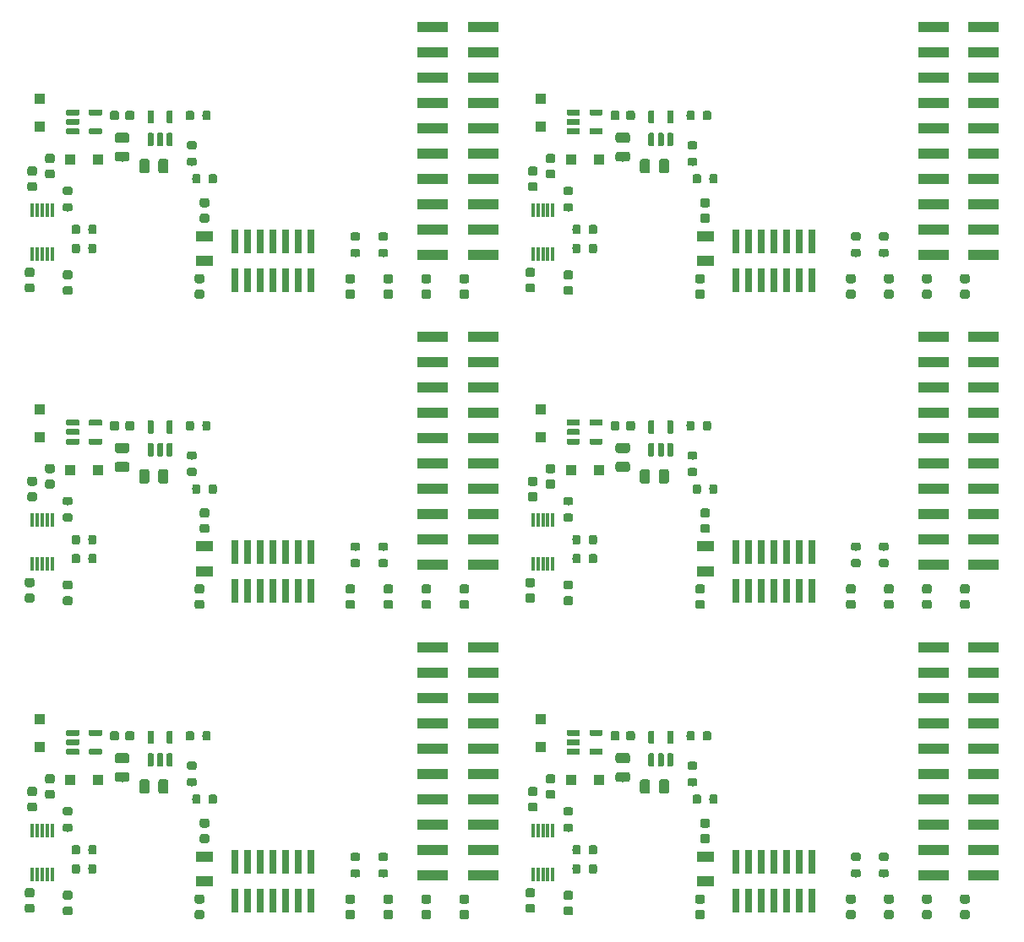
<source format=gbr>
G04 #@! TF.GenerationSoftware,KiCad,Pcbnew,(5.1.4)-1*
G04 #@! TF.CreationDate,2021-12-17T00:30:13+09:00*
G04 #@! TF.ProjectId,ident_card,6964656e-745f-4636-9172-642e6b696361,rev?*
G04 #@! TF.SameCoordinates,Original*
G04 #@! TF.FileFunction,Paste,Bot*
G04 #@! TF.FilePolarity,Positive*
%FSLAX46Y46*%
G04 Gerber Fmt 4.6, Leading zero omitted, Abs format (unit mm)*
G04 Created by KiCad (PCBNEW (5.1.4)-1) date 2021-12-17 00:30:13*
%MOMM*%
%LPD*%
G04 APERTURE LIST*
%ADD10C,0.100000*%
%ADD11C,0.800000*%
%ADD12R,1.100000X1.100000*%
%ADD13C,0.875000*%
%ADD14C,0.900000*%
%ADD15C,1.000000*%
%ADD16C,0.600000*%
%ADD17R,0.740000X2.400000*%
%ADD18R,3.150000X1.000000*%
%ADD19R,1.800000X1.000000*%
%ADD20R,0.300000X1.400000*%
G04 APERTURE END LIST*
D10*
G36*
X115356603Y-46399963D02*
G01*
X115376018Y-46402843D01*
X115395057Y-46407612D01*
X115413537Y-46414224D01*
X115431279Y-46422616D01*
X115448114Y-46432706D01*
X115463879Y-46444398D01*
X115478421Y-46457579D01*
X115491602Y-46472121D01*
X115503294Y-46487886D01*
X115513384Y-46504721D01*
X115521776Y-46522463D01*
X115528388Y-46540943D01*
X115533157Y-46559982D01*
X115536037Y-46579397D01*
X115537000Y-46599000D01*
X115537000Y-46999000D01*
X115536037Y-47018603D01*
X115533157Y-47038018D01*
X115528388Y-47057057D01*
X115521776Y-47075537D01*
X115513384Y-47093279D01*
X115503294Y-47110114D01*
X115491602Y-47125879D01*
X115478421Y-47140421D01*
X115463879Y-47153602D01*
X115448114Y-47165294D01*
X115431279Y-47175384D01*
X115413537Y-47183776D01*
X115395057Y-47190388D01*
X115376018Y-47195157D01*
X115356603Y-47198037D01*
X115337000Y-47199000D01*
X114787000Y-47199000D01*
X114767397Y-47198037D01*
X114747982Y-47195157D01*
X114728943Y-47190388D01*
X114710463Y-47183776D01*
X114692721Y-47175384D01*
X114675886Y-47165294D01*
X114660121Y-47153602D01*
X114645579Y-47140421D01*
X114632398Y-47125879D01*
X114620706Y-47110114D01*
X114610616Y-47093279D01*
X114602224Y-47075537D01*
X114595612Y-47057057D01*
X114590843Y-47038018D01*
X114587963Y-47018603D01*
X114587000Y-46999000D01*
X114587000Y-46599000D01*
X114587963Y-46579397D01*
X114590843Y-46559982D01*
X114595612Y-46540943D01*
X114602224Y-46522463D01*
X114610616Y-46504721D01*
X114620706Y-46487886D01*
X114632398Y-46472121D01*
X114645579Y-46457579D01*
X114660121Y-46444398D01*
X114675886Y-46432706D01*
X114692721Y-46422616D01*
X114710463Y-46414224D01*
X114728943Y-46407612D01*
X114747982Y-46402843D01*
X114767397Y-46399963D01*
X114787000Y-46399000D01*
X115337000Y-46399000D01*
X115356603Y-46399963D01*
X115356603Y-46399963D01*
G37*
D11*
X115062000Y-46799000D03*
D10*
G36*
X115356603Y-44749963D02*
G01*
X115376018Y-44752843D01*
X115395057Y-44757612D01*
X115413537Y-44764224D01*
X115431279Y-44772616D01*
X115448114Y-44782706D01*
X115463879Y-44794398D01*
X115478421Y-44807579D01*
X115491602Y-44822121D01*
X115503294Y-44837886D01*
X115513384Y-44854721D01*
X115521776Y-44872463D01*
X115528388Y-44890943D01*
X115533157Y-44909982D01*
X115536037Y-44929397D01*
X115537000Y-44949000D01*
X115537000Y-45349000D01*
X115536037Y-45368603D01*
X115533157Y-45388018D01*
X115528388Y-45407057D01*
X115521776Y-45425537D01*
X115513384Y-45443279D01*
X115503294Y-45460114D01*
X115491602Y-45475879D01*
X115478421Y-45490421D01*
X115463879Y-45503602D01*
X115448114Y-45515294D01*
X115431279Y-45525384D01*
X115413537Y-45533776D01*
X115395057Y-45540388D01*
X115376018Y-45545157D01*
X115356603Y-45548037D01*
X115337000Y-45549000D01*
X114787000Y-45549000D01*
X114767397Y-45548037D01*
X114747982Y-45545157D01*
X114728943Y-45540388D01*
X114710463Y-45533776D01*
X114692721Y-45525384D01*
X114675886Y-45515294D01*
X114660121Y-45503602D01*
X114645579Y-45490421D01*
X114632398Y-45475879D01*
X114620706Y-45460114D01*
X114610616Y-45443279D01*
X114602224Y-45425537D01*
X114595612Y-45407057D01*
X114590843Y-45388018D01*
X114587963Y-45368603D01*
X114587000Y-45349000D01*
X114587000Y-44949000D01*
X114587963Y-44929397D01*
X114590843Y-44909982D01*
X114595612Y-44890943D01*
X114602224Y-44872463D01*
X114610616Y-44854721D01*
X114620706Y-44837886D01*
X114632398Y-44822121D01*
X114645579Y-44807579D01*
X114660121Y-44794398D01*
X114675886Y-44782706D01*
X114692721Y-44772616D01*
X114710463Y-44764224D01*
X114728943Y-44757612D01*
X114747982Y-44752843D01*
X114767397Y-44749963D01*
X114787000Y-44749000D01*
X115337000Y-44749000D01*
X115356603Y-44749963D01*
X115356603Y-44749963D01*
G37*
D11*
X115062000Y-45149000D03*
D10*
G36*
X98199603Y-38895963D02*
G01*
X98219018Y-38898843D01*
X98238057Y-38903612D01*
X98256537Y-38910224D01*
X98274279Y-38918616D01*
X98291114Y-38928706D01*
X98306879Y-38940398D01*
X98321421Y-38953579D01*
X98334602Y-38968121D01*
X98346294Y-38983886D01*
X98356384Y-39000721D01*
X98364776Y-39018463D01*
X98371388Y-39036943D01*
X98376157Y-39055982D01*
X98379037Y-39075397D01*
X98380000Y-39095000D01*
X98380000Y-39645000D01*
X98379037Y-39664603D01*
X98376157Y-39684018D01*
X98371388Y-39703057D01*
X98364776Y-39721537D01*
X98356384Y-39739279D01*
X98346294Y-39756114D01*
X98334602Y-39771879D01*
X98321421Y-39786421D01*
X98306879Y-39799602D01*
X98291114Y-39811294D01*
X98274279Y-39821384D01*
X98256537Y-39829776D01*
X98238057Y-39836388D01*
X98219018Y-39841157D01*
X98199603Y-39844037D01*
X98180000Y-39845000D01*
X97780000Y-39845000D01*
X97760397Y-39844037D01*
X97740982Y-39841157D01*
X97721943Y-39836388D01*
X97703463Y-39829776D01*
X97685721Y-39821384D01*
X97668886Y-39811294D01*
X97653121Y-39799602D01*
X97638579Y-39786421D01*
X97625398Y-39771879D01*
X97613706Y-39756114D01*
X97603616Y-39739279D01*
X97595224Y-39721537D01*
X97588612Y-39703057D01*
X97583843Y-39684018D01*
X97580963Y-39664603D01*
X97580000Y-39645000D01*
X97580000Y-39095000D01*
X97580963Y-39075397D01*
X97583843Y-39055982D01*
X97588612Y-39036943D01*
X97595224Y-39018463D01*
X97603616Y-39000721D01*
X97613706Y-38983886D01*
X97625398Y-38968121D01*
X97638579Y-38953579D01*
X97653121Y-38940398D01*
X97668886Y-38928706D01*
X97685721Y-38918616D01*
X97703463Y-38910224D01*
X97721943Y-38903612D01*
X97740982Y-38898843D01*
X97760397Y-38895963D01*
X97780000Y-38895000D01*
X98180000Y-38895000D01*
X98199603Y-38895963D01*
X98199603Y-38895963D01*
G37*
D11*
X97980000Y-39370000D03*
D10*
G36*
X96549603Y-38895963D02*
G01*
X96569018Y-38898843D01*
X96588057Y-38903612D01*
X96606537Y-38910224D01*
X96624279Y-38918616D01*
X96641114Y-38928706D01*
X96656879Y-38940398D01*
X96671421Y-38953579D01*
X96684602Y-38968121D01*
X96696294Y-38983886D01*
X96706384Y-39000721D01*
X96714776Y-39018463D01*
X96721388Y-39036943D01*
X96726157Y-39055982D01*
X96729037Y-39075397D01*
X96730000Y-39095000D01*
X96730000Y-39645000D01*
X96729037Y-39664603D01*
X96726157Y-39684018D01*
X96721388Y-39703057D01*
X96714776Y-39721537D01*
X96706384Y-39739279D01*
X96696294Y-39756114D01*
X96684602Y-39771879D01*
X96671421Y-39786421D01*
X96656879Y-39799602D01*
X96641114Y-39811294D01*
X96624279Y-39821384D01*
X96606537Y-39829776D01*
X96588057Y-39836388D01*
X96569018Y-39841157D01*
X96549603Y-39844037D01*
X96530000Y-39845000D01*
X96130000Y-39845000D01*
X96110397Y-39844037D01*
X96090982Y-39841157D01*
X96071943Y-39836388D01*
X96053463Y-39829776D01*
X96035721Y-39821384D01*
X96018886Y-39811294D01*
X96003121Y-39799602D01*
X95988579Y-39786421D01*
X95975398Y-39771879D01*
X95963706Y-39756114D01*
X95953616Y-39739279D01*
X95945224Y-39721537D01*
X95938612Y-39703057D01*
X95933843Y-39684018D01*
X95930963Y-39664603D01*
X95930000Y-39645000D01*
X95930000Y-39095000D01*
X95930963Y-39075397D01*
X95933843Y-39055982D01*
X95938612Y-39036943D01*
X95945224Y-39018463D01*
X95953616Y-39000721D01*
X95963706Y-38983886D01*
X95975398Y-38968121D01*
X95988579Y-38953579D01*
X96003121Y-38940398D01*
X96018886Y-38928706D01*
X96035721Y-38918616D01*
X96053463Y-38910224D01*
X96071943Y-38903612D01*
X96090982Y-38898843D01*
X96110397Y-38895963D01*
X96130000Y-38895000D01*
X96530000Y-38895000D01*
X96549603Y-38895963D01*
X96549603Y-38895963D01*
G37*
D11*
X96330000Y-39370000D03*
D10*
G36*
X112562603Y-46399963D02*
G01*
X112582018Y-46402843D01*
X112601057Y-46407612D01*
X112619537Y-46414224D01*
X112637279Y-46422616D01*
X112654114Y-46432706D01*
X112669879Y-46444398D01*
X112684421Y-46457579D01*
X112697602Y-46472121D01*
X112709294Y-46487886D01*
X112719384Y-46504721D01*
X112727776Y-46522463D01*
X112734388Y-46540943D01*
X112739157Y-46559982D01*
X112742037Y-46579397D01*
X112743000Y-46599000D01*
X112743000Y-46999000D01*
X112742037Y-47018603D01*
X112739157Y-47038018D01*
X112734388Y-47057057D01*
X112727776Y-47075537D01*
X112719384Y-47093279D01*
X112709294Y-47110114D01*
X112697602Y-47125879D01*
X112684421Y-47140421D01*
X112669879Y-47153602D01*
X112654114Y-47165294D01*
X112637279Y-47175384D01*
X112619537Y-47183776D01*
X112601057Y-47190388D01*
X112582018Y-47195157D01*
X112562603Y-47198037D01*
X112543000Y-47199000D01*
X111993000Y-47199000D01*
X111973397Y-47198037D01*
X111953982Y-47195157D01*
X111934943Y-47190388D01*
X111916463Y-47183776D01*
X111898721Y-47175384D01*
X111881886Y-47165294D01*
X111866121Y-47153602D01*
X111851579Y-47140421D01*
X111838398Y-47125879D01*
X111826706Y-47110114D01*
X111816616Y-47093279D01*
X111808224Y-47075537D01*
X111801612Y-47057057D01*
X111796843Y-47038018D01*
X111793963Y-47018603D01*
X111793000Y-46999000D01*
X111793000Y-46599000D01*
X111793963Y-46579397D01*
X111796843Y-46559982D01*
X111801612Y-46540943D01*
X111808224Y-46522463D01*
X111816616Y-46504721D01*
X111826706Y-46487886D01*
X111838398Y-46472121D01*
X111851579Y-46457579D01*
X111866121Y-46444398D01*
X111881886Y-46432706D01*
X111898721Y-46422616D01*
X111916463Y-46414224D01*
X111934943Y-46407612D01*
X111953982Y-46402843D01*
X111973397Y-46399963D01*
X111993000Y-46399000D01*
X112543000Y-46399000D01*
X112562603Y-46399963D01*
X112562603Y-46399963D01*
G37*
D11*
X112268000Y-46799000D03*
D10*
G36*
X112562603Y-44749963D02*
G01*
X112582018Y-44752843D01*
X112601057Y-44757612D01*
X112619537Y-44764224D01*
X112637279Y-44772616D01*
X112654114Y-44782706D01*
X112669879Y-44794398D01*
X112684421Y-44807579D01*
X112697602Y-44822121D01*
X112709294Y-44837886D01*
X112719384Y-44854721D01*
X112727776Y-44872463D01*
X112734388Y-44890943D01*
X112739157Y-44909982D01*
X112742037Y-44929397D01*
X112743000Y-44949000D01*
X112743000Y-45349000D01*
X112742037Y-45368603D01*
X112739157Y-45388018D01*
X112734388Y-45407057D01*
X112727776Y-45425537D01*
X112719384Y-45443279D01*
X112709294Y-45460114D01*
X112697602Y-45475879D01*
X112684421Y-45490421D01*
X112669879Y-45503602D01*
X112654114Y-45515294D01*
X112637279Y-45525384D01*
X112619537Y-45533776D01*
X112601057Y-45540388D01*
X112582018Y-45545157D01*
X112562603Y-45548037D01*
X112543000Y-45549000D01*
X111993000Y-45549000D01*
X111973397Y-45548037D01*
X111953982Y-45545157D01*
X111934943Y-45540388D01*
X111916463Y-45533776D01*
X111898721Y-45525384D01*
X111881886Y-45515294D01*
X111866121Y-45503602D01*
X111851579Y-45490421D01*
X111838398Y-45475879D01*
X111826706Y-45460114D01*
X111816616Y-45443279D01*
X111808224Y-45425537D01*
X111801612Y-45407057D01*
X111796843Y-45388018D01*
X111793963Y-45368603D01*
X111793000Y-45349000D01*
X111793000Y-44949000D01*
X111793963Y-44929397D01*
X111796843Y-44909982D01*
X111801612Y-44890943D01*
X111808224Y-44872463D01*
X111816616Y-44854721D01*
X111826706Y-44837886D01*
X111838398Y-44822121D01*
X111851579Y-44807579D01*
X111866121Y-44794398D01*
X111881886Y-44782706D01*
X111898721Y-44772616D01*
X111916463Y-44764224D01*
X111934943Y-44757612D01*
X111953982Y-44752843D01*
X111973397Y-44749963D01*
X111993000Y-44749000D01*
X112543000Y-44749000D01*
X112562603Y-44749963D01*
X112562603Y-44749963D01*
G37*
D11*
X112268000Y-45149000D03*
D10*
G36*
X84484603Y-45880963D02*
G01*
X84504018Y-45883843D01*
X84523057Y-45888612D01*
X84541537Y-45895224D01*
X84559279Y-45903616D01*
X84576114Y-45913706D01*
X84591879Y-45925398D01*
X84606421Y-45938579D01*
X84619602Y-45953121D01*
X84631294Y-45968886D01*
X84641384Y-45985721D01*
X84649776Y-46003463D01*
X84656388Y-46021943D01*
X84661157Y-46040982D01*
X84664037Y-46060397D01*
X84665000Y-46080000D01*
X84665000Y-46630000D01*
X84664037Y-46649603D01*
X84661157Y-46669018D01*
X84656388Y-46688057D01*
X84649776Y-46706537D01*
X84641384Y-46724279D01*
X84631294Y-46741114D01*
X84619602Y-46756879D01*
X84606421Y-46771421D01*
X84591879Y-46784602D01*
X84576114Y-46796294D01*
X84559279Y-46806384D01*
X84541537Y-46814776D01*
X84523057Y-46821388D01*
X84504018Y-46826157D01*
X84484603Y-46829037D01*
X84465000Y-46830000D01*
X84065000Y-46830000D01*
X84045397Y-46829037D01*
X84025982Y-46826157D01*
X84006943Y-46821388D01*
X83988463Y-46814776D01*
X83970721Y-46806384D01*
X83953886Y-46796294D01*
X83938121Y-46784602D01*
X83923579Y-46771421D01*
X83910398Y-46756879D01*
X83898706Y-46741114D01*
X83888616Y-46724279D01*
X83880224Y-46706537D01*
X83873612Y-46688057D01*
X83868843Y-46669018D01*
X83865963Y-46649603D01*
X83865000Y-46630000D01*
X83865000Y-46080000D01*
X83865963Y-46060397D01*
X83868843Y-46040982D01*
X83873612Y-46021943D01*
X83880224Y-46003463D01*
X83888616Y-45985721D01*
X83898706Y-45968886D01*
X83910398Y-45953121D01*
X83923579Y-45938579D01*
X83938121Y-45925398D01*
X83953886Y-45913706D01*
X83970721Y-45903616D01*
X83988463Y-45895224D01*
X84006943Y-45888612D01*
X84025982Y-45883843D01*
X84045397Y-45880963D01*
X84065000Y-45880000D01*
X84465000Y-45880000D01*
X84484603Y-45880963D01*
X84484603Y-45880963D01*
G37*
D11*
X84265000Y-46355000D03*
D10*
G36*
X86134603Y-45880963D02*
G01*
X86154018Y-45883843D01*
X86173057Y-45888612D01*
X86191537Y-45895224D01*
X86209279Y-45903616D01*
X86226114Y-45913706D01*
X86241879Y-45925398D01*
X86256421Y-45938579D01*
X86269602Y-45953121D01*
X86281294Y-45968886D01*
X86291384Y-45985721D01*
X86299776Y-46003463D01*
X86306388Y-46021943D01*
X86311157Y-46040982D01*
X86314037Y-46060397D01*
X86315000Y-46080000D01*
X86315000Y-46630000D01*
X86314037Y-46649603D01*
X86311157Y-46669018D01*
X86306388Y-46688057D01*
X86299776Y-46706537D01*
X86291384Y-46724279D01*
X86281294Y-46741114D01*
X86269602Y-46756879D01*
X86256421Y-46771421D01*
X86241879Y-46784602D01*
X86226114Y-46796294D01*
X86209279Y-46806384D01*
X86191537Y-46814776D01*
X86173057Y-46821388D01*
X86154018Y-46826157D01*
X86134603Y-46829037D01*
X86115000Y-46830000D01*
X85715000Y-46830000D01*
X85695397Y-46829037D01*
X85675982Y-46826157D01*
X85656943Y-46821388D01*
X85638463Y-46814776D01*
X85620721Y-46806384D01*
X85603886Y-46796294D01*
X85588121Y-46784602D01*
X85573579Y-46771421D01*
X85560398Y-46756879D01*
X85548706Y-46741114D01*
X85538616Y-46724279D01*
X85530224Y-46706537D01*
X85523612Y-46688057D01*
X85518843Y-46669018D01*
X85515963Y-46649603D01*
X85515000Y-46630000D01*
X85515000Y-46080000D01*
X85515963Y-46060397D01*
X85518843Y-46040982D01*
X85523612Y-46021943D01*
X85530224Y-46003463D01*
X85538616Y-45985721D01*
X85548706Y-45968886D01*
X85560398Y-45953121D01*
X85573579Y-45938579D01*
X85588121Y-45925398D01*
X85603886Y-45913706D01*
X85620721Y-45903616D01*
X85638463Y-45895224D01*
X85656943Y-45888612D01*
X85675982Y-45883843D01*
X85695397Y-45880963D01*
X85715000Y-45880000D01*
X86115000Y-45880000D01*
X86134603Y-45880963D01*
X86134603Y-45880963D01*
G37*
D11*
X85915000Y-46355000D03*
D10*
G36*
X83733603Y-40177963D02*
G01*
X83753018Y-40180843D01*
X83772057Y-40185612D01*
X83790537Y-40192224D01*
X83808279Y-40200616D01*
X83825114Y-40210706D01*
X83840879Y-40222398D01*
X83855421Y-40235579D01*
X83868602Y-40250121D01*
X83880294Y-40265886D01*
X83890384Y-40282721D01*
X83898776Y-40300463D01*
X83905388Y-40318943D01*
X83910157Y-40337982D01*
X83913037Y-40357397D01*
X83914000Y-40377000D01*
X83914000Y-40777000D01*
X83913037Y-40796603D01*
X83910157Y-40816018D01*
X83905388Y-40835057D01*
X83898776Y-40853537D01*
X83890384Y-40871279D01*
X83880294Y-40888114D01*
X83868602Y-40903879D01*
X83855421Y-40918421D01*
X83840879Y-40931602D01*
X83825114Y-40943294D01*
X83808279Y-40953384D01*
X83790537Y-40961776D01*
X83772057Y-40968388D01*
X83753018Y-40973157D01*
X83733603Y-40976037D01*
X83714000Y-40977000D01*
X83164000Y-40977000D01*
X83144397Y-40976037D01*
X83124982Y-40973157D01*
X83105943Y-40968388D01*
X83087463Y-40961776D01*
X83069721Y-40953384D01*
X83052886Y-40943294D01*
X83037121Y-40931602D01*
X83022579Y-40918421D01*
X83009398Y-40903879D01*
X82997706Y-40888114D01*
X82987616Y-40871279D01*
X82979224Y-40853537D01*
X82972612Y-40835057D01*
X82967843Y-40816018D01*
X82964963Y-40796603D01*
X82964000Y-40777000D01*
X82964000Y-40377000D01*
X82964963Y-40357397D01*
X82967843Y-40337982D01*
X82972612Y-40318943D01*
X82979224Y-40300463D01*
X82987616Y-40282721D01*
X82997706Y-40265886D01*
X83009398Y-40250121D01*
X83022579Y-40235579D01*
X83037121Y-40222398D01*
X83052886Y-40210706D01*
X83069721Y-40200616D01*
X83087463Y-40192224D01*
X83105943Y-40185612D01*
X83124982Y-40180843D01*
X83144397Y-40177963D01*
X83164000Y-40177000D01*
X83714000Y-40177000D01*
X83733603Y-40177963D01*
X83733603Y-40177963D01*
G37*
D11*
X83439000Y-40577000D03*
D10*
G36*
X83733603Y-41827963D02*
G01*
X83753018Y-41830843D01*
X83772057Y-41835612D01*
X83790537Y-41842224D01*
X83808279Y-41850616D01*
X83825114Y-41860706D01*
X83840879Y-41872398D01*
X83855421Y-41885579D01*
X83868602Y-41900121D01*
X83880294Y-41915886D01*
X83890384Y-41932721D01*
X83898776Y-41950463D01*
X83905388Y-41968943D01*
X83910157Y-41987982D01*
X83913037Y-42007397D01*
X83914000Y-42027000D01*
X83914000Y-42427000D01*
X83913037Y-42446603D01*
X83910157Y-42466018D01*
X83905388Y-42485057D01*
X83898776Y-42503537D01*
X83890384Y-42521279D01*
X83880294Y-42538114D01*
X83868602Y-42553879D01*
X83855421Y-42568421D01*
X83840879Y-42581602D01*
X83825114Y-42593294D01*
X83808279Y-42603384D01*
X83790537Y-42611776D01*
X83772057Y-42618388D01*
X83753018Y-42623157D01*
X83733603Y-42626037D01*
X83714000Y-42627000D01*
X83164000Y-42627000D01*
X83144397Y-42626037D01*
X83124982Y-42623157D01*
X83105943Y-42618388D01*
X83087463Y-42611776D01*
X83069721Y-42603384D01*
X83052886Y-42593294D01*
X83037121Y-42581602D01*
X83022579Y-42568421D01*
X83009398Y-42553879D01*
X82997706Y-42538114D01*
X82987616Y-42521279D01*
X82979224Y-42503537D01*
X82972612Y-42485057D01*
X82967843Y-42466018D01*
X82964963Y-42446603D01*
X82964000Y-42427000D01*
X82964000Y-42027000D01*
X82964963Y-42007397D01*
X82967843Y-41987982D01*
X82972612Y-41968943D01*
X82979224Y-41950463D01*
X82987616Y-41932721D01*
X82997706Y-41915886D01*
X83009398Y-41900121D01*
X83022579Y-41885579D01*
X83037121Y-41872398D01*
X83052886Y-41860706D01*
X83069721Y-41850616D01*
X83087463Y-41842224D01*
X83105943Y-41835612D01*
X83124982Y-41830843D01*
X83144397Y-41827963D01*
X83164000Y-41827000D01*
X83714000Y-41827000D01*
X83733603Y-41827963D01*
X83733603Y-41827963D01*
G37*
D11*
X83439000Y-42227000D03*
D10*
G36*
X97564603Y-32545963D02*
G01*
X97584018Y-32548843D01*
X97603057Y-32553612D01*
X97621537Y-32560224D01*
X97639279Y-32568616D01*
X97656114Y-32578706D01*
X97671879Y-32590398D01*
X97686421Y-32603579D01*
X97699602Y-32618121D01*
X97711294Y-32633886D01*
X97721384Y-32650721D01*
X97729776Y-32668463D01*
X97736388Y-32686943D01*
X97741157Y-32705982D01*
X97744037Y-32725397D01*
X97745000Y-32745000D01*
X97745000Y-33295000D01*
X97744037Y-33314603D01*
X97741157Y-33334018D01*
X97736388Y-33353057D01*
X97729776Y-33371537D01*
X97721384Y-33389279D01*
X97711294Y-33406114D01*
X97699602Y-33421879D01*
X97686421Y-33436421D01*
X97671879Y-33449602D01*
X97656114Y-33461294D01*
X97639279Y-33471384D01*
X97621537Y-33479776D01*
X97603057Y-33486388D01*
X97584018Y-33491157D01*
X97564603Y-33494037D01*
X97545000Y-33495000D01*
X97145000Y-33495000D01*
X97125397Y-33494037D01*
X97105982Y-33491157D01*
X97086943Y-33486388D01*
X97068463Y-33479776D01*
X97050721Y-33471384D01*
X97033886Y-33461294D01*
X97018121Y-33449602D01*
X97003579Y-33436421D01*
X96990398Y-33421879D01*
X96978706Y-33406114D01*
X96968616Y-33389279D01*
X96960224Y-33371537D01*
X96953612Y-33353057D01*
X96948843Y-33334018D01*
X96945963Y-33314603D01*
X96945000Y-33295000D01*
X96945000Y-32745000D01*
X96945963Y-32725397D01*
X96948843Y-32705982D01*
X96953612Y-32686943D01*
X96960224Y-32668463D01*
X96968616Y-32650721D01*
X96978706Y-32633886D01*
X96990398Y-32618121D01*
X97003579Y-32603579D01*
X97018121Y-32590398D01*
X97033886Y-32578706D01*
X97050721Y-32568616D01*
X97068463Y-32560224D01*
X97086943Y-32553612D01*
X97105982Y-32548843D01*
X97125397Y-32545963D01*
X97145000Y-32545000D01*
X97545000Y-32545000D01*
X97564603Y-32545963D01*
X97564603Y-32545963D01*
G37*
D11*
X97345000Y-33020000D03*
D10*
G36*
X95914603Y-32545963D02*
G01*
X95934018Y-32548843D01*
X95953057Y-32553612D01*
X95971537Y-32560224D01*
X95989279Y-32568616D01*
X96006114Y-32578706D01*
X96021879Y-32590398D01*
X96036421Y-32603579D01*
X96049602Y-32618121D01*
X96061294Y-32633886D01*
X96071384Y-32650721D01*
X96079776Y-32668463D01*
X96086388Y-32686943D01*
X96091157Y-32705982D01*
X96094037Y-32725397D01*
X96095000Y-32745000D01*
X96095000Y-33295000D01*
X96094037Y-33314603D01*
X96091157Y-33334018D01*
X96086388Y-33353057D01*
X96079776Y-33371537D01*
X96071384Y-33389279D01*
X96061294Y-33406114D01*
X96049602Y-33421879D01*
X96036421Y-33436421D01*
X96021879Y-33449602D01*
X96006114Y-33461294D01*
X95989279Y-33471384D01*
X95971537Y-33479776D01*
X95953057Y-33486388D01*
X95934018Y-33491157D01*
X95914603Y-33494037D01*
X95895000Y-33495000D01*
X95495000Y-33495000D01*
X95475397Y-33494037D01*
X95455982Y-33491157D01*
X95436943Y-33486388D01*
X95418463Y-33479776D01*
X95400721Y-33471384D01*
X95383886Y-33461294D01*
X95368121Y-33449602D01*
X95353579Y-33436421D01*
X95340398Y-33421879D01*
X95328706Y-33406114D01*
X95318616Y-33389279D01*
X95310224Y-33371537D01*
X95303612Y-33353057D01*
X95298843Y-33334018D01*
X95295963Y-33314603D01*
X95295000Y-33295000D01*
X95295000Y-32745000D01*
X95295963Y-32725397D01*
X95298843Y-32705982D01*
X95303612Y-32686943D01*
X95310224Y-32668463D01*
X95318616Y-32650721D01*
X95328706Y-32633886D01*
X95340398Y-32618121D01*
X95353579Y-32603579D01*
X95368121Y-32590398D01*
X95383886Y-32578706D01*
X95400721Y-32568616D01*
X95418463Y-32560224D01*
X95436943Y-32553612D01*
X95455982Y-32548843D01*
X95475397Y-32545963D01*
X95495000Y-32545000D01*
X95895000Y-32545000D01*
X95914603Y-32545963D01*
X95914603Y-32545963D01*
G37*
D11*
X95695000Y-33020000D03*
D12*
X80645000Y-34166000D03*
X80645000Y-31366000D03*
X83690000Y-37465000D03*
X86490000Y-37465000D03*
D10*
G36*
X86134603Y-43975963D02*
G01*
X86154018Y-43978843D01*
X86173057Y-43983612D01*
X86191537Y-43990224D01*
X86209279Y-43998616D01*
X86226114Y-44008706D01*
X86241879Y-44020398D01*
X86256421Y-44033579D01*
X86269602Y-44048121D01*
X86281294Y-44063886D01*
X86291384Y-44080721D01*
X86299776Y-44098463D01*
X86306388Y-44116943D01*
X86311157Y-44135982D01*
X86314037Y-44155397D01*
X86315000Y-44175000D01*
X86315000Y-44725000D01*
X86314037Y-44744603D01*
X86311157Y-44764018D01*
X86306388Y-44783057D01*
X86299776Y-44801537D01*
X86291384Y-44819279D01*
X86281294Y-44836114D01*
X86269602Y-44851879D01*
X86256421Y-44866421D01*
X86241879Y-44879602D01*
X86226114Y-44891294D01*
X86209279Y-44901384D01*
X86191537Y-44909776D01*
X86173057Y-44916388D01*
X86154018Y-44921157D01*
X86134603Y-44924037D01*
X86115000Y-44925000D01*
X85715000Y-44925000D01*
X85695397Y-44924037D01*
X85675982Y-44921157D01*
X85656943Y-44916388D01*
X85638463Y-44909776D01*
X85620721Y-44901384D01*
X85603886Y-44891294D01*
X85588121Y-44879602D01*
X85573579Y-44866421D01*
X85560398Y-44851879D01*
X85548706Y-44836114D01*
X85538616Y-44819279D01*
X85530224Y-44801537D01*
X85523612Y-44783057D01*
X85518843Y-44764018D01*
X85515963Y-44744603D01*
X85515000Y-44725000D01*
X85515000Y-44175000D01*
X85515963Y-44155397D01*
X85518843Y-44135982D01*
X85523612Y-44116943D01*
X85530224Y-44098463D01*
X85538616Y-44080721D01*
X85548706Y-44063886D01*
X85560398Y-44048121D01*
X85573579Y-44033579D01*
X85588121Y-44020398D01*
X85603886Y-44008706D01*
X85620721Y-43998616D01*
X85638463Y-43990224D01*
X85656943Y-43983612D01*
X85675982Y-43978843D01*
X85695397Y-43975963D01*
X85715000Y-43975000D01*
X86115000Y-43975000D01*
X86134603Y-43975963D01*
X86134603Y-43975963D01*
G37*
D11*
X85915000Y-44450000D03*
D10*
G36*
X84484603Y-43975963D02*
G01*
X84504018Y-43978843D01*
X84523057Y-43983612D01*
X84541537Y-43990224D01*
X84559279Y-43998616D01*
X84576114Y-44008706D01*
X84591879Y-44020398D01*
X84606421Y-44033579D01*
X84619602Y-44048121D01*
X84631294Y-44063886D01*
X84641384Y-44080721D01*
X84649776Y-44098463D01*
X84656388Y-44116943D01*
X84661157Y-44135982D01*
X84664037Y-44155397D01*
X84665000Y-44175000D01*
X84665000Y-44725000D01*
X84664037Y-44744603D01*
X84661157Y-44764018D01*
X84656388Y-44783057D01*
X84649776Y-44801537D01*
X84641384Y-44819279D01*
X84631294Y-44836114D01*
X84619602Y-44851879D01*
X84606421Y-44866421D01*
X84591879Y-44879602D01*
X84576114Y-44891294D01*
X84559279Y-44901384D01*
X84541537Y-44909776D01*
X84523057Y-44916388D01*
X84504018Y-44921157D01*
X84484603Y-44924037D01*
X84465000Y-44925000D01*
X84065000Y-44925000D01*
X84045397Y-44924037D01*
X84025982Y-44921157D01*
X84006943Y-44916388D01*
X83988463Y-44909776D01*
X83970721Y-44901384D01*
X83953886Y-44891294D01*
X83938121Y-44879602D01*
X83923579Y-44866421D01*
X83910398Y-44851879D01*
X83898706Y-44836114D01*
X83888616Y-44819279D01*
X83880224Y-44801537D01*
X83873612Y-44783057D01*
X83868843Y-44764018D01*
X83865963Y-44744603D01*
X83865000Y-44725000D01*
X83865000Y-44175000D01*
X83865963Y-44155397D01*
X83868843Y-44135982D01*
X83873612Y-44116943D01*
X83880224Y-44098463D01*
X83888616Y-44080721D01*
X83898706Y-44063886D01*
X83910398Y-44048121D01*
X83923579Y-44033579D01*
X83938121Y-44020398D01*
X83953886Y-44008706D01*
X83970721Y-43998616D01*
X83988463Y-43990224D01*
X84006943Y-43983612D01*
X84025982Y-43978843D01*
X84045397Y-43975963D01*
X84065000Y-43975000D01*
X84465000Y-43975000D01*
X84484603Y-43975963D01*
X84484603Y-43975963D01*
G37*
D11*
X84265000Y-44450000D03*
D10*
G36*
X83716691Y-50135053D02*
G01*
X83737926Y-50138203D01*
X83758750Y-50143419D01*
X83778962Y-50150651D01*
X83798368Y-50159830D01*
X83816781Y-50170866D01*
X83834024Y-50183654D01*
X83849930Y-50198070D01*
X83864346Y-50213976D01*
X83877134Y-50231219D01*
X83888170Y-50249632D01*
X83897349Y-50269038D01*
X83904581Y-50289250D01*
X83909797Y-50310074D01*
X83912947Y-50331309D01*
X83914000Y-50352750D01*
X83914000Y-50790250D01*
X83912947Y-50811691D01*
X83909797Y-50832926D01*
X83904581Y-50853750D01*
X83897349Y-50873962D01*
X83888170Y-50893368D01*
X83877134Y-50911781D01*
X83864346Y-50929024D01*
X83849930Y-50944930D01*
X83834024Y-50959346D01*
X83816781Y-50972134D01*
X83798368Y-50983170D01*
X83778962Y-50992349D01*
X83758750Y-50999581D01*
X83737926Y-51004797D01*
X83716691Y-51007947D01*
X83695250Y-51009000D01*
X83182750Y-51009000D01*
X83161309Y-51007947D01*
X83140074Y-51004797D01*
X83119250Y-50999581D01*
X83099038Y-50992349D01*
X83079632Y-50983170D01*
X83061219Y-50972134D01*
X83043976Y-50959346D01*
X83028070Y-50944930D01*
X83013654Y-50929024D01*
X83000866Y-50911781D01*
X82989830Y-50893368D01*
X82980651Y-50873962D01*
X82973419Y-50853750D01*
X82968203Y-50832926D01*
X82965053Y-50811691D01*
X82964000Y-50790250D01*
X82964000Y-50352750D01*
X82965053Y-50331309D01*
X82968203Y-50310074D01*
X82973419Y-50289250D01*
X82980651Y-50269038D01*
X82989830Y-50249632D01*
X83000866Y-50231219D01*
X83013654Y-50213976D01*
X83028070Y-50198070D01*
X83043976Y-50183654D01*
X83061219Y-50170866D01*
X83079632Y-50159830D01*
X83099038Y-50150651D01*
X83119250Y-50143419D01*
X83140074Y-50138203D01*
X83161309Y-50135053D01*
X83182750Y-50134000D01*
X83695250Y-50134000D01*
X83716691Y-50135053D01*
X83716691Y-50135053D01*
G37*
D13*
X83439000Y-50571500D03*
D10*
G36*
X83716691Y-48560053D02*
G01*
X83737926Y-48563203D01*
X83758750Y-48568419D01*
X83778962Y-48575651D01*
X83798368Y-48584830D01*
X83816781Y-48595866D01*
X83834024Y-48608654D01*
X83849930Y-48623070D01*
X83864346Y-48638976D01*
X83877134Y-48656219D01*
X83888170Y-48674632D01*
X83897349Y-48694038D01*
X83904581Y-48714250D01*
X83909797Y-48735074D01*
X83912947Y-48756309D01*
X83914000Y-48777750D01*
X83914000Y-49215250D01*
X83912947Y-49236691D01*
X83909797Y-49257926D01*
X83904581Y-49278750D01*
X83897349Y-49298962D01*
X83888170Y-49318368D01*
X83877134Y-49336781D01*
X83864346Y-49354024D01*
X83849930Y-49369930D01*
X83834024Y-49384346D01*
X83816781Y-49397134D01*
X83798368Y-49408170D01*
X83778962Y-49417349D01*
X83758750Y-49424581D01*
X83737926Y-49429797D01*
X83716691Y-49432947D01*
X83695250Y-49434000D01*
X83182750Y-49434000D01*
X83161309Y-49432947D01*
X83140074Y-49429797D01*
X83119250Y-49424581D01*
X83099038Y-49417349D01*
X83079632Y-49408170D01*
X83061219Y-49397134D01*
X83043976Y-49384346D01*
X83028070Y-49369930D01*
X83013654Y-49354024D01*
X83000866Y-49336781D01*
X82989830Y-49318368D01*
X82980651Y-49298962D01*
X82973419Y-49278750D01*
X82968203Y-49257926D01*
X82965053Y-49236691D01*
X82964000Y-49215250D01*
X82964000Y-48777750D01*
X82965053Y-48756309D01*
X82968203Y-48735074D01*
X82973419Y-48714250D01*
X82980651Y-48694038D01*
X82989830Y-48674632D01*
X83000866Y-48656219D01*
X83013654Y-48638976D01*
X83028070Y-48623070D01*
X83043976Y-48608654D01*
X83061219Y-48595866D01*
X83079632Y-48584830D01*
X83099038Y-48575651D01*
X83119250Y-48568419D01*
X83140074Y-48563203D01*
X83161309Y-48560053D01*
X83182750Y-48559000D01*
X83695250Y-48559000D01*
X83716691Y-48560053D01*
X83716691Y-48560053D01*
G37*
D13*
X83439000Y-48996500D03*
D10*
G36*
X96919054Y-48941083D02*
G01*
X96940895Y-48944323D01*
X96962314Y-48949688D01*
X96983104Y-48957127D01*
X97003064Y-48966568D01*
X97022003Y-48977919D01*
X97039738Y-48991073D01*
X97056099Y-49005901D01*
X97070927Y-49022262D01*
X97084081Y-49039997D01*
X97095432Y-49058936D01*
X97104873Y-49078896D01*
X97112312Y-49099686D01*
X97117677Y-49121105D01*
X97120917Y-49142946D01*
X97122000Y-49165000D01*
X97122000Y-49615000D01*
X97120917Y-49637054D01*
X97117677Y-49658895D01*
X97112312Y-49680314D01*
X97104873Y-49701104D01*
X97095432Y-49721064D01*
X97084081Y-49740003D01*
X97070927Y-49757738D01*
X97056099Y-49774099D01*
X97039738Y-49788927D01*
X97022003Y-49802081D01*
X97003064Y-49813432D01*
X96983104Y-49822873D01*
X96962314Y-49830312D01*
X96940895Y-49835677D01*
X96919054Y-49838917D01*
X96897000Y-49840000D01*
X96397000Y-49840000D01*
X96374946Y-49838917D01*
X96353105Y-49835677D01*
X96331686Y-49830312D01*
X96310896Y-49822873D01*
X96290936Y-49813432D01*
X96271997Y-49802081D01*
X96254262Y-49788927D01*
X96237901Y-49774099D01*
X96223073Y-49757738D01*
X96209919Y-49740003D01*
X96198568Y-49721064D01*
X96189127Y-49701104D01*
X96181688Y-49680314D01*
X96176323Y-49658895D01*
X96173083Y-49637054D01*
X96172000Y-49615000D01*
X96172000Y-49165000D01*
X96173083Y-49142946D01*
X96176323Y-49121105D01*
X96181688Y-49099686D01*
X96189127Y-49078896D01*
X96198568Y-49058936D01*
X96209919Y-49039997D01*
X96223073Y-49022262D01*
X96237901Y-49005901D01*
X96254262Y-48991073D01*
X96271997Y-48977919D01*
X96290936Y-48966568D01*
X96310896Y-48957127D01*
X96331686Y-48949688D01*
X96353105Y-48944323D01*
X96374946Y-48941083D01*
X96397000Y-48940000D01*
X96897000Y-48940000D01*
X96919054Y-48941083D01*
X96919054Y-48941083D01*
G37*
D14*
X96647000Y-49390000D03*
D10*
G36*
X96919054Y-50491083D02*
G01*
X96940895Y-50494323D01*
X96962314Y-50499688D01*
X96983104Y-50507127D01*
X97003064Y-50516568D01*
X97022003Y-50527919D01*
X97039738Y-50541073D01*
X97056099Y-50555901D01*
X97070927Y-50572262D01*
X97084081Y-50589997D01*
X97095432Y-50608936D01*
X97104873Y-50628896D01*
X97112312Y-50649686D01*
X97117677Y-50671105D01*
X97120917Y-50692946D01*
X97122000Y-50715000D01*
X97122000Y-51165000D01*
X97120917Y-51187054D01*
X97117677Y-51208895D01*
X97112312Y-51230314D01*
X97104873Y-51251104D01*
X97095432Y-51271064D01*
X97084081Y-51290003D01*
X97070927Y-51307738D01*
X97056099Y-51324099D01*
X97039738Y-51338927D01*
X97022003Y-51352081D01*
X97003064Y-51363432D01*
X96983104Y-51372873D01*
X96962314Y-51380312D01*
X96940895Y-51385677D01*
X96919054Y-51388917D01*
X96897000Y-51390000D01*
X96397000Y-51390000D01*
X96374946Y-51388917D01*
X96353105Y-51385677D01*
X96331686Y-51380312D01*
X96310896Y-51372873D01*
X96290936Y-51363432D01*
X96271997Y-51352081D01*
X96254262Y-51338927D01*
X96237901Y-51324099D01*
X96223073Y-51307738D01*
X96209919Y-51290003D01*
X96198568Y-51271064D01*
X96189127Y-51251104D01*
X96181688Y-51230314D01*
X96176323Y-51208895D01*
X96173083Y-51187054D01*
X96172000Y-51165000D01*
X96172000Y-50715000D01*
X96173083Y-50692946D01*
X96176323Y-50671105D01*
X96181688Y-50649686D01*
X96189127Y-50628896D01*
X96198568Y-50608936D01*
X96209919Y-50589997D01*
X96223073Y-50572262D01*
X96237901Y-50555901D01*
X96254262Y-50541073D01*
X96271997Y-50527919D01*
X96290936Y-50516568D01*
X96310896Y-50507127D01*
X96331686Y-50499688D01*
X96353105Y-50494323D01*
X96374946Y-50491083D01*
X96397000Y-50490000D01*
X96897000Y-50490000D01*
X96919054Y-50491083D01*
X96919054Y-50491083D01*
G37*
D14*
X96647000Y-50940000D03*
D10*
G36*
X97427054Y-41321083D02*
G01*
X97448895Y-41324323D01*
X97470314Y-41329688D01*
X97491104Y-41337127D01*
X97511064Y-41346568D01*
X97530003Y-41357919D01*
X97547738Y-41371073D01*
X97564099Y-41385901D01*
X97578927Y-41402262D01*
X97592081Y-41419997D01*
X97603432Y-41438936D01*
X97612873Y-41458896D01*
X97620312Y-41479686D01*
X97625677Y-41501105D01*
X97628917Y-41522946D01*
X97630000Y-41545000D01*
X97630000Y-41995000D01*
X97628917Y-42017054D01*
X97625677Y-42038895D01*
X97620312Y-42060314D01*
X97612873Y-42081104D01*
X97603432Y-42101064D01*
X97592081Y-42120003D01*
X97578927Y-42137738D01*
X97564099Y-42154099D01*
X97547738Y-42168927D01*
X97530003Y-42182081D01*
X97511064Y-42193432D01*
X97491104Y-42202873D01*
X97470314Y-42210312D01*
X97448895Y-42215677D01*
X97427054Y-42218917D01*
X97405000Y-42220000D01*
X96905000Y-42220000D01*
X96882946Y-42218917D01*
X96861105Y-42215677D01*
X96839686Y-42210312D01*
X96818896Y-42202873D01*
X96798936Y-42193432D01*
X96779997Y-42182081D01*
X96762262Y-42168927D01*
X96745901Y-42154099D01*
X96731073Y-42137738D01*
X96717919Y-42120003D01*
X96706568Y-42101064D01*
X96697127Y-42081104D01*
X96689688Y-42060314D01*
X96684323Y-42038895D01*
X96681083Y-42017054D01*
X96680000Y-41995000D01*
X96680000Y-41545000D01*
X96681083Y-41522946D01*
X96684323Y-41501105D01*
X96689688Y-41479686D01*
X96697127Y-41458896D01*
X96706568Y-41438936D01*
X96717919Y-41419997D01*
X96731073Y-41402262D01*
X96745901Y-41385901D01*
X96762262Y-41371073D01*
X96779997Y-41357919D01*
X96798936Y-41346568D01*
X96818896Y-41337127D01*
X96839686Y-41329688D01*
X96861105Y-41324323D01*
X96882946Y-41321083D01*
X96905000Y-41320000D01*
X97405000Y-41320000D01*
X97427054Y-41321083D01*
X97427054Y-41321083D01*
G37*
D14*
X97155000Y-41770000D03*
D10*
G36*
X97427054Y-42871083D02*
G01*
X97448895Y-42874323D01*
X97470314Y-42879688D01*
X97491104Y-42887127D01*
X97511064Y-42896568D01*
X97530003Y-42907919D01*
X97547738Y-42921073D01*
X97564099Y-42935901D01*
X97578927Y-42952262D01*
X97592081Y-42969997D01*
X97603432Y-42988936D01*
X97612873Y-43008896D01*
X97620312Y-43029686D01*
X97625677Y-43051105D01*
X97628917Y-43072946D01*
X97630000Y-43095000D01*
X97630000Y-43545000D01*
X97628917Y-43567054D01*
X97625677Y-43588895D01*
X97620312Y-43610314D01*
X97612873Y-43631104D01*
X97603432Y-43651064D01*
X97592081Y-43670003D01*
X97578927Y-43687738D01*
X97564099Y-43704099D01*
X97547738Y-43718927D01*
X97530003Y-43732081D01*
X97511064Y-43743432D01*
X97491104Y-43752873D01*
X97470314Y-43760312D01*
X97448895Y-43765677D01*
X97427054Y-43768917D01*
X97405000Y-43770000D01*
X96905000Y-43770000D01*
X96882946Y-43768917D01*
X96861105Y-43765677D01*
X96839686Y-43760312D01*
X96818896Y-43752873D01*
X96798936Y-43743432D01*
X96779997Y-43732081D01*
X96762262Y-43718927D01*
X96745901Y-43704099D01*
X96731073Y-43687738D01*
X96717919Y-43670003D01*
X96706568Y-43651064D01*
X96697127Y-43631104D01*
X96689688Y-43610314D01*
X96684323Y-43588895D01*
X96681083Y-43567054D01*
X96680000Y-43545000D01*
X96680000Y-43095000D01*
X96681083Y-43072946D01*
X96684323Y-43051105D01*
X96689688Y-43029686D01*
X96697127Y-43008896D01*
X96706568Y-42988936D01*
X96717919Y-42969997D01*
X96731073Y-42952262D01*
X96745901Y-42935901D01*
X96762262Y-42921073D01*
X96779997Y-42907919D01*
X96798936Y-42896568D01*
X96818896Y-42887127D01*
X96839686Y-42879688D01*
X96861105Y-42874323D01*
X96882946Y-42871083D01*
X96905000Y-42870000D01*
X97405000Y-42870000D01*
X97427054Y-42871083D01*
X97427054Y-42871083D01*
G37*
D14*
X97155000Y-43320000D03*
D10*
G36*
X89399504Y-34746204D02*
G01*
X89423773Y-34749804D01*
X89447571Y-34755765D01*
X89470671Y-34764030D01*
X89492849Y-34774520D01*
X89513893Y-34787133D01*
X89533598Y-34801747D01*
X89551777Y-34818223D01*
X89568253Y-34836402D01*
X89582867Y-34856107D01*
X89595480Y-34877151D01*
X89605970Y-34899329D01*
X89614235Y-34922429D01*
X89620196Y-34946227D01*
X89623796Y-34970496D01*
X89625000Y-34995000D01*
X89625000Y-35495000D01*
X89623796Y-35519504D01*
X89620196Y-35543773D01*
X89614235Y-35567571D01*
X89605970Y-35590671D01*
X89595480Y-35612849D01*
X89582867Y-35633893D01*
X89568253Y-35653598D01*
X89551777Y-35671777D01*
X89533598Y-35688253D01*
X89513893Y-35702867D01*
X89492849Y-35715480D01*
X89470671Y-35725970D01*
X89447571Y-35734235D01*
X89423773Y-35740196D01*
X89399504Y-35743796D01*
X89375000Y-35745000D01*
X88425000Y-35745000D01*
X88400496Y-35743796D01*
X88376227Y-35740196D01*
X88352429Y-35734235D01*
X88329329Y-35725970D01*
X88307151Y-35715480D01*
X88286107Y-35702867D01*
X88266402Y-35688253D01*
X88248223Y-35671777D01*
X88231747Y-35653598D01*
X88217133Y-35633893D01*
X88204520Y-35612849D01*
X88194030Y-35590671D01*
X88185765Y-35567571D01*
X88179804Y-35543773D01*
X88176204Y-35519504D01*
X88175000Y-35495000D01*
X88175000Y-34995000D01*
X88176204Y-34970496D01*
X88179804Y-34946227D01*
X88185765Y-34922429D01*
X88194030Y-34899329D01*
X88204520Y-34877151D01*
X88217133Y-34856107D01*
X88231747Y-34836402D01*
X88248223Y-34818223D01*
X88266402Y-34801747D01*
X88286107Y-34787133D01*
X88307151Y-34774520D01*
X88329329Y-34764030D01*
X88352429Y-34755765D01*
X88376227Y-34749804D01*
X88400496Y-34746204D01*
X88425000Y-34745000D01*
X89375000Y-34745000D01*
X89399504Y-34746204D01*
X89399504Y-34746204D01*
G37*
D15*
X88900000Y-35245000D03*
D10*
G36*
X89399504Y-36646204D02*
G01*
X89423773Y-36649804D01*
X89447571Y-36655765D01*
X89470671Y-36664030D01*
X89492849Y-36674520D01*
X89513893Y-36687133D01*
X89533598Y-36701747D01*
X89551777Y-36718223D01*
X89568253Y-36736402D01*
X89582867Y-36756107D01*
X89595480Y-36777151D01*
X89605970Y-36799329D01*
X89614235Y-36822429D01*
X89620196Y-36846227D01*
X89623796Y-36870496D01*
X89625000Y-36895000D01*
X89625000Y-37395000D01*
X89623796Y-37419504D01*
X89620196Y-37443773D01*
X89614235Y-37467571D01*
X89605970Y-37490671D01*
X89595480Y-37512849D01*
X89582867Y-37533893D01*
X89568253Y-37553598D01*
X89551777Y-37571777D01*
X89533598Y-37588253D01*
X89513893Y-37602867D01*
X89492849Y-37615480D01*
X89470671Y-37625970D01*
X89447571Y-37634235D01*
X89423773Y-37640196D01*
X89399504Y-37643796D01*
X89375000Y-37645000D01*
X88425000Y-37645000D01*
X88400496Y-37643796D01*
X88376227Y-37640196D01*
X88352429Y-37634235D01*
X88329329Y-37625970D01*
X88307151Y-37615480D01*
X88286107Y-37602867D01*
X88266402Y-37588253D01*
X88248223Y-37571777D01*
X88231747Y-37553598D01*
X88217133Y-37533893D01*
X88204520Y-37512849D01*
X88194030Y-37490671D01*
X88185765Y-37467571D01*
X88179804Y-37443773D01*
X88176204Y-37419504D01*
X88175000Y-37395000D01*
X88175000Y-36895000D01*
X88176204Y-36870496D01*
X88179804Y-36846227D01*
X88185765Y-36822429D01*
X88194030Y-36799329D01*
X88204520Y-36777151D01*
X88217133Y-36756107D01*
X88231747Y-36736402D01*
X88248223Y-36718223D01*
X88266402Y-36701747D01*
X88286107Y-36687133D01*
X88307151Y-36674520D01*
X88329329Y-36664030D01*
X88352429Y-36655765D01*
X88376227Y-36649804D01*
X88400496Y-36646204D01*
X88425000Y-36645000D01*
X89375000Y-36645000D01*
X89399504Y-36646204D01*
X89399504Y-36646204D01*
G37*
D15*
X88900000Y-37145000D03*
D10*
G36*
X80155054Y-39696083D02*
G01*
X80176895Y-39699323D01*
X80198314Y-39704688D01*
X80219104Y-39712127D01*
X80239064Y-39721568D01*
X80258003Y-39732919D01*
X80275738Y-39746073D01*
X80292099Y-39760901D01*
X80306927Y-39777262D01*
X80320081Y-39794997D01*
X80331432Y-39813936D01*
X80340873Y-39833896D01*
X80348312Y-39854686D01*
X80353677Y-39876105D01*
X80356917Y-39897946D01*
X80358000Y-39920000D01*
X80358000Y-40370000D01*
X80356917Y-40392054D01*
X80353677Y-40413895D01*
X80348312Y-40435314D01*
X80340873Y-40456104D01*
X80331432Y-40476064D01*
X80320081Y-40495003D01*
X80306927Y-40512738D01*
X80292099Y-40529099D01*
X80275738Y-40543927D01*
X80258003Y-40557081D01*
X80239064Y-40568432D01*
X80219104Y-40577873D01*
X80198314Y-40585312D01*
X80176895Y-40590677D01*
X80155054Y-40593917D01*
X80133000Y-40595000D01*
X79633000Y-40595000D01*
X79610946Y-40593917D01*
X79589105Y-40590677D01*
X79567686Y-40585312D01*
X79546896Y-40577873D01*
X79526936Y-40568432D01*
X79507997Y-40557081D01*
X79490262Y-40543927D01*
X79473901Y-40529099D01*
X79459073Y-40512738D01*
X79445919Y-40495003D01*
X79434568Y-40476064D01*
X79425127Y-40456104D01*
X79417688Y-40435314D01*
X79412323Y-40413895D01*
X79409083Y-40392054D01*
X79408000Y-40370000D01*
X79408000Y-39920000D01*
X79409083Y-39897946D01*
X79412323Y-39876105D01*
X79417688Y-39854686D01*
X79425127Y-39833896D01*
X79434568Y-39813936D01*
X79445919Y-39794997D01*
X79459073Y-39777262D01*
X79473901Y-39760901D01*
X79490262Y-39746073D01*
X79507997Y-39732919D01*
X79526936Y-39721568D01*
X79546896Y-39712127D01*
X79567686Y-39704688D01*
X79589105Y-39699323D01*
X79610946Y-39696083D01*
X79633000Y-39695000D01*
X80133000Y-39695000D01*
X80155054Y-39696083D01*
X80155054Y-39696083D01*
G37*
D14*
X79883000Y-40145000D03*
D10*
G36*
X80155054Y-38146083D02*
G01*
X80176895Y-38149323D01*
X80198314Y-38154688D01*
X80219104Y-38162127D01*
X80239064Y-38171568D01*
X80258003Y-38182919D01*
X80275738Y-38196073D01*
X80292099Y-38210901D01*
X80306927Y-38227262D01*
X80320081Y-38244997D01*
X80331432Y-38263936D01*
X80340873Y-38283896D01*
X80348312Y-38304686D01*
X80353677Y-38326105D01*
X80356917Y-38347946D01*
X80358000Y-38370000D01*
X80358000Y-38820000D01*
X80356917Y-38842054D01*
X80353677Y-38863895D01*
X80348312Y-38885314D01*
X80340873Y-38906104D01*
X80331432Y-38926064D01*
X80320081Y-38945003D01*
X80306927Y-38962738D01*
X80292099Y-38979099D01*
X80275738Y-38993927D01*
X80258003Y-39007081D01*
X80239064Y-39018432D01*
X80219104Y-39027873D01*
X80198314Y-39035312D01*
X80176895Y-39040677D01*
X80155054Y-39043917D01*
X80133000Y-39045000D01*
X79633000Y-39045000D01*
X79610946Y-39043917D01*
X79589105Y-39040677D01*
X79567686Y-39035312D01*
X79546896Y-39027873D01*
X79526936Y-39018432D01*
X79507997Y-39007081D01*
X79490262Y-38993927D01*
X79473901Y-38979099D01*
X79459073Y-38962738D01*
X79445919Y-38945003D01*
X79434568Y-38926064D01*
X79425127Y-38906104D01*
X79417688Y-38885314D01*
X79412323Y-38863895D01*
X79409083Y-38842054D01*
X79408000Y-38820000D01*
X79408000Y-38370000D01*
X79409083Y-38347946D01*
X79412323Y-38326105D01*
X79417688Y-38304686D01*
X79425127Y-38283896D01*
X79434568Y-38263936D01*
X79445919Y-38244997D01*
X79459073Y-38227262D01*
X79473901Y-38210901D01*
X79490262Y-38196073D01*
X79507997Y-38182919D01*
X79526936Y-38171568D01*
X79546896Y-38162127D01*
X79567686Y-38154688D01*
X79589105Y-38149323D01*
X79610946Y-38146083D01*
X79633000Y-38145000D01*
X80133000Y-38145000D01*
X80155054Y-38146083D01*
X80155054Y-38146083D01*
G37*
D14*
X79883000Y-38595000D03*
D10*
G36*
X79901054Y-48306083D02*
G01*
X79922895Y-48309323D01*
X79944314Y-48314688D01*
X79965104Y-48322127D01*
X79985064Y-48331568D01*
X80004003Y-48342919D01*
X80021738Y-48356073D01*
X80038099Y-48370901D01*
X80052927Y-48387262D01*
X80066081Y-48404997D01*
X80077432Y-48423936D01*
X80086873Y-48443896D01*
X80094312Y-48464686D01*
X80099677Y-48486105D01*
X80102917Y-48507946D01*
X80104000Y-48530000D01*
X80104000Y-48980000D01*
X80102917Y-49002054D01*
X80099677Y-49023895D01*
X80094312Y-49045314D01*
X80086873Y-49066104D01*
X80077432Y-49086064D01*
X80066081Y-49105003D01*
X80052927Y-49122738D01*
X80038099Y-49139099D01*
X80021738Y-49153927D01*
X80004003Y-49167081D01*
X79985064Y-49178432D01*
X79965104Y-49187873D01*
X79944314Y-49195312D01*
X79922895Y-49200677D01*
X79901054Y-49203917D01*
X79879000Y-49205000D01*
X79379000Y-49205000D01*
X79356946Y-49203917D01*
X79335105Y-49200677D01*
X79313686Y-49195312D01*
X79292896Y-49187873D01*
X79272936Y-49178432D01*
X79253997Y-49167081D01*
X79236262Y-49153927D01*
X79219901Y-49139099D01*
X79205073Y-49122738D01*
X79191919Y-49105003D01*
X79180568Y-49086064D01*
X79171127Y-49066104D01*
X79163688Y-49045314D01*
X79158323Y-49023895D01*
X79155083Y-49002054D01*
X79154000Y-48980000D01*
X79154000Y-48530000D01*
X79155083Y-48507946D01*
X79158323Y-48486105D01*
X79163688Y-48464686D01*
X79171127Y-48443896D01*
X79180568Y-48423936D01*
X79191919Y-48404997D01*
X79205073Y-48387262D01*
X79219901Y-48370901D01*
X79236262Y-48356073D01*
X79253997Y-48342919D01*
X79272936Y-48331568D01*
X79292896Y-48322127D01*
X79313686Y-48314688D01*
X79335105Y-48309323D01*
X79356946Y-48306083D01*
X79379000Y-48305000D01*
X79879000Y-48305000D01*
X79901054Y-48306083D01*
X79901054Y-48306083D01*
G37*
D14*
X79629000Y-48755000D03*
D10*
G36*
X79901054Y-49856083D02*
G01*
X79922895Y-49859323D01*
X79944314Y-49864688D01*
X79965104Y-49872127D01*
X79985064Y-49881568D01*
X80004003Y-49892919D01*
X80021738Y-49906073D01*
X80038099Y-49920901D01*
X80052927Y-49937262D01*
X80066081Y-49954997D01*
X80077432Y-49973936D01*
X80086873Y-49993896D01*
X80094312Y-50014686D01*
X80099677Y-50036105D01*
X80102917Y-50057946D01*
X80104000Y-50080000D01*
X80104000Y-50530000D01*
X80102917Y-50552054D01*
X80099677Y-50573895D01*
X80094312Y-50595314D01*
X80086873Y-50616104D01*
X80077432Y-50636064D01*
X80066081Y-50655003D01*
X80052927Y-50672738D01*
X80038099Y-50689099D01*
X80021738Y-50703927D01*
X80004003Y-50717081D01*
X79985064Y-50728432D01*
X79965104Y-50737873D01*
X79944314Y-50745312D01*
X79922895Y-50750677D01*
X79901054Y-50753917D01*
X79879000Y-50755000D01*
X79379000Y-50755000D01*
X79356946Y-50753917D01*
X79335105Y-50750677D01*
X79313686Y-50745312D01*
X79292896Y-50737873D01*
X79272936Y-50728432D01*
X79253997Y-50717081D01*
X79236262Y-50703927D01*
X79219901Y-50689099D01*
X79205073Y-50672738D01*
X79191919Y-50655003D01*
X79180568Y-50636064D01*
X79171127Y-50616104D01*
X79163688Y-50595314D01*
X79158323Y-50573895D01*
X79155083Y-50552054D01*
X79154000Y-50530000D01*
X79154000Y-50080000D01*
X79155083Y-50057946D01*
X79158323Y-50036105D01*
X79163688Y-50014686D01*
X79171127Y-49993896D01*
X79180568Y-49973936D01*
X79191919Y-49954997D01*
X79205073Y-49937262D01*
X79219901Y-49920901D01*
X79236262Y-49906073D01*
X79253997Y-49892919D01*
X79272936Y-49881568D01*
X79292896Y-49872127D01*
X79313686Y-49864688D01*
X79335105Y-49859323D01*
X79356946Y-49856083D01*
X79379000Y-49855000D01*
X79879000Y-49855000D01*
X79901054Y-49856083D01*
X79901054Y-49856083D01*
G37*
D14*
X79629000Y-50305000D03*
D10*
G36*
X91399504Y-37376204D02*
G01*
X91423773Y-37379804D01*
X91447571Y-37385765D01*
X91470671Y-37394030D01*
X91492849Y-37404520D01*
X91513893Y-37417133D01*
X91533598Y-37431747D01*
X91551777Y-37448223D01*
X91568253Y-37466402D01*
X91582867Y-37486107D01*
X91595480Y-37507151D01*
X91605970Y-37529329D01*
X91614235Y-37552429D01*
X91620196Y-37576227D01*
X91623796Y-37600496D01*
X91625000Y-37625000D01*
X91625000Y-38575000D01*
X91623796Y-38599504D01*
X91620196Y-38623773D01*
X91614235Y-38647571D01*
X91605970Y-38670671D01*
X91595480Y-38692849D01*
X91582867Y-38713893D01*
X91568253Y-38733598D01*
X91551777Y-38751777D01*
X91533598Y-38768253D01*
X91513893Y-38782867D01*
X91492849Y-38795480D01*
X91470671Y-38805970D01*
X91447571Y-38814235D01*
X91423773Y-38820196D01*
X91399504Y-38823796D01*
X91375000Y-38825000D01*
X90875000Y-38825000D01*
X90850496Y-38823796D01*
X90826227Y-38820196D01*
X90802429Y-38814235D01*
X90779329Y-38805970D01*
X90757151Y-38795480D01*
X90736107Y-38782867D01*
X90716402Y-38768253D01*
X90698223Y-38751777D01*
X90681747Y-38733598D01*
X90667133Y-38713893D01*
X90654520Y-38692849D01*
X90644030Y-38670671D01*
X90635765Y-38647571D01*
X90629804Y-38623773D01*
X90626204Y-38599504D01*
X90625000Y-38575000D01*
X90625000Y-37625000D01*
X90626204Y-37600496D01*
X90629804Y-37576227D01*
X90635765Y-37552429D01*
X90644030Y-37529329D01*
X90654520Y-37507151D01*
X90667133Y-37486107D01*
X90681747Y-37466402D01*
X90698223Y-37448223D01*
X90716402Y-37431747D01*
X90736107Y-37417133D01*
X90757151Y-37404520D01*
X90779329Y-37394030D01*
X90802429Y-37385765D01*
X90826227Y-37379804D01*
X90850496Y-37376204D01*
X90875000Y-37375000D01*
X91375000Y-37375000D01*
X91399504Y-37376204D01*
X91399504Y-37376204D01*
G37*
D15*
X91125000Y-38100000D03*
D10*
G36*
X93299504Y-37376204D02*
G01*
X93323773Y-37379804D01*
X93347571Y-37385765D01*
X93370671Y-37394030D01*
X93392849Y-37404520D01*
X93413893Y-37417133D01*
X93433598Y-37431747D01*
X93451777Y-37448223D01*
X93468253Y-37466402D01*
X93482867Y-37486107D01*
X93495480Y-37507151D01*
X93505970Y-37529329D01*
X93514235Y-37552429D01*
X93520196Y-37576227D01*
X93523796Y-37600496D01*
X93525000Y-37625000D01*
X93525000Y-38575000D01*
X93523796Y-38599504D01*
X93520196Y-38623773D01*
X93514235Y-38647571D01*
X93505970Y-38670671D01*
X93495480Y-38692849D01*
X93482867Y-38713893D01*
X93468253Y-38733598D01*
X93451777Y-38751777D01*
X93433598Y-38768253D01*
X93413893Y-38782867D01*
X93392849Y-38795480D01*
X93370671Y-38805970D01*
X93347571Y-38814235D01*
X93323773Y-38820196D01*
X93299504Y-38823796D01*
X93275000Y-38825000D01*
X92775000Y-38825000D01*
X92750496Y-38823796D01*
X92726227Y-38820196D01*
X92702429Y-38814235D01*
X92679329Y-38805970D01*
X92657151Y-38795480D01*
X92636107Y-38782867D01*
X92616402Y-38768253D01*
X92598223Y-38751777D01*
X92581747Y-38733598D01*
X92567133Y-38713893D01*
X92554520Y-38692849D01*
X92544030Y-38670671D01*
X92535765Y-38647571D01*
X92529804Y-38623773D01*
X92526204Y-38599504D01*
X92525000Y-38575000D01*
X92525000Y-37625000D01*
X92526204Y-37600496D01*
X92529804Y-37576227D01*
X92535765Y-37552429D01*
X92544030Y-37529329D01*
X92554520Y-37507151D01*
X92567133Y-37486107D01*
X92581747Y-37466402D01*
X92598223Y-37448223D01*
X92616402Y-37431747D01*
X92636107Y-37417133D01*
X92657151Y-37404520D01*
X92679329Y-37394030D01*
X92702429Y-37385765D01*
X92726227Y-37379804D01*
X92750496Y-37376204D01*
X92775000Y-37375000D01*
X93275000Y-37375000D01*
X93299504Y-37376204D01*
X93299504Y-37376204D01*
G37*
D15*
X93025000Y-38100000D03*
D10*
G36*
X115842054Y-48941083D02*
G01*
X115863895Y-48944323D01*
X115885314Y-48949688D01*
X115906104Y-48957127D01*
X115926064Y-48966568D01*
X115945003Y-48977919D01*
X115962738Y-48991073D01*
X115979099Y-49005901D01*
X115993927Y-49022262D01*
X116007081Y-49039997D01*
X116018432Y-49058936D01*
X116027873Y-49078896D01*
X116035312Y-49099686D01*
X116040677Y-49121105D01*
X116043917Y-49142946D01*
X116045000Y-49165000D01*
X116045000Y-49615000D01*
X116043917Y-49637054D01*
X116040677Y-49658895D01*
X116035312Y-49680314D01*
X116027873Y-49701104D01*
X116018432Y-49721064D01*
X116007081Y-49740003D01*
X115993927Y-49757738D01*
X115979099Y-49774099D01*
X115962738Y-49788927D01*
X115945003Y-49802081D01*
X115926064Y-49813432D01*
X115906104Y-49822873D01*
X115885314Y-49830312D01*
X115863895Y-49835677D01*
X115842054Y-49838917D01*
X115820000Y-49840000D01*
X115320000Y-49840000D01*
X115297946Y-49838917D01*
X115276105Y-49835677D01*
X115254686Y-49830312D01*
X115233896Y-49822873D01*
X115213936Y-49813432D01*
X115194997Y-49802081D01*
X115177262Y-49788927D01*
X115160901Y-49774099D01*
X115146073Y-49757738D01*
X115132919Y-49740003D01*
X115121568Y-49721064D01*
X115112127Y-49701104D01*
X115104688Y-49680314D01*
X115099323Y-49658895D01*
X115096083Y-49637054D01*
X115095000Y-49615000D01*
X115095000Y-49165000D01*
X115096083Y-49142946D01*
X115099323Y-49121105D01*
X115104688Y-49099686D01*
X115112127Y-49078896D01*
X115121568Y-49058936D01*
X115132919Y-49039997D01*
X115146073Y-49022262D01*
X115160901Y-49005901D01*
X115177262Y-48991073D01*
X115194997Y-48977919D01*
X115213936Y-48966568D01*
X115233896Y-48957127D01*
X115254686Y-48949688D01*
X115276105Y-48944323D01*
X115297946Y-48941083D01*
X115320000Y-48940000D01*
X115820000Y-48940000D01*
X115842054Y-48941083D01*
X115842054Y-48941083D01*
G37*
D14*
X115570000Y-49390000D03*
D10*
G36*
X115842054Y-50491083D02*
G01*
X115863895Y-50494323D01*
X115885314Y-50499688D01*
X115906104Y-50507127D01*
X115926064Y-50516568D01*
X115945003Y-50527919D01*
X115962738Y-50541073D01*
X115979099Y-50555901D01*
X115993927Y-50572262D01*
X116007081Y-50589997D01*
X116018432Y-50608936D01*
X116027873Y-50628896D01*
X116035312Y-50649686D01*
X116040677Y-50671105D01*
X116043917Y-50692946D01*
X116045000Y-50715000D01*
X116045000Y-51165000D01*
X116043917Y-51187054D01*
X116040677Y-51208895D01*
X116035312Y-51230314D01*
X116027873Y-51251104D01*
X116018432Y-51271064D01*
X116007081Y-51290003D01*
X115993927Y-51307738D01*
X115979099Y-51324099D01*
X115962738Y-51338927D01*
X115945003Y-51352081D01*
X115926064Y-51363432D01*
X115906104Y-51372873D01*
X115885314Y-51380312D01*
X115863895Y-51385677D01*
X115842054Y-51388917D01*
X115820000Y-51390000D01*
X115320000Y-51390000D01*
X115297946Y-51388917D01*
X115276105Y-51385677D01*
X115254686Y-51380312D01*
X115233896Y-51372873D01*
X115213936Y-51363432D01*
X115194997Y-51352081D01*
X115177262Y-51338927D01*
X115160901Y-51324099D01*
X115146073Y-51307738D01*
X115132919Y-51290003D01*
X115121568Y-51271064D01*
X115112127Y-51251104D01*
X115104688Y-51230314D01*
X115099323Y-51208895D01*
X115096083Y-51187054D01*
X115095000Y-51165000D01*
X115095000Y-50715000D01*
X115096083Y-50692946D01*
X115099323Y-50671105D01*
X115104688Y-50649686D01*
X115112127Y-50628896D01*
X115121568Y-50608936D01*
X115132919Y-50589997D01*
X115146073Y-50572262D01*
X115160901Y-50555901D01*
X115177262Y-50541073D01*
X115194997Y-50527919D01*
X115213936Y-50516568D01*
X115233896Y-50507127D01*
X115254686Y-50499688D01*
X115276105Y-50494323D01*
X115297946Y-50491083D01*
X115320000Y-50490000D01*
X115820000Y-50490000D01*
X115842054Y-50491083D01*
X115842054Y-50491083D01*
G37*
D14*
X115570000Y-50940000D03*
D10*
G36*
X88372054Y-32546083D02*
G01*
X88393895Y-32549323D01*
X88415314Y-32554688D01*
X88436104Y-32562127D01*
X88456064Y-32571568D01*
X88475003Y-32582919D01*
X88492738Y-32596073D01*
X88509099Y-32610901D01*
X88523927Y-32627262D01*
X88537081Y-32644997D01*
X88548432Y-32663936D01*
X88557873Y-32683896D01*
X88565312Y-32704686D01*
X88570677Y-32726105D01*
X88573917Y-32747946D01*
X88575000Y-32770000D01*
X88575000Y-33270000D01*
X88573917Y-33292054D01*
X88570677Y-33313895D01*
X88565312Y-33335314D01*
X88557873Y-33356104D01*
X88548432Y-33376064D01*
X88537081Y-33395003D01*
X88523927Y-33412738D01*
X88509099Y-33429099D01*
X88492738Y-33443927D01*
X88475003Y-33457081D01*
X88456064Y-33468432D01*
X88436104Y-33477873D01*
X88415314Y-33485312D01*
X88393895Y-33490677D01*
X88372054Y-33493917D01*
X88350000Y-33495000D01*
X87900000Y-33495000D01*
X87877946Y-33493917D01*
X87856105Y-33490677D01*
X87834686Y-33485312D01*
X87813896Y-33477873D01*
X87793936Y-33468432D01*
X87774997Y-33457081D01*
X87757262Y-33443927D01*
X87740901Y-33429099D01*
X87726073Y-33412738D01*
X87712919Y-33395003D01*
X87701568Y-33376064D01*
X87692127Y-33356104D01*
X87684688Y-33335314D01*
X87679323Y-33313895D01*
X87676083Y-33292054D01*
X87675000Y-33270000D01*
X87675000Y-32770000D01*
X87676083Y-32747946D01*
X87679323Y-32726105D01*
X87684688Y-32704686D01*
X87692127Y-32683896D01*
X87701568Y-32663936D01*
X87712919Y-32644997D01*
X87726073Y-32627262D01*
X87740901Y-32610901D01*
X87757262Y-32596073D01*
X87774997Y-32582919D01*
X87793936Y-32571568D01*
X87813896Y-32562127D01*
X87834686Y-32554688D01*
X87856105Y-32549323D01*
X87877946Y-32546083D01*
X87900000Y-32545000D01*
X88350000Y-32545000D01*
X88372054Y-32546083D01*
X88372054Y-32546083D01*
G37*
D14*
X88125000Y-33020000D03*
D10*
G36*
X89922054Y-32546083D02*
G01*
X89943895Y-32549323D01*
X89965314Y-32554688D01*
X89986104Y-32562127D01*
X90006064Y-32571568D01*
X90025003Y-32582919D01*
X90042738Y-32596073D01*
X90059099Y-32610901D01*
X90073927Y-32627262D01*
X90087081Y-32644997D01*
X90098432Y-32663936D01*
X90107873Y-32683896D01*
X90115312Y-32704686D01*
X90120677Y-32726105D01*
X90123917Y-32747946D01*
X90125000Y-32770000D01*
X90125000Y-33270000D01*
X90123917Y-33292054D01*
X90120677Y-33313895D01*
X90115312Y-33335314D01*
X90107873Y-33356104D01*
X90098432Y-33376064D01*
X90087081Y-33395003D01*
X90073927Y-33412738D01*
X90059099Y-33429099D01*
X90042738Y-33443927D01*
X90025003Y-33457081D01*
X90006064Y-33468432D01*
X89986104Y-33477873D01*
X89965314Y-33485312D01*
X89943895Y-33490677D01*
X89922054Y-33493917D01*
X89900000Y-33495000D01*
X89450000Y-33495000D01*
X89427946Y-33493917D01*
X89406105Y-33490677D01*
X89384686Y-33485312D01*
X89363896Y-33477873D01*
X89343936Y-33468432D01*
X89324997Y-33457081D01*
X89307262Y-33443927D01*
X89290901Y-33429099D01*
X89276073Y-33412738D01*
X89262919Y-33395003D01*
X89251568Y-33376064D01*
X89242127Y-33356104D01*
X89234688Y-33335314D01*
X89229323Y-33313895D01*
X89226083Y-33292054D01*
X89225000Y-33270000D01*
X89225000Y-32770000D01*
X89226083Y-32747946D01*
X89229323Y-32726105D01*
X89234688Y-32704686D01*
X89242127Y-32683896D01*
X89251568Y-32663936D01*
X89262919Y-32644997D01*
X89276073Y-32627262D01*
X89290901Y-32610901D01*
X89307262Y-32596073D01*
X89324997Y-32582919D01*
X89343936Y-32571568D01*
X89363896Y-32562127D01*
X89384686Y-32554688D01*
X89406105Y-32549323D01*
X89427946Y-32546083D01*
X89450000Y-32545000D01*
X89900000Y-32545000D01*
X89922054Y-32546083D01*
X89922054Y-32546083D01*
G37*
D14*
X89675000Y-33020000D03*
D10*
G36*
X112032054Y-48941083D02*
G01*
X112053895Y-48944323D01*
X112075314Y-48949688D01*
X112096104Y-48957127D01*
X112116064Y-48966568D01*
X112135003Y-48977919D01*
X112152738Y-48991073D01*
X112169099Y-49005901D01*
X112183927Y-49022262D01*
X112197081Y-49039997D01*
X112208432Y-49058936D01*
X112217873Y-49078896D01*
X112225312Y-49099686D01*
X112230677Y-49121105D01*
X112233917Y-49142946D01*
X112235000Y-49165000D01*
X112235000Y-49615000D01*
X112233917Y-49637054D01*
X112230677Y-49658895D01*
X112225312Y-49680314D01*
X112217873Y-49701104D01*
X112208432Y-49721064D01*
X112197081Y-49740003D01*
X112183927Y-49757738D01*
X112169099Y-49774099D01*
X112152738Y-49788927D01*
X112135003Y-49802081D01*
X112116064Y-49813432D01*
X112096104Y-49822873D01*
X112075314Y-49830312D01*
X112053895Y-49835677D01*
X112032054Y-49838917D01*
X112010000Y-49840000D01*
X111510000Y-49840000D01*
X111487946Y-49838917D01*
X111466105Y-49835677D01*
X111444686Y-49830312D01*
X111423896Y-49822873D01*
X111403936Y-49813432D01*
X111384997Y-49802081D01*
X111367262Y-49788927D01*
X111350901Y-49774099D01*
X111336073Y-49757738D01*
X111322919Y-49740003D01*
X111311568Y-49721064D01*
X111302127Y-49701104D01*
X111294688Y-49680314D01*
X111289323Y-49658895D01*
X111286083Y-49637054D01*
X111285000Y-49615000D01*
X111285000Y-49165000D01*
X111286083Y-49142946D01*
X111289323Y-49121105D01*
X111294688Y-49099686D01*
X111302127Y-49078896D01*
X111311568Y-49058936D01*
X111322919Y-49039997D01*
X111336073Y-49022262D01*
X111350901Y-49005901D01*
X111367262Y-48991073D01*
X111384997Y-48977919D01*
X111403936Y-48966568D01*
X111423896Y-48957127D01*
X111444686Y-48949688D01*
X111466105Y-48944323D01*
X111487946Y-48941083D01*
X111510000Y-48940000D01*
X112010000Y-48940000D01*
X112032054Y-48941083D01*
X112032054Y-48941083D01*
G37*
D14*
X111760000Y-49390000D03*
D10*
G36*
X112032054Y-50491083D02*
G01*
X112053895Y-50494323D01*
X112075314Y-50499688D01*
X112096104Y-50507127D01*
X112116064Y-50516568D01*
X112135003Y-50527919D01*
X112152738Y-50541073D01*
X112169099Y-50555901D01*
X112183927Y-50572262D01*
X112197081Y-50589997D01*
X112208432Y-50608936D01*
X112217873Y-50628896D01*
X112225312Y-50649686D01*
X112230677Y-50671105D01*
X112233917Y-50692946D01*
X112235000Y-50715000D01*
X112235000Y-51165000D01*
X112233917Y-51187054D01*
X112230677Y-51208895D01*
X112225312Y-51230314D01*
X112217873Y-51251104D01*
X112208432Y-51271064D01*
X112197081Y-51290003D01*
X112183927Y-51307738D01*
X112169099Y-51324099D01*
X112152738Y-51338927D01*
X112135003Y-51352081D01*
X112116064Y-51363432D01*
X112096104Y-51372873D01*
X112075314Y-51380312D01*
X112053895Y-51385677D01*
X112032054Y-51388917D01*
X112010000Y-51390000D01*
X111510000Y-51390000D01*
X111487946Y-51388917D01*
X111466105Y-51385677D01*
X111444686Y-51380312D01*
X111423896Y-51372873D01*
X111403936Y-51363432D01*
X111384997Y-51352081D01*
X111367262Y-51338927D01*
X111350901Y-51324099D01*
X111336073Y-51307738D01*
X111322919Y-51290003D01*
X111311568Y-51271064D01*
X111302127Y-51251104D01*
X111294688Y-51230314D01*
X111289323Y-51208895D01*
X111286083Y-51187054D01*
X111285000Y-51165000D01*
X111285000Y-50715000D01*
X111286083Y-50692946D01*
X111289323Y-50671105D01*
X111294688Y-50649686D01*
X111302127Y-50628896D01*
X111311568Y-50608936D01*
X111322919Y-50589997D01*
X111336073Y-50572262D01*
X111350901Y-50555901D01*
X111367262Y-50541073D01*
X111384997Y-50527919D01*
X111403936Y-50516568D01*
X111423896Y-50507127D01*
X111444686Y-50499688D01*
X111466105Y-50494323D01*
X111487946Y-50491083D01*
X111510000Y-50490000D01*
X112010000Y-50490000D01*
X112032054Y-50491083D01*
X112032054Y-50491083D01*
G37*
D14*
X111760000Y-50940000D03*
D10*
G36*
X81933054Y-36876083D02*
G01*
X81954895Y-36879323D01*
X81976314Y-36884688D01*
X81997104Y-36892127D01*
X82017064Y-36901568D01*
X82036003Y-36912919D01*
X82053738Y-36926073D01*
X82070099Y-36940901D01*
X82084927Y-36957262D01*
X82098081Y-36974997D01*
X82109432Y-36993936D01*
X82118873Y-37013896D01*
X82126312Y-37034686D01*
X82131677Y-37056105D01*
X82134917Y-37077946D01*
X82136000Y-37100000D01*
X82136000Y-37550000D01*
X82134917Y-37572054D01*
X82131677Y-37593895D01*
X82126312Y-37615314D01*
X82118873Y-37636104D01*
X82109432Y-37656064D01*
X82098081Y-37675003D01*
X82084927Y-37692738D01*
X82070099Y-37709099D01*
X82053738Y-37723927D01*
X82036003Y-37737081D01*
X82017064Y-37748432D01*
X81997104Y-37757873D01*
X81976314Y-37765312D01*
X81954895Y-37770677D01*
X81933054Y-37773917D01*
X81911000Y-37775000D01*
X81411000Y-37775000D01*
X81388946Y-37773917D01*
X81367105Y-37770677D01*
X81345686Y-37765312D01*
X81324896Y-37757873D01*
X81304936Y-37748432D01*
X81285997Y-37737081D01*
X81268262Y-37723927D01*
X81251901Y-37709099D01*
X81237073Y-37692738D01*
X81223919Y-37675003D01*
X81212568Y-37656064D01*
X81203127Y-37636104D01*
X81195688Y-37615314D01*
X81190323Y-37593895D01*
X81187083Y-37572054D01*
X81186000Y-37550000D01*
X81186000Y-37100000D01*
X81187083Y-37077946D01*
X81190323Y-37056105D01*
X81195688Y-37034686D01*
X81203127Y-37013896D01*
X81212568Y-36993936D01*
X81223919Y-36974997D01*
X81237073Y-36957262D01*
X81251901Y-36940901D01*
X81268262Y-36926073D01*
X81285997Y-36912919D01*
X81304936Y-36901568D01*
X81324896Y-36892127D01*
X81345686Y-36884688D01*
X81367105Y-36879323D01*
X81388946Y-36876083D01*
X81411000Y-36875000D01*
X81911000Y-36875000D01*
X81933054Y-36876083D01*
X81933054Y-36876083D01*
G37*
D14*
X81661000Y-37325000D03*
D10*
G36*
X81933054Y-38426083D02*
G01*
X81954895Y-38429323D01*
X81976314Y-38434688D01*
X81997104Y-38442127D01*
X82017064Y-38451568D01*
X82036003Y-38462919D01*
X82053738Y-38476073D01*
X82070099Y-38490901D01*
X82084927Y-38507262D01*
X82098081Y-38524997D01*
X82109432Y-38543936D01*
X82118873Y-38563896D01*
X82126312Y-38584686D01*
X82131677Y-38606105D01*
X82134917Y-38627946D01*
X82136000Y-38650000D01*
X82136000Y-39100000D01*
X82134917Y-39122054D01*
X82131677Y-39143895D01*
X82126312Y-39165314D01*
X82118873Y-39186104D01*
X82109432Y-39206064D01*
X82098081Y-39225003D01*
X82084927Y-39242738D01*
X82070099Y-39259099D01*
X82053738Y-39273927D01*
X82036003Y-39287081D01*
X82017064Y-39298432D01*
X81997104Y-39307873D01*
X81976314Y-39315312D01*
X81954895Y-39320677D01*
X81933054Y-39323917D01*
X81911000Y-39325000D01*
X81411000Y-39325000D01*
X81388946Y-39323917D01*
X81367105Y-39320677D01*
X81345686Y-39315312D01*
X81324896Y-39307873D01*
X81304936Y-39298432D01*
X81285997Y-39287081D01*
X81268262Y-39273927D01*
X81251901Y-39259099D01*
X81237073Y-39242738D01*
X81223919Y-39225003D01*
X81212568Y-39206064D01*
X81203127Y-39186104D01*
X81195688Y-39165314D01*
X81190323Y-39143895D01*
X81187083Y-39122054D01*
X81186000Y-39100000D01*
X81186000Y-38650000D01*
X81187083Y-38627946D01*
X81190323Y-38606105D01*
X81195688Y-38584686D01*
X81203127Y-38563896D01*
X81212568Y-38543936D01*
X81223919Y-38524997D01*
X81237073Y-38507262D01*
X81251901Y-38490901D01*
X81268262Y-38476073D01*
X81285997Y-38462919D01*
X81304936Y-38451568D01*
X81324896Y-38442127D01*
X81345686Y-38434688D01*
X81367105Y-38429323D01*
X81388946Y-38426083D01*
X81411000Y-38425000D01*
X81911000Y-38425000D01*
X81933054Y-38426083D01*
X81933054Y-38426083D01*
G37*
D14*
X81661000Y-38875000D03*
D10*
G36*
X119652054Y-48941083D02*
G01*
X119673895Y-48944323D01*
X119695314Y-48949688D01*
X119716104Y-48957127D01*
X119736064Y-48966568D01*
X119755003Y-48977919D01*
X119772738Y-48991073D01*
X119789099Y-49005901D01*
X119803927Y-49022262D01*
X119817081Y-49039997D01*
X119828432Y-49058936D01*
X119837873Y-49078896D01*
X119845312Y-49099686D01*
X119850677Y-49121105D01*
X119853917Y-49142946D01*
X119855000Y-49165000D01*
X119855000Y-49615000D01*
X119853917Y-49637054D01*
X119850677Y-49658895D01*
X119845312Y-49680314D01*
X119837873Y-49701104D01*
X119828432Y-49721064D01*
X119817081Y-49740003D01*
X119803927Y-49757738D01*
X119789099Y-49774099D01*
X119772738Y-49788927D01*
X119755003Y-49802081D01*
X119736064Y-49813432D01*
X119716104Y-49822873D01*
X119695314Y-49830312D01*
X119673895Y-49835677D01*
X119652054Y-49838917D01*
X119630000Y-49840000D01*
X119130000Y-49840000D01*
X119107946Y-49838917D01*
X119086105Y-49835677D01*
X119064686Y-49830312D01*
X119043896Y-49822873D01*
X119023936Y-49813432D01*
X119004997Y-49802081D01*
X118987262Y-49788927D01*
X118970901Y-49774099D01*
X118956073Y-49757738D01*
X118942919Y-49740003D01*
X118931568Y-49721064D01*
X118922127Y-49701104D01*
X118914688Y-49680314D01*
X118909323Y-49658895D01*
X118906083Y-49637054D01*
X118905000Y-49615000D01*
X118905000Y-49165000D01*
X118906083Y-49142946D01*
X118909323Y-49121105D01*
X118914688Y-49099686D01*
X118922127Y-49078896D01*
X118931568Y-49058936D01*
X118942919Y-49039997D01*
X118956073Y-49022262D01*
X118970901Y-49005901D01*
X118987262Y-48991073D01*
X119004997Y-48977919D01*
X119023936Y-48966568D01*
X119043896Y-48957127D01*
X119064686Y-48949688D01*
X119086105Y-48944323D01*
X119107946Y-48941083D01*
X119130000Y-48940000D01*
X119630000Y-48940000D01*
X119652054Y-48941083D01*
X119652054Y-48941083D01*
G37*
D14*
X119380000Y-49390000D03*
D10*
G36*
X119652054Y-50491083D02*
G01*
X119673895Y-50494323D01*
X119695314Y-50499688D01*
X119716104Y-50507127D01*
X119736064Y-50516568D01*
X119755003Y-50527919D01*
X119772738Y-50541073D01*
X119789099Y-50555901D01*
X119803927Y-50572262D01*
X119817081Y-50589997D01*
X119828432Y-50608936D01*
X119837873Y-50628896D01*
X119845312Y-50649686D01*
X119850677Y-50671105D01*
X119853917Y-50692946D01*
X119855000Y-50715000D01*
X119855000Y-51165000D01*
X119853917Y-51187054D01*
X119850677Y-51208895D01*
X119845312Y-51230314D01*
X119837873Y-51251104D01*
X119828432Y-51271064D01*
X119817081Y-51290003D01*
X119803927Y-51307738D01*
X119789099Y-51324099D01*
X119772738Y-51338927D01*
X119755003Y-51352081D01*
X119736064Y-51363432D01*
X119716104Y-51372873D01*
X119695314Y-51380312D01*
X119673895Y-51385677D01*
X119652054Y-51388917D01*
X119630000Y-51390000D01*
X119130000Y-51390000D01*
X119107946Y-51388917D01*
X119086105Y-51385677D01*
X119064686Y-51380312D01*
X119043896Y-51372873D01*
X119023936Y-51363432D01*
X119004997Y-51352081D01*
X118987262Y-51338927D01*
X118970901Y-51324099D01*
X118956073Y-51307738D01*
X118942919Y-51290003D01*
X118931568Y-51271064D01*
X118922127Y-51251104D01*
X118914688Y-51230314D01*
X118909323Y-51208895D01*
X118906083Y-51187054D01*
X118905000Y-51165000D01*
X118905000Y-50715000D01*
X118906083Y-50692946D01*
X118909323Y-50671105D01*
X118914688Y-50649686D01*
X118922127Y-50628896D01*
X118931568Y-50608936D01*
X118942919Y-50589997D01*
X118956073Y-50572262D01*
X118970901Y-50555901D01*
X118987262Y-50541073D01*
X119004997Y-50527919D01*
X119023936Y-50516568D01*
X119043896Y-50507127D01*
X119064686Y-50499688D01*
X119086105Y-50494323D01*
X119107946Y-50491083D01*
X119130000Y-50490000D01*
X119630000Y-50490000D01*
X119652054Y-50491083D01*
X119652054Y-50491083D01*
G37*
D14*
X119380000Y-50940000D03*
D10*
G36*
X123462054Y-48941083D02*
G01*
X123483895Y-48944323D01*
X123505314Y-48949688D01*
X123526104Y-48957127D01*
X123546064Y-48966568D01*
X123565003Y-48977919D01*
X123582738Y-48991073D01*
X123599099Y-49005901D01*
X123613927Y-49022262D01*
X123627081Y-49039997D01*
X123638432Y-49058936D01*
X123647873Y-49078896D01*
X123655312Y-49099686D01*
X123660677Y-49121105D01*
X123663917Y-49142946D01*
X123665000Y-49165000D01*
X123665000Y-49615000D01*
X123663917Y-49637054D01*
X123660677Y-49658895D01*
X123655312Y-49680314D01*
X123647873Y-49701104D01*
X123638432Y-49721064D01*
X123627081Y-49740003D01*
X123613927Y-49757738D01*
X123599099Y-49774099D01*
X123582738Y-49788927D01*
X123565003Y-49802081D01*
X123546064Y-49813432D01*
X123526104Y-49822873D01*
X123505314Y-49830312D01*
X123483895Y-49835677D01*
X123462054Y-49838917D01*
X123440000Y-49840000D01*
X122940000Y-49840000D01*
X122917946Y-49838917D01*
X122896105Y-49835677D01*
X122874686Y-49830312D01*
X122853896Y-49822873D01*
X122833936Y-49813432D01*
X122814997Y-49802081D01*
X122797262Y-49788927D01*
X122780901Y-49774099D01*
X122766073Y-49757738D01*
X122752919Y-49740003D01*
X122741568Y-49721064D01*
X122732127Y-49701104D01*
X122724688Y-49680314D01*
X122719323Y-49658895D01*
X122716083Y-49637054D01*
X122715000Y-49615000D01*
X122715000Y-49165000D01*
X122716083Y-49142946D01*
X122719323Y-49121105D01*
X122724688Y-49099686D01*
X122732127Y-49078896D01*
X122741568Y-49058936D01*
X122752919Y-49039997D01*
X122766073Y-49022262D01*
X122780901Y-49005901D01*
X122797262Y-48991073D01*
X122814997Y-48977919D01*
X122833936Y-48966568D01*
X122853896Y-48957127D01*
X122874686Y-48949688D01*
X122896105Y-48944323D01*
X122917946Y-48941083D01*
X122940000Y-48940000D01*
X123440000Y-48940000D01*
X123462054Y-48941083D01*
X123462054Y-48941083D01*
G37*
D14*
X123190000Y-49390000D03*
D10*
G36*
X123462054Y-50491083D02*
G01*
X123483895Y-50494323D01*
X123505314Y-50499688D01*
X123526104Y-50507127D01*
X123546064Y-50516568D01*
X123565003Y-50527919D01*
X123582738Y-50541073D01*
X123599099Y-50555901D01*
X123613927Y-50572262D01*
X123627081Y-50589997D01*
X123638432Y-50608936D01*
X123647873Y-50628896D01*
X123655312Y-50649686D01*
X123660677Y-50671105D01*
X123663917Y-50692946D01*
X123665000Y-50715000D01*
X123665000Y-51165000D01*
X123663917Y-51187054D01*
X123660677Y-51208895D01*
X123655312Y-51230314D01*
X123647873Y-51251104D01*
X123638432Y-51271064D01*
X123627081Y-51290003D01*
X123613927Y-51307738D01*
X123599099Y-51324099D01*
X123582738Y-51338927D01*
X123565003Y-51352081D01*
X123546064Y-51363432D01*
X123526104Y-51372873D01*
X123505314Y-51380312D01*
X123483895Y-51385677D01*
X123462054Y-51388917D01*
X123440000Y-51390000D01*
X122940000Y-51390000D01*
X122917946Y-51388917D01*
X122896105Y-51385677D01*
X122874686Y-51380312D01*
X122853896Y-51372873D01*
X122833936Y-51363432D01*
X122814997Y-51352081D01*
X122797262Y-51338927D01*
X122780901Y-51324099D01*
X122766073Y-51307738D01*
X122752919Y-51290003D01*
X122741568Y-51271064D01*
X122732127Y-51251104D01*
X122724688Y-51230314D01*
X122719323Y-51208895D01*
X122716083Y-51187054D01*
X122715000Y-51165000D01*
X122715000Y-50715000D01*
X122716083Y-50692946D01*
X122719323Y-50671105D01*
X122724688Y-50649686D01*
X122732127Y-50628896D01*
X122741568Y-50608936D01*
X122752919Y-50589997D01*
X122766073Y-50572262D01*
X122780901Y-50555901D01*
X122797262Y-50541073D01*
X122814997Y-50527919D01*
X122833936Y-50516568D01*
X122853896Y-50507127D01*
X122874686Y-50499688D01*
X122896105Y-50494323D01*
X122917946Y-50491083D01*
X122940000Y-50490000D01*
X123440000Y-50490000D01*
X123462054Y-50491083D01*
X123462054Y-50491083D01*
G37*
D14*
X123190000Y-50940000D03*
D10*
G36*
X93824703Y-34765722D02*
G01*
X93839264Y-34767882D01*
X93853543Y-34771459D01*
X93867403Y-34776418D01*
X93880710Y-34782712D01*
X93893336Y-34790280D01*
X93905159Y-34799048D01*
X93916066Y-34808934D01*
X93925952Y-34819841D01*
X93934720Y-34831664D01*
X93942288Y-34844290D01*
X93948582Y-34857597D01*
X93953541Y-34871457D01*
X93957118Y-34885736D01*
X93959278Y-34900297D01*
X93960000Y-34915000D01*
X93960000Y-35940000D01*
X93959278Y-35954703D01*
X93957118Y-35969264D01*
X93953541Y-35983543D01*
X93948582Y-35997403D01*
X93942288Y-36010710D01*
X93934720Y-36023336D01*
X93925952Y-36035159D01*
X93916066Y-36046066D01*
X93905159Y-36055952D01*
X93893336Y-36064720D01*
X93880710Y-36072288D01*
X93867403Y-36078582D01*
X93853543Y-36083541D01*
X93839264Y-36087118D01*
X93824703Y-36089278D01*
X93810000Y-36090000D01*
X93510000Y-36090000D01*
X93495297Y-36089278D01*
X93480736Y-36087118D01*
X93466457Y-36083541D01*
X93452597Y-36078582D01*
X93439290Y-36072288D01*
X93426664Y-36064720D01*
X93414841Y-36055952D01*
X93403934Y-36046066D01*
X93394048Y-36035159D01*
X93385280Y-36023336D01*
X93377712Y-36010710D01*
X93371418Y-35997403D01*
X93366459Y-35983543D01*
X93362882Y-35969264D01*
X93360722Y-35954703D01*
X93360000Y-35940000D01*
X93360000Y-34915000D01*
X93360722Y-34900297D01*
X93362882Y-34885736D01*
X93366459Y-34871457D01*
X93371418Y-34857597D01*
X93377712Y-34844290D01*
X93385280Y-34831664D01*
X93394048Y-34819841D01*
X93403934Y-34808934D01*
X93414841Y-34799048D01*
X93426664Y-34790280D01*
X93439290Y-34782712D01*
X93452597Y-34776418D01*
X93466457Y-34771459D01*
X93480736Y-34767882D01*
X93495297Y-34765722D01*
X93510000Y-34765000D01*
X93810000Y-34765000D01*
X93824703Y-34765722D01*
X93824703Y-34765722D01*
G37*
D16*
X93660000Y-35427500D03*
D10*
G36*
X92874703Y-34765722D02*
G01*
X92889264Y-34767882D01*
X92903543Y-34771459D01*
X92917403Y-34776418D01*
X92930710Y-34782712D01*
X92943336Y-34790280D01*
X92955159Y-34799048D01*
X92966066Y-34808934D01*
X92975952Y-34819841D01*
X92984720Y-34831664D01*
X92992288Y-34844290D01*
X92998582Y-34857597D01*
X93003541Y-34871457D01*
X93007118Y-34885736D01*
X93009278Y-34900297D01*
X93010000Y-34915000D01*
X93010000Y-35940000D01*
X93009278Y-35954703D01*
X93007118Y-35969264D01*
X93003541Y-35983543D01*
X92998582Y-35997403D01*
X92992288Y-36010710D01*
X92984720Y-36023336D01*
X92975952Y-36035159D01*
X92966066Y-36046066D01*
X92955159Y-36055952D01*
X92943336Y-36064720D01*
X92930710Y-36072288D01*
X92917403Y-36078582D01*
X92903543Y-36083541D01*
X92889264Y-36087118D01*
X92874703Y-36089278D01*
X92860000Y-36090000D01*
X92560000Y-36090000D01*
X92545297Y-36089278D01*
X92530736Y-36087118D01*
X92516457Y-36083541D01*
X92502597Y-36078582D01*
X92489290Y-36072288D01*
X92476664Y-36064720D01*
X92464841Y-36055952D01*
X92453934Y-36046066D01*
X92444048Y-36035159D01*
X92435280Y-36023336D01*
X92427712Y-36010710D01*
X92421418Y-35997403D01*
X92416459Y-35983543D01*
X92412882Y-35969264D01*
X92410722Y-35954703D01*
X92410000Y-35940000D01*
X92410000Y-34915000D01*
X92410722Y-34900297D01*
X92412882Y-34885736D01*
X92416459Y-34871457D01*
X92421418Y-34857597D01*
X92427712Y-34844290D01*
X92435280Y-34831664D01*
X92444048Y-34819841D01*
X92453934Y-34808934D01*
X92464841Y-34799048D01*
X92476664Y-34790280D01*
X92489290Y-34782712D01*
X92502597Y-34776418D01*
X92516457Y-34771459D01*
X92530736Y-34767882D01*
X92545297Y-34765722D01*
X92560000Y-34765000D01*
X92860000Y-34765000D01*
X92874703Y-34765722D01*
X92874703Y-34765722D01*
G37*
D16*
X92710000Y-35427500D03*
D10*
G36*
X91924703Y-34765722D02*
G01*
X91939264Y-34767882D01*
X91953543Y-34771459D01*
X91967403Y-34776418D01*
X91980710Y-34782712D01*
X91993336Y-34790280D01*
X92005159Y-34799048D01*
X92016066Y-34808934D01*
X92025952Y-34819841D01*
X92034720Y-34831664D01*
X92042288Y-34844290D01*
X92048582Y-34857597D01*
X92053541Y-34871457D01*
X92057118Y-34885736D01*
X92059278Y-34900297D01*
X92060000Y-34915000D01*
X92060000Y-35940000D01*
X92059278Y-35954703D01*
X92057118Y-35969264D01*
X92053541Y-35983543D01*
X92048582Y-35997403D01*
X92042288Y-36010710D01*
X92034720Y-36023336D01*
X92025952Y-36035159D01*
X92016066Y-36046066D01*
X92005159Y-36055952D01*
X91993336Y-36064720D01*
X91980710Y-36072288D01*
X91967403Y-36078582D01*
X91953543Y-36083541D01*
X91939264Y-36087118D01*
X91924703Y-36089278D01*
X91910000Y-36090000D01*
X91610000Y-36090000D01*
X91595297Y-36089278D01*
X91580736Y-36087118D01*
X91566457Y-36083541D01*
X91552597Y-36078582D01*
X91539290Y-36072288D01*
X91526664Y-36064720D01*
X91514841Y-36055952D01*
X91503934Y-36046066D01*
X91494048Y-36035159D01*
X91485280Y-36023336D01*
X91477712Y-36010710D01*
X91471418Y-35997403D01*
X91466459Y-35983543D01*
X91462882Y-35969264D01*
X91460722Y-35954703D01*
X91460000Y-35940000D01*
X91460000Y-34915000D01*
X91460722Y-34900297D01*
X91462882Y-34885736D01*
X91466459Y-34871457D01*
X91471418Y-34857597D01*
X91477712Y-34844290D01*
X91485280Y-34831664D01*
X91494048Y-34819841D01*
X91503934Y-34808934D01*
X91514841Y-34799048D01*
X91526664Y-34790280D01*
X91539290Y-34782712D01*
X91552597Y-34776418D01*
X91566457Y-34771459D01*
X91580736Y-34767882D01*
X91595297Y-34765722D01*
X91610000Y-34765000D01*
X91910000Y-34765000D01*
X91924703Y-34765722D01*
X91924703Y-34765722D01*
G37*
D16*
X91760000Y-35427500D03*
D10*
G36*
X91924703Y-32490722D02*
G01*
X91939264Y-32492882D01*
X91953543Y-32496459D01*
X91967403Y-32501418D01*
X91980710Y-32507712D01*
X91993336Y-32515280D01*
X92005159Y-32524048D01*
X92016066Y-32533934D01*
X92025952Y-32544841D01*
X92034720Y-32556664D01*
X92042288Y-32569290D01*
X92048582Y-32582597D01*
X92053541Y-32596457D01*
X92057118Y-32610736D01*
X92059278Y-32625297D01*
X92060000Y-32640000D01*
X92060000Y-33665000D01*
X92059278Y-33679703D01*
X92057118Y-33694264D01*
X92053541Y-33708543D01*
X92048582Y-33722403D01*
X92042288Y-33735710D01*
X92034720Y-33748336D01*
X92025952Y-33760159D01*
X92016066Y-33771066D01*
X92005159Y-33780952D01*
X91993336Y-33789720D01*
X91980710Y-33797288D01*
X91967403Y-33803582D01*
X91953543Y-33808541D01*
X91939264Y-33812118D01*
X91924703Y-33814278D01*
X91910000Y-33815000D01*
X91610000Y-33815000D01*
X91595297Y-33814278D01*
X91580736Y-33812118D01*
X91566457Y-33808541D01*
X91552597Y-33803582D01*
X91539290Y-33797288D01*
X91526664Y-33789720D01*
X91514841Y-33780952D01*
X91503934Y-33771066D01*
X91494048Y-33760159D01*
X91485280Y-33748336D01*
X91477712Y-33735710D01*
X91471418Y-33722403D01*
X91466459Y-33708543D01*
X91462882Y-33694264D01*
X91460722Y-33679703D01*
X91460000Y-33665000D01*
X91460000Y-32640000D01*
X91460722Y-32625297D01*
X91462882Y-32610736D01*
X91466459Y-32596457D01*
X91471418Y-32582597D01*
X91477712Y-32569290D01*
X91485280Y-32556664D01*
X91494048Y-32544841D01*
X91503934Y-32533934D01*
X91514841Y-32524048D01*
X91526664Y-32515280D01*
X91539290Y-32507712D01*
X91552597Y-32501418D01*
X91566457Y-32496459D01*
X91580736Y-32492882D01*
X91595297Y-32490722D01*
X91610000Y-32490000D01*
X91910000Y-32490000D01*
X91924703Y-32490722D01*
X91924703Y-32490722D01*
G37*
D16*
X91760000Y-33152500D03*
D10*
G36*
X93824703Y-32490722D02*
G01*
X93839264Y-32492882D01*
X93853543Y-32496459D01*
X93867403Y-32501418D01*
X93880710Y-32507712D01*
X93893336Y-32515280D01*
X93905159Y-32524048D01*
X93916066Y-32533934D01*
X93925952Y-32544841D01*
X93934720Y-32556664D01*
X93942288Y-32569290D01*
X93948582Y-32582597D01*
X93953541Y-32596457D01*
X93957118Y-32610736D01*
X93959278Y-32625297D01*
X93960000Y-32640000D01*
X93960000Y-33665000D01*
X93959278Y-33679703D01*
X93957118Y-33694264D01*
X93953541Y-33708543D01*
X93948582Y-33722403D01*
X93942288Y-33735710D01*
X93934720Y-33748336D01*
X93925952Y-33760159D01*
X93916066Y-33771066D01*
X93905159Y-33780952D01*
X93893336Y-33789720D01*
X93880710Y-33797288D01*
X93867403Y-33803582D01*
X93853543Y-33808541D01*
X93839264Y-33812118D01*
X93824703Y-33814278D01*
X93810000Y-33815000D01*
X93510000Y-33815000D01*
X93495297Y-33814278D01*
X93480736Y-33812118D01*
X93466457Y-33808541D01*
X93452597Y-33803582D01*
X93439290Y-33797288D01*
X93426664Y-33789720D01*
X93414841Y-33780952D01*
X93403934Y-33771066D01*
X93394048Y-33760159D01*
X93385280Y-33748336D01*
X93377712Y-33735710D01*
X93371418Y-33722403D01*
X93366459Y-33708543D01*
X93362882Y-33694264D01*
X93360722Y-33679703D01*
X93360000Y-33665000D01*
X93360000Y-32640000D01*
X93360722Y-32625297D01*
X93362882Y-32610736D01*
X93366459Y-32596457D01*
X93371418Y-32582597D01*
X93377712Y-32569290D01*
X93385280Y-32556664D01*
X93394048Y-32544841D01*
X93403934Y-32533934D01*
X93414841Y-32524048D01*
X93426664Y-32515280D01*
X93439290Y-32507712D01*
X93452597Y-32501418D01*
X93466457Y-32496459D01*
X93480736Y-32492882D01*
X93495297Y-32490722D01*
X93510000Y-32490000D01*
X93810000Y-32490000D01*
X93824703Y-32490722D01*
X93824703Y-32490722D01*
G37*
D16*
X93660000Y-33152500D03*
D17*
X107823000Y-49575000D03*
X107823000Y-45675000D03*
X106553000Y-49575000D03*
X106553000Y-45675000D03*
X105283000Y-49575000D03*
X105283000Y-45675000D03*
X104013000Y-49575000D03*
X104013000Y-45675000D03*
X102743000Y-49575000D03*
X102743000Y-45675000D03*
X101473000Y-49575000D03*
X101473000Y-45675000D03*
X100203000Y-49575000D03*
X100203000Y-45675000D03*
D10*
G36*
X84479703Y-34305722D02*
G01*
X84494264Y-34307882D01*
X84508543Y-34311459D01*
X84522403Y-34316418D01*
X84535710Y-34322712D01*
X84548336Y-34330280D01*
X84560159Y-34339048D01*
X84571066Y-34348934D01*
X84580952Y-34359841D01*
X84589720Y-34371664D01*
X84597288Y-34384290D01*
X84603582Y-34397597D01*
X84608541Y-34411457D01*
X84612118Y-34425736D01*
X84614278Y-34440297D01*
X84615000Y-34455000D01*
X84615000Y-34755000D01*
X84614278Y-34769703D01*
X84612118Y-34784264D01*
X84608541Y-34798543D01*
X84603582Y-34812403D01*
X84597288Y-34825710D01*
X84589720Y-34838336D01*
X84580952Y-34850159D01*
X84571066Y-34861066D01*
X84560159Y-34870952D01*
X84548336Y-34879720D01*
X84535710Y-34887288D01*
X84522403Y-34893582D01*
X84508543Y-34898541D01*
X84494264Y-34902118D01*
X84479703Y-34904278D01*
X84465000Y-34905000D01*
X83440000Y-34905000D01*
X83425297Y-34904278D01*
X83410736Y-34902118D01*
X83396457Y-34898541D01*
X83382597Y-34893582D01*
X83369290Y-34887288D01*
X83356664Y-34879720D01*
X83344841Y-34870952D01*
X83333934Y-34861066D01*
X83324048Y-34850159D01*
X83315280Y-34838336D01*
X83307712Y-34825710D01*
X83301418Y-34812403D01*
X83296459Y-34798543D01*
X83292882Y-34784264D01*
X83290722Y-34769703D01*
X83290000Y-34755000D01*
X83290000Y-34455000D01*
X83290722Y-34440297D01*
X83292882Y-34425736D01*
X83296459Y-34411457D01*
X83301418Y-34397597D01*
X83307712Y-34384290D01*
X83315280Y-34371664D01*
X83324048Y-34359841D01*
X83333934Y-34348934D01*
X83344841Y-34339048D01*
X83356664Y-34330280D01*
X83369290Y-34322712D01*
X83382597Y-34316418D01*
X83396457Y-34311459D01*
X83410736Y-34307882D01*
X83425297Y-34305722D01*
X83440000Y-34305000D01*
X84465000Y-34305000D01*
X84479703Y-34305722D01*
X84479703Y-34305722D01*
G37*
D16*
X83952500Y-34605000D03*
D10*
G36*
X84479703Y-33355722D02*
G01*
X84494264Y-33357882D01*
X84508543Y-33361459D01*
X84522403Y-33366418D01*
X84535710Y-33372712D01*
X84548336Y-33380280D01*
X84560159Y-33389048D01*
X84571066Y-33398934D01*
X84580952Y-33409841D01*
X84589720Y-33421664D01*
X84597288Y-33434290D01*
X84603582Y-33447597D01*
X84608541Y-33461457D01*
X84612118Y-33475736D01*
X84614278Y-33490297D01*
X84615000Y-33505000D01*
X84615000Y-33805000D01*
X84614278Y-33819703D01*
X84612118Y-33834264D01*
X84608541Y-33848543D01*
X84603582Y-33862403D01*
X84597288Y-33875710D01*
X84589720Y-33888336D01*
X84580952Y-33900159D01*
X84571066Y-33911066D01*
X84560159Y-33920952D01*
X84548336Y-33929720D01*
X84535710Y-33937288D01*
X84522403Y-33943582D01*
X84508543Y-33948541D01*
X84494264Y-33952118D01*
X84479703Y-33954278D01*
X84465000Y-33955000D01*
X83440000Y-33955000D01*
X83425297Y-33954278D01*
X83410736Y-33952118D01*
X83396457Y-33948541D01*
X83382597Y-33943582D01*
X83369290Y-33937288D01*
X83356664Y-33929720D01*
X83344841Y-33920952D01*
X83333934Y-33911066D01*
X83324048Y-33900159D01*
X83315280Y-33888336D01*
X83307712Y-33875710D01*
X83301418Y-33862403D01*
X83296459Y-33848543D01*
X83292882Y-33834264D01*
X83290722Y-33819703D01*
X83290000Y-33805000D01*
X83290000Y-33505000D01*
X83290722Y-33490297D01*
X83292882Y-33475736D01*
X83296459Y-33461457D01*
X83301418Y-33447597D01*
X83307712Y-33434290D01*
X83315280Y-33421664D01*
X83324048Y-33409841D01*
X83333934Y-33398934D01*
X83344841Y-33389048D01*
X83356664Y-33380280D01*
X83369290Y-33372712D01*
X83382597Y-33366418D01*
X83396457Y-33361459D01*
X83410736Y-33357882D01*
X83425297Y-33355722D01*
X83440000Y-33355000D01*
X84465000Y-33355000D01*
X84479703Y-33355722D01*
X84479703Y-33355722D01*
G37*
D16*
X83952500Y-33655000D03*
D10*
G36*
X84479703Y-32405722D02*
G01*
X84494264Y-32407882D01*
X84508543Y-32411459D01*
X84522403Y-32416418D01*
X84535710Y-32422712D01*
X84548336Y-32430280D01*
X84560159Y-32439048D01*
X84571066Y-32448934D01*
X84580952Y-32459841D01*
X84589720Y-32471664D01*
X84597288Y-32484290D01*
X84603582Y-32497597D01*
X84608541Y-32511457D01*
X84612118Y-32525736D01*
X84614278Y-32540297D01*
X84615000Y-32555000D01*
X84615000Y-32855000D01*
X84614278Y-32869703D01*
X84612118Y-32884264D01*
X84608541Y-32898543D01*
X84603582Y-32912403D01*
X84597288Y-32925710D01*
X84589720Y-32938336D01*
X84580952Y-32950159D01*
X84571066Y-32961066D01*
X84560159Y-32970952D01*
X84548336Y-32979720D01*
X84535710Y-32987288D01*
X84522403Y-32993582D01*
X84508543Y-32998541D01*
X84494264Y-33002118D01*
X84479703Y-33004278D01*
X84465000Y-33005000D01*
X83440000Y-33005000D01*
X83425297Y-33004278D01*
X83410736Y-33002118D01*
X83396457Y-32998541D01*
X83382597Y-32993582D01*
X83369290Y-32987288D01*
X83356664Y-32979720D01*
X83344841Y-32970952D01*
X83333934Y-32961066D01*
X83324048Y-32950159D01*
X83315280Y-32938336D01*
X83307712Y-32925710D01*
X83301418Y-32912403D01*
X83296459Y-32898543D01*
X83292882Y-32884264D01*
X83290722Y-32869703D01*
X83290000Y-32855000D01*
X83290000Y-32555000D01*
X83290722Y-32540297D01*
X83292882Y-32525736D01*
X83296459Y-32511457D01*
X83301418Y-32497597D01*
X83307712Y-32484290D01*
X83315280Y-32471664D01*
X83324048Y-32459841D01*
X83333934Y-32448934D01*
X83344841Y-32439048D01*
X83356664Y-32430280D01*
X83369290Y-32422712D01*
X83382597Y-32416418D01*
X83396457Y-32411459D01*
X83410736Y-32407882D01*
X83425297Y-32405722D01*
X83440000Y-32405000D01*
X84465000Y-32405000D01*
X84479703Y-32405722D01*
X84479703Y-32405722D01*
G37*
D16*
X83952500Y-32705000D03*
D10*
G36*
X86754703Y-32405722D02*
G01*
X86769264Y-32407882D01*
X86783543Y-32411459D01*
X86797403Y-32416418D01*
X86810710Y-32422712D01*
X86823336Y-32430280D01*
X86835159Y-32439048D01*
X86846066Y-32448934D01*
X86855952Y-32459841D01*
X86864720Y-32471664D01*
X86872288Y-32484290D01*
X86878582Y-32497597D01*
X86883541Y-32511457D01*
X86887118Y-32525736D01*
X86889278Y-32540297D01*
X86890000Y-32555000D01*
X86890000Y-32855000D01*
X86889278Y-32869703D01*
X86887118Y-32884264D01*
X86883541Y-32898543D01*
X86878582Y-32912403D01*
X86872288Y-32925710D01*
X86864720Y-32938336D01*
X86855952Y-32950159D01*
X86846066Y-32961066D01*
X86835159Y-32970952D01*
X86823336Y-32979720D01*
X86810710Y-32987288D01*
X86797403Y-32993582D01*
X86783543Y-32998541D01*
X86769264Y-33002118D01*
X86754703Y-33004278D01*
X86740000Y-33005000D01*
X85715000Y-33005000D01*
X85700297Y-33004278D01*
X85685736Y-33002118D01*
X85671457Y-32998541D01*
X85657597Y-32993582D01*
X85644290Y-32987288D01*
X85631664Y-32979720D01*
X85619841Y-32970952D01*
X85608934Y-32961066D01*
X85599048Y-32950159D01*
X85590280Y-32938336D01*
X85582712Y-32925710D01*
X85576418Y-32912403D01*
X85571459Y-32898543D01*
X85567882Y-32884264D01*
X85565722Y-32869703D01*
X85565000Y-32855000D01*
X85565000Y-32555000D01*
X85565722Y-32540297D01*
X85567882Y-32525736D01*
X85571459Y-32511457D01*
X85576418Y-32497597D01*
X85582712Y-32484290D01*
X85590280Y-32471664D01*
X85599048Y-32459841D01*
X85608934Y-32448934D01*
X85619841Y-32439048D01*
X85631664Y-32430280D01*
X85644290Y-32422712D01*
X85657597Y-32416418D01*
X85671457Y-32411459D01*
X85685736Y-32407882D01*
X85700297Y-32405722D01*
X85715000Y-32405000D01*
X86740000Y-32405000D01*
X86754703Y-32405722D01*
X86754703Y-32405722D01*
G37*
D16*
X86227500Y-32705000D03*
D10*
G36*
X86754703Y-34305722D02*
G01*
X86769264Y-34307882D01*
X86783543Y-34311459D01*
X86797403Y-34316418D01*
X86810710Y-34322712D01*
X86823336Y-34330280D01*
X86835159Y-34339048D01*
X86846066Y-34348934D01*
X86855952Y-34359841D01*
X86864720Y-34371664D01*
X86872288Y-34384290D01*
X86878582Y-34397597D01*
X86883541Y-34411457D01*
X86887118Y-34425736D01*
X86889278Y-34440297D01*
X86890000Y-34455000D01*
X86890000Y-34755000D01*
X86889278Y-34769703D01*
X86887118Y-34784264D01*
X86883541Y-34798543D01*
X86878582Y-34812403D01*
X86872288Y-34825710D01*
X86864720Y-34838336D01*
X86855952Y-34850159D01*
X86846066Y-34861066D01*
X86835159Y-34870952D01*
X86823336Y-34879720D01*
X86810710Y-34887288D01*
X86797403Y-34893582D01*
X86783543Y-34898541D01*
X86769264Y-34902118D01*
X86754703Y-34904278D01*
X86740000Y-34905000D01*
X85715000Y-34905000D01*
X85700297Y-34904278D01*
X85685736Y-34902118D01*
X85671457Y-34898541D01*
X85657597Y-34893582D01*
X85644290Y-34887288D01*
X85631664Y-34879720D01*
X85619841Y-34870952D01*
X85608934Y-34861066D01*
X85599048Y-34850159D01*
X85590280Y-34838336D01*
X85582712Y-34825710D01*
X85576418Y-34812403D01*
X85571459Y-34798543D01*
X85567882Y-34784264D01*
X85565722Y-34769703D01*
X85565000Y-34755000D01*
X85565000Y-34455000D01*
X85565722Y-34440297D01*
X85567882Y-34425736D01*
X85571459Y-34411457D01*
X85576418Y-34397597D01*
X85582712Y-34384290D01*
X85590280Y-34371664D01*
X85599048Y-34359841D01*
X85608934Y-34348934D01*
X85619841Y-34339048D01*
X85631664Y-34330280D01*
X85644290Y-34322712D01*
X85657597Y-34316418D01*
X85671457Y-34311459D01*
X85685736Y-34307882D01*
X85700297Y-34305722D01*
X85715000Y-34305000D01*
X86740000Y-34305000D01*
X86754703Y-34305722D01*
X86754703Y-34305722D01*
G37*
D16*
X86227500Y-34605000D03*
D18*
X120030000Y-46990000D03*
X125080000Y-46990000D03*
X120030000Y-44450000D03*
X125080000Y-44450000D03*
X120030000Y-41910000D03*
X125080000Y-41910000D03*
X120030000Y-39370000D03*
X125080000Y-39370000D03*
X120030000Y-36830000D03*
X125080000Y-36830000D03*
X120030000Y-34290000D03*
X125080000Y-34290000D03*
X120030000Y-31750000D03*
X125080000Y-31750000D03*
X120030000Y-29210000D03*
X125080000Y-29210000D03*
X120030000Y-26670000D03*
X125080000Y-26670000D03*
X120030000Y-24130000D03*
X125080000Y-24130000D03*
D19*
X97155000Y-45105000D03*
X97155000Y-47605000D03*
D20*
X81899000Y-46904000D03*
X81399000Y-46904000D03*
X80899000Y-46904000D03*
X80399000Y-46904000D03*
X79899000Y-46904000D03*
X79899000Y-42504000D03*
X80399000Y-42504000D03*
X80899000Y-42504000D03*
X81399000Y-42504000D03*
X81899000Y-42504000D03*
D10*
G36*
X96179603Y-35605963D02*
G01*
X96199018Y-35608843D01*
X96218057Y-35613612D01*
X96236537Y-35620224D01*
X96254279Y-35628616D01*
X96271114Y-35638706D01*
X96286879Y-35650398D01*
X96301421Y-35663579D01*
X96314602Y-35678121D01*
X96326294Y-35693886D01*
X96336384Y-35710721D01*
X96344776Y-35728463D01*
X96351388Y-35746943D01*
X96356157Y-35765982D01*
X96359037Y-35785397D01*
X96360000Y-35805000D01*
X96360000Y-36205000D01*
X96359037Y-36224603D01*
X96356157Y-36244018D01*
X96351388Y-36263057D01*
X96344776Y-36281537D01*
X96336384Y-36299279D01*
X96326294Y-36316114D01*
X96314602Y-36331879D01*
X96301421Y-36346421D01*
X96286879Y-36359602D01*
X96271114Y-36371294D01*
X96254279Y-36381384D01*
X96236537Y-36389776D01*
X96218057Y-36396388D01*
X96199018Y-36401157D01*
X96179603Y-36404037D01*
X96160000Y-36405000D01*
X95610000Y-36405000D01*
X95590397Y-36404037D01*
X95570982Y-36401157D01*
X95551943Y-36396388D01*
X95533463Y-36389776D01*
X95515721Y-36381384D01*
X95498886Y-36371294D01*
X95483121Y-36359602D01*
X95468579Y-36346421D01*
X95455398Y-36331879D01*
X95443706Y-36316114D01*
X95433616Y-36299279D01*
X95425224Y-36281537D01*
X95418612Y-36263057D01*
X95413843Y-36244018D01*
X95410963Y-36224603D01*
X95410000Y-36205000D01*
X95410000Y-35805000D01*
X95410963Y-35785397D01*
X95413843Y-35765982D01*
X95418612Y-35746943D01*
X95425224Y-35728463D01*
X95433616Y-35710721D01*
X95443706Y-35693886D01*
X95455398Y-35678121D01*
X95468579Y-35663579D01*
X95483121Y-35650398D01*
X95498886Y-35638706D01*
X95515721Y-35628616D01*
X95533463Y-35620224D01*
X95551943Y-35613612D01*
X95570982Y-35608843D01*
X95590397Y-35605963D01*
X95610000Y-35605000D01*
X96160000Y-35605000D01*
X96179603Y-35605963D01*
X96179603Y-35605963D01*
G37*
D11*
X95885000Y-36005000D03*
D10*
G36*
X96179603Y-37255963D02*
G01*
X96199018Y-37258843D01*
X96218057Y-37263612D01*
X96236537Y-37270224D01*
X96254279Y-37278616D01*
X96271114Y-37288706D01*
X96286879Y-37300398D01*
X96301421Y-37313579D01*
X96314602Y-37328121D01*
X96326294Y-37343886D01*
X96336384Y-37360721D01*
X96344776Y-37378463D01*
X96351388Y-37396943D01*
X96356157Y-37415982D01*
X96359037Y-37435397D01*
X96360000Y-37455000D01*
X96360000Y-37855000D01*
X96359037Y-37874603D01*
X96356157Y-37894018D01*
X96351388Y-37913057D01*
X96344776Y-37931537D01*
X96336384Y-37949279D01*
X96326294Y-37966114D01*
X96314602Y-37981879D01*
X96301421Y-37996421D01*
X96286879Y-38009602D01*
X96271114Y-38021294D01*
X96254279Y-38031384D01*
X96236537Y-38039776D01*
X96218057Y-38046388D01*
X96199018Y-38051157D01*
X96179603Y-38054037D01*
X96160000Y-38055000D01*
X95610000Y-38055000D01*
X95590397Y-38054037D01*
X95570982Y-38051157D01*
X95551943Y-38046388D01*
X95533463Y-38039776D01*
X95515721Y-38031384D01*
X95498886Y-38021294D01*
X95483121Y-38009602D01*
X95468579Y-37996421D01*
X95455398Y-37981879D01*
X95443706Y-37966114D01*
X95433616Y-37949279D01*
X95425224Y-37931537D01*
X95418612Y-37913057D01*
X95413843Y-37894018D01*
X95410963Y-37874603D01*
X95410000Y-37855000D01*
X95410000Y-37455000D01*
X95410963Y-37435397D01*
X95413843Y-37415982D01*
X95418612Y-37396943D01*
X95425224Y-37378463D01*
X95433616Y-37360721D01*
X95443706Y-37343886D01*
X95455398Y-37328121D01*
X95468579Y-37313579D01*
X95483121Y-37300398D01*
X95498886Y-37288706D01*
X95515721Y-37278616D01*
X95533463Y-37270224D01*
X95551943Y-37263612D01*
X95570982Y-37258843D01*
X95590397Y-37255963D01*
X95610000Y-37255000D01*
X96160000Y-37255000D01*
X96179603Y-37255963D01*
X96179603Y-37255963D01*
G37*
D11*
X95885000Y-37655000D03*
D10*
G36*
X115356603Y-77514963D02*
G01*
X115376018Y-77517843D01*
X115395057Y-77522612D01*
X115413537Y-77529224D01*
X115431279Y-77537616D01*
X115448114Y-77547706D01*
X115463879Y-77559398D01*
X115478421Y-77572579D01*
X115491602Y-77587121D01*
X115503294Y-77602886D01*
X115513384Y-77619721D01*
X115521776Y-77637463D01*
X115528388Y-77655943D01*
X115533157Y-77674982D01*
X115536037Y-77694397D01*
X115537000Y-77714000D01*
X115537000Y-78114000D01*
X115536037Y-78133603D01*
X115533157Y-78153018D01*
X115528388Y-78172057D01*
X115521776Y-78190537D01*
X115513384Y-78208279D01*
X115503294Y-78225114D01*
X115491602Y-78240879D01*
X115478421Y-78255421D01*
X115463879Y-78268602D01*
X115448114Y-78280294D01*
X115431279Y-78290384D01*
X115413537Y-78298776D01*
X115395057Y-78305388D01*
X115376018Y-78310157D01*
X115356603Y-78313037D01*
X115337000Y-78314000D01*
X114787000Y-78314000D01*
X114767397Y-78313037D01*
X114747982Y-78310157D01*
X114728943Y-78305388D01*
X114710463Y-78298776D01*
X114692721Y-78290384D01*
X114675886Y-78280294D01*
X114660121Y-78268602D01*
X114645579Y-78255421D01*
X114632398Y-78240879D01*
X114620706Y-78225114D01*
X114610616Y-78208279D01*
X114602224Y-78190537D01*
X114595612Y-78172057D01*
X114590843Y-78153018D01*
X114587963Y-78133603D01*
X114587000Y-78114000D01*
X114587000Y-77714000D01*
X114587963Y-77694397D01*
X114590843Y-77674982D01*
X114595612Y-77655943D01*
X114602224Y-77637463D01*
X114610616Y-77619721D01*
X114620706Y-77602886D01*
X114632398Y-77587121D01*
X114645579Y-77572579D01*
X114660121Y-77559398D01*
X114675886Y-77547706D01*
X114692721Y-77537616D01*
X114710463Y-77529224D01*
X114728943Y-77522612D01*
X114747982Y-77517843D01*
X114767397Y-77514963D01*
X114787000Y-77514000D01*
X115337000Y-77514000D01*
X115356603Y-77514963D01*
X115356603Y-77514963D01*
G37*
D11*
X115062000Y-77914000D03*
D10*
G36*
X115356603Y-75864963D02*
G01*
X115376018Y-75867843D01*
X115395057Y-75872612D01*
X115413537Y-75879224D01*
X115431279Y-75887616D01*
X115448114Y-75897706D01*
X115463879Y-75909398D01*
X115478421Y-75922579D01*
X115491602Y-75937121D01*
X115503294Y-75952886D01*
X115513384Y-75969721D01*
X115521776Y-75987463D01*
X115528388Y-76005943D01*
X115533157Y-76024982D01*
X115536037Y-76044397D01*
X115537000Y-76064000D01*
X115537000Y-76464000D01*
X115536037Y-76483603D01*
X115533157Y-76503018D01*
X115528388Y-76522057D01*
X115521776Y-76540537D01*
X115513384Y-76558279D01*
X115503294Y-76575114D01*
X115491602Y-76590879D01*
X115478421Y-76605421D01*
X115463879Y-76618602D01*
X115448114Y-76630294D01*
X115431279Y-76640384D01*
X115413537Y-76648776D01*
X115395057Y-76655388D01*
X115376018Y-76660157D01*
X115356603Y-76663037D01*
X115337000Y-76664000D01*
X114787000Y-76664000D01*
X114767397Y-76663037D01*
X114747982Y-76660157D01*
X114728943Y-76655388D01*
X114710463Y-76648776D01*
X114692721Y-76640384D01*
X114675886Y-76630294D01*
X114660121Y-76618602D01*
X114645579Y-76605421D01*
X114632398Y-76590879D01*
X114620706Y-76575114D01*
X114610616Y-76558279D01*
X114602224Y-76540537D01*
X114595612Y-76522057D01*
X114590843Y-76503018D01*
X114587963Y-76483603D01*
X114587000Y-76464000D01*
X114587000Y-76064000D01*
X114587963Y-76044397D01*
X114590843Y-76024982D01*
X114595612Y-76005943D01*
X114602224Y-75987463D01*
X114610616Y-75969721D01*
X114620706Y-75952886D01*
X114632398Y-75937121D01*
X114645579Y-75922579D01*
X114660121Y-75909398D01*
X114675886Y-75897706D01*
X114692721Y-75887616D01*
X114710463Y-75879224D01*
X114728943Y-75872612D01*
X114747982Y-75867843D01*
X114767397Y-75864963D01*
X114787000Y-75864000D01*
X115337000Y-75864000D01*
X115356603Y-75864963D01*
X115356603Y-75864963D01*
G37*
D11*
X115062000Y-76264000D03*
D10*
G36*
X98199603Y-70010963D02*
G01*
X98219018Y-70013843D01*
X98238057Y-70018612D01*
X98256537Y-70025224D01*
X98274279Y-70033616D01*
X98291114Y-70043706D01*
X98306879Y-70055398D01*
X98321421Y-70068579D01*
X98334602Y-70083121D01*
X98346294Y-70098886D01*
X98356384Y-70115721D01*
X98364776Y-70133463D01*
X98371388Y-70151943D01*
X98376157Y-70170982D01*
X98379037Y-70190397D01*
X98380000Y-70210000D01*
X98380000Y-70760000D01*
X98379037Y-70779603D01*
X98376157Y-70799018D01*
X98371388Y-70818057D01*
X98364776Y-70836537D01*
X98356384Y-70854279D01*
X98346294Y-70871114D01*
X98334602Y-70886879D01*
X98321421Y-70901421D01*
X98306879Y-70914602D01*
X98291114Y-70926294D01*
X98274279Y-70936384D01*
X98256537Y-70944776D01*
X98238057Y-70951388D01*
X98219018Y-70956157D01*
X98199603Y-70959037D01*
X98180000Y-70960000D01*
X97780000Y-70960000D01*
X97760397Y-70959037D01*
X97740982Y-70956157D01*
X97721943Y-70951388D01*
X97703463Y-70944776D01*
X97685721Y-70936384D01*
X97668886Y-70926294D01*
X97653121Y-70914602D01*
X97638579Y-70901421D01*
X97625398Y-70886879D01*
X97613706Y-70871114D01*
X97603616Y-70854279D01*
X97595224Y-70836537D01*
X97588612Y-70818057D01*
X97583843Y-70799018D01*
X97580963Y-70779603D01*
X97580000Y-70760000D01*
X97580000Y-70210000D01*
X97580963Y-70190397D01*
X97583843Y-70170982D01*
X97588612Y-70151943D01*
X97595224Y-70133463D01*
X97603616Y-70115721D01*
X97613706Y-70098886D01*
X97625398Y-70083121D01*
X97638579Y-70068579D01*
X97653121Y-70055398D01*
X97668886Y-70043706D01*
X97685721Y-70033616D01*
X97703463Y-70025224D01*
X97721943Y-70018612D01*
X97740982Y-70013843D01*
X97760397Y-70010963D01*
X97780000Y-70010000D01*
X98180000Y-70010000D01*
X98199603Y-70010963D01*
X98199603Y-70010963D01*
G37*
D11*
X97980000Y-70485000D03*
D10*
G36*
X96549603Y-70010963D02*
G01*
X96569018Y-70013843D01*
X96588057Y-70018612D01*
X96606537Y-70025224D01*
X96624279Y-70033616D01*
X96641114Y-70043706D01*
X96656879Y-70055398D01*
X96671421Y-70068579D01*
X96684602Y-70083121D01*
X96696294Y-70098886D01*
X96706384Y-70115721D01*
X96714776Y-70133463D01*
X96721388Y-70151943D01*
X96726157Y-70170982D01*
X96729037Y-70190397D01*
X96730000Y-70210000D01*
X96730000Y-70760000D01*
X96729037Y-70779603D01*
X96726157Y-70799018D01*
X96721388Y-70818057D01*
X96714776Y-70836537D01*
X96706384Y-70854279D01*
X96696294Y-70871114D01*
X96684602Y-70886879D01*
X96671421Y-70901421D01*
X96656879Y-70914602D01*
X96641114Y-70926294D01*
X96624279Y-70936384D01*
X96606537Y-70944776D01*
X96588057Y-70951388D01*
X96569018Y-70956157D01*
X96549603Y-70959037D01*
X96530000Y-70960000D01*
X96130000Y-70960000D01*
X96110397Y-70959037D01*
X96090982Y-70956157D01*
X96071943Y-70951388D01*
X96053463Y-70944776D01*
X96035721Y-70936384D01*
X96018886Y-70926294D01*
X96003121Y-70914602D01*
X95988579Y-70901421D01*
X95975398Y-70886879D01*
X95963706Y-70871114D01*
X95953616Y-70854279D01*
X95945224Y-70836537D01*
X95938612Y-70818057D01*
X95933843Y-70799018D01*
X95930963Y-70779603D01*
X95930000Y-70760000D01*
X95930000Y-70210000D01*
X95930963Y-70190397D01*
X95933843Y-70170982D01*
X95938612Y-70151943D01*
X95945224Y-70133463D01*
X95953616Y-70115721D01*
X95963706Y-70098886D01*
X95975398Y-70083121D01*
X95988579Y-70068579D01*
X96003121Y-70055398D01*
X96018886Y-70043706D01*
X96035721Y-70033616D01*
X96053463Y-70025224D01*
X96071943Y-70018612D01*
X96090982Y-70013843D01*
X96110397Y-70010963D01*
X96130000Y-70010000D01*
X96530000Y-70010000D01*
X96549603Y-70010963D01*
X96549603Y-70010963D01*
G37*
D11*
X96330000Y-70485000D03*
D10*
G36*
X112562603Y-77514963D02*
G01*
X112582018Y-77517843D01*
X112601057Y-77522612D01*
X112619537Y-77529224D01*
X112637279Y-77537616D01*
X112654114Y-77547706D01*
X112669879Y-77559398D01*
X112684421Y-77572579D01*
X112697602Y-77587121D01*
X112709294Y-77602886D01*
X112719384Y-77619721D01*
X112727776Y-77637463D01*
X112734388Y-77655943D01*
X112739157Y-77674982D01*
X112742037Y-77694397D01*
X112743000Y-77714000D01*
X112743000Y-78114000D01*
X112742037Y-78133603D01*
X112739157Y-78153018D01*
X112734388Y-78172057D01*
X112727776Y-78190537D01*
X112719384Y-78208279D01*
X112709294Y-78225114D01*
X112697602Y-78240879D01*
X112684421Y-78255421D01*
X112669879Y-78268602D01*
X112654114Y-78280294D01*
X112637279Y-78290384D01*
X112619537Y-78298776D01*
X112601057Y-78305388D01*
X112582018Y-78310157D01*
X112562603Y-78313037D01*
X112543000Y-78314000D01*
X111993000Y-78314000D01*
X111973397Y-78313037D01*
X111953982Y-78310157D01*
X111934943Y-78305388D01*
X111916463Y-78298776D01*
X111898721Y-78290384D01*
X111881886Y-78280294D01*
X111866121Y-78268602D01*
X111851579Y-78255421D01*
X111838398Y-78240879D01*
X111826706Y-78225114D01*
X111816616Y-78208279D01*
X111808224Y-78190537D01*
X111801612Y-78172057D01*
X111796843Y-78153018D01*
X111793963Y-78133603D01*
X111793000Y-78114000D01*
X111793000Y-77714000D01*
X111793963Y-77694397D01*
X111796843Y-77674982D01*
X111801612Y-77655943D01*
X111808224Y-77637463D01*
X111816616Y-77619721D01*
X111826706Y-77602886D01*
X111838398Y-77587121D01*
X111851579Y-77572579D01*
X111866121Y-77559398D01*
X111881886Y-77547706D01*
X111898721Y-77537616D01*
X111916463Y-77529224D01*
X111934943Y-77522612D01*
X111953982Y-77517843D01*
X111973397Y-77514963D01*
X111993000Y-77514000D01*
X112543000Y-77514000D01*
X112562603Y-77514963D01*
X112562603Y-77514963D01*
G37*
D11*
X112268000Y-77914000D03*
D10*
G36*
X112562603Y-75864963D02*
G01*
X112582018Y-75867843D01*
X112601057Y-75872612D01*
X112619537Y-75879224D01*
X112637279Y-75887616D01*
X112654114Y-75897706D01*
X112669879Y-75909398D01*
X112684421Y-75922579D01*
X112697602Y-75937121D01*
X112709294Y-75952886D01*
X112719384Y-75969721D01*
X112727776Y-75987463D01*
X112734388Y-76005943D01*
X112739157Y-76024982D01*
X112742037Y-76044397D01*
X112743000Y-76064000D01*
X112743000Y-76464000D01*
X112742037Y-76483603D01*
X112739157Y-76503018D01*
X112734388Y-76522057D01*
X112727776Y-76540537D01*
X112719384Y-76558279D01*
X112709294Y-76575114D01*
X112697602Y-76590879D01*
X112684421Y-76605421D01*
X112669879Y-76618602D01*
X112654114Y-76630294D01*
X112637279Y-76640384D01*
X112619537Y-76648776D01*
X112601057Y-76655388D01*
X112582018Y-76660157D01*
X112562603Y-76663037D01*
X112543000Y-76664000D01*
X111993000Y-76664000D01*
X111973397Y-76663037D01*
X111953982Y-76660157D01*
X111934943Y-76655388D01*
X111916463Y-76648776D01*
X111898721Y-76640384D01*
X111881886Y-76630294D01*
X111866121Y-76618602D01*
X111851579Y-76605421D01*
X111838398Y-76590879D01*
X111826706Y-76575114D01*
X111816616Y-76558279D01*
X111808224Y-76540537D01*
X111801612Y-76522057D01*
X111796843Y-76503018D01*
X111793963Y-76483603D01*
X111793000Y-76464000D01*
X111793000Y-76064000D01*
X111793963Y-76044397D01*
X111796843Y-76024982D01*
X111801612Y-76005943D01*
X111808224Y-75987463D01*
X111816616Y-75969721D01*
X111826706Y-75952886D01*
X111838398Y-75937121D01*
X111851579Y-75922579D01*
X111866121Y-75909398D01*
X111881886Y-75897706D01*
X111898721Y-75887616D01*
X111916463Y-75879224D01*
X111934943Y-75872612D01*
X111953982Y-75867843D01*
X111973397Y-75864963D01*
X111993000Y-75864000D01*
X112543000Y-75864000D01*
X112562603Y-75864963D01*
X112562603Y-75864963D01*
G37*
D11*
X112268000Y-76264000D03*
D10*
G36*
X84484603Y-76995963D02*
G01*
X84504018Y-76998843D01*
X84523057Y-77003612D01*
X84541537Y-77010224D01*
X84559279Y-77018616D01*
X84576114Y-77028706D01*
X84591879Y-77040398D01*
X84606421Y-77053579D01*
X84619602Y-77068121D01*
X84631294Y-77083886D01*
X84641384Y-77100721D01*
X84649776Y-77118463D01*
X84656388Y-77136943D01*
X84661157Y-77155982D01*
X84664037Y-77175397D01*
X84665000Y-77195000D01*
X84665000Y-77745000D01*
X84664037Y-77764603D01*
X84661157Y-77784018D01*
X84656388Y-77803057D01*
X84649776Y-77821537D01*
X84641384Y-77839279D01*
X84631294Y-77856114D01*
X84619602Y-77871879D01*
X84606421Y-77886421D01*
X84591879Y-77899602D01*
X84576114Y-77911294D01*
X84559279Y-77921384D01*
X84541537Y-77929776D01*
X84523057Y-77936388D01*
X84504018Y-77941157D01*
X84484603Y-77944037D01*
X84465000Y-77945000D01*
X84065000Y-77945000D01*
X84045397Y-77944037D01*
X84025982Y-77941157D01*
X84006943Y-77936388D01*
X83988463Y-77929776D01*
X83970721Y-77921384D01*
X83953886Y-77911294D01*
X83938121Y-77899602D01*
X83923579Y-77886421D01*
X83910398Y-77871879D01*
X83898706Y-77856114D01*
X83888616Y-77839279D01*
X83880224Y-77821537D01*
X83873612Y-77803057D01*
X83868843Y-77784018D01*
X83865963Y-77764603D01*
X83865000Y-77745000D01*
X83865000Y-77195000D01*
X83865963Y-77175397D01*
X83868843Y-77155982D01*
X83873612Y-77136943D01*
X83880224Y-77118463D01*
X83888616Y-77100721D01*
X83898706Y-77083886D01*
X83910398Y-77068121D01*
X83923579Y-77053579D01*
X83938121Y-77040398D01*
X83953886Y-77028706D01*
X83970721Y-77018616D01*
X83988463Y-77010224D01*
X84006943Y-77003612D01*
X84025982Y-76998843D01*
X84045397Y-76995963D01*
X84065000Y-76995000D01*
X84465000Y-76995000D01*
X84484603Y-76995963D01*
X84484603Y-76995963D01*
G37*
D11*
X84265000Y-77470000D03*
D10*
G36*
X86134603Y-76995963D02*
G01*
X86154018Y-76998843D01*
X86173057Y-77003612D01*
X86191537Y-77010224D01*
X86209279Y-77018616D01*
X86226114Y-77028706D01*
X86241879Y-77040398D01*
X86256421Y-77053579D01*
X86269602Y-77068121D01*
X86281294Y-77083886D01*
X86291384Y-77100721D01*
X86299776Y-77118463D01*
X86306388Y-77136943D01*
X86311157Y-77155982D01*
X86314037Y-77175397D01*
X86315000Y-77195000D01*
X86315000Y-77745000D01*
X86314037Y-77764603D01*
X86311157Y-77784018D01*
X86306388Y-77803057D01*
X86299776Y-77821537D01*
X86291384Y-77839279D01*
X86281294Y-77856114D01*
X86269602Y-77871879D01*
X86256421Y-77886421D01*
X86241879Y-77899602D01*
X86226114Y-77911294D01*
X86209279Y-77921384D01*
X86191537Y-77929776D01*
X86173057Y-77936388D01*
X86154018Y-77941157D01*
X86134603Y-77944037D01*
X86115000Y-77945000D01*
X85715000Y-77945000D01*
X85695397Y-77944037D01*
X85675982Y-77941157D01*
X85656943Y-77936388D01*
X85638463Y-77929776D01*
X85620721Y-77921384D01*
X85603886Y-77911294D01*
X85588121Y-77899602D01*
X85573579Y-77886421D01*
X85560398Y-77871879D01*
X85548706Y-77856114D01*
X85538616Y-77839279D01*
X85530224Y-77821537D01*
X85523612Y-77803057D01*
X85518843Y-77784018D01*
X85515963Y-77764603D01*
X85515000Y-77745000D01*
X85515000Y-77195000D01*
X85515963Y-77175397D01*
X85518843Y-77155982D01*
X85523612Y-77136943D01*
X85530224Y-77118463D01*
X85538616Y-77100721D01*
X85548706Y-77083886D01*
X85560398Y-77068121D01*
X85573579Y-77053579D01*
X85588121Y-77040398D01*
X85603886Y-77028706D01*
X85620721Y-77018616D01*
X85638463Y-77010224D01*
X85656943Y-77003612D01*
X85675982Y-76998843D01*
X85695397Y-76995963D01*
X85715000Y-76995000D01*
X86115000Y-76995000D01*
X86134603Y-76995963D01*
X86134603Y-76995963D01*
G37*
D11*
X85915000Y-77470000D03*
D10*
G36*
X83733603Y-71292963D02*
G01*
X83753018Y-71295843D01*
X83772057Y-71300612D01*
X83790537Y-71307224D01*
X83808279Y-71315616D01*
X83825114Y-71325706D01*
X83840879Y-71337398D01*
X83855421Y-71350579D01*
X83868602Y-71365121D01*
X83880294Y-71380886D01*
X83890384Y-71397721D01*
X83898776Y-71415463D01*
X83905388Y-71433943D01*
X83910157Y-71452982D01*
X83913037Y-71472397D01*
X83914000Y-71492000D01*
X83914000Y-71892000D01*
X83913037Y-71911603D01*
X83910157Y-71931018D01*
X83905388Y-71950057D01*
X83898776Y-71968537D01*
X83890384Y-71986279D01*
X83880294Y-72003114D01*
X83868602Y-72018879D01*
X83855421Y-72033421D01*
X83840879Y-72046602D01*
X83825114Y-72058294D01*
X83808279Y-72068384D01*
X83790537Y-72076776D01*
X83772057Y-72083388D01*
X83753018Y-72088157D01*
X83733603Y-72091037D01*
X83714000Y-72092000D01*
X83164000Y-72092000D01*
X83144397Y-72091037D01*
X83124982Y-72088157D01*
X83105943Y-72083388D01*
X83087463Y-72076776D01*
X83069721Y-72068384D01*
X83052886Y-72058294D01*
X83037121Y-72046602D01*
X83022579Y-72033421D01*
X83009398Y-72018879D01*
X82997706Y-72003114D01*
X82987616Y-71986279D01*
X82979224Y-71968537D01*
X82972612Y-71950057D01*
X82967843Y-71931018D01*
X82964963Y-71911603D01*
X82964000Y-71892000D01*
X82964000Y-71492000D01*
X82964963Y-71472397D01*
X82967843Y-71452982D01*
X82972612Y-71433943D01*
X82979224Y-71415463D01*
X82987616Y-71397721D01*
X82997706Y-71380886D01*
X83009398Y-71365121D01*
X83022579Y-71350579D01*
X83037121Y-71337398D01*
X83052886Y-71325706D01*
X83069721Y-71315616D01*
X83087463Y-71307224D01*
X83105943Y-71300612D01*
X83124982Y-71295843D01*
X83144397Y-71292963D01*
X83164000Y-71292000D01*
X83714000Y-71292000D01*
X83733603Y-71292963D01*
X83733603Y-71292963D01*
G37*
D11*
X83439000Y-71692000D03*
D10*
G36*
X83733603Y-72942963D02*
G01*
X83753018Y-72945843D01*
X83772057Y-72950612D01*
X83790537Y-72957224D01*
X83808279Y-72965616D01*
X83825114Y-72975706D01*
X83840879Y-72987398D01*
X83855421Y-73000579D01*
X83868602Y-73015121D01*
X83880294Y-73030886D01*
X83890384Y-73047721D01*
X83898776Y-73065463D01*
X83905388Y-73083943D01*
X83910157Y-73102982D01*
X83913037Y-73122397D01*
X83914000Y-73142000D01*
X83914000Y-73542000D01*
X83913037Y-73561603D01*
X83910157Y-73581018D01*
X83905388Y-73600057D01*
X83898776Y-73618537D01*
X83890384Y-73636279D01*
X83880294Y-73653114D01*
X83868602Y-73668879D01*
X83855421Y-73683421D01*
X83840879Y-73696602D01*
X83825114Y-73708294D01*
X83808279Y-73718384D01*
X83790537Y-73726776D01*
X83772057Y-73733388D01*
X83753018Y-73738157D01*
X83733603Y-73741037D01*
X83714000Y-73742000D01*
X83164000Y-73742000D01*
X83144397Y-73741037D01*
X83124982Y-73738157D01*
X83105943Y-73733388D01*
X83087463Y-73726776D01*
X83069721Y-73718384D01*
X83052886Y-73708294D01*
X83037121Y-73696602D01*
X83022579Y-73683421D01*
X83009398Y-73668879D01*
X82997706Y-73653114D01*
X82987616Y-73636279D01*
X82979224Y-73618537D01*
X82972612Y-73600057D01*
X82967843Y-73581018D01*
X82964963Y-73561603D01*
X82964000Y-73542000D01*
X82964000Y-73142000D01*
X82964963Y-73122397D01*
X82967843Y-73102982D01*
X82972612Y-73083943D01*
X82979224Y-73065463D01*
X82987616Y-73047721D01*
X82997706Y-73030886D01*
X83009398Y-73015121D01*
X83022579Y-73000579D01*
X83037121Y-72987398D01*
X83052886Y-72975706D01*
X83069721Y-72965616D01*
X83087463Y-72957224D01*
X83105943Y-72950612D01*
X83124982Y-72945843D01*
X83144397Y-72942963D01*
X83164000Y-72942000D01*
X83714000Y-72942000D01*
X83733603Y-72942963D01*
X83733603Y-72942963D01*
G37*
D11*
X83439000Y-73342000D03*
D10*
G36*
X97564603Y-63660963D02*
G01*
X97584018Y-63663843D01*
X97603057Y-63668612D01*
X97621537Y-63675224D01*
X97639279Y-63683616D01*
X97656114Y-63693706D01*
X97671879Y-63705398D01*
X97686421Y-63718579D01*
X97699602Y-63733121D01*
X97711294Y-63748886D01*
X97721384Y-63765721D01*
X97729776Y-63783463D01*
X97736388Y-63801943D01*
X97741157Y-63820982D01*
X97744037Y-63840397D01*
X97745000Y-63860000D01*
X97745000Y-64410000D01*
X97744037Y-64429603D01*
X97741157Y-64449018D01*
X97736388Y-64468057D01*
X97729776Y-64486537D01*
X97721384Y-64504279D01*
X97711294Y-64521114D01*
X97699602Y-64536879D01*
X97686421Y-64551421D01*
X97671879Y-64564602D01*
X97656114Y-64576294D01*
X97639279Y-64586384D01*
X97621537Y-64594776D01*
X97603057Y-64601388D01*
X97584018Y-64606157D01*
X97564603Y-64609037D01*
X97545000Y-64610000D01*
X97145000Y-64610000D01*
X97125397Y-64609037D01*
X97105982Y-64606157D01*
X97086943Y-64601388D01*
X97068463Y-64594776D01*
X97050721Y-64586384D01*
X97033886Y-64576294D01*
X97018121Y-64564602D01*
X97003579Y-64551421D01*
X96990398Y-64536879D01*
X96978706Y-64521114D01*
X96968616Y-64504279D01*
X96960224Y-64486537D01*
X96953612Y-64468057D01*
X96948843Y-64449018D01*
X96945963Y-64429603D01*
X96945000Y-64410000D01*
X96945000Y-63860000D01*
X96945963Y-63840397D01*
X96948843Y-63820982D01*
X96953612Y-63801943D01*
X96960224Y-63783463D01*
X96968616Y-63765721D01*
X96978706Y-63748886D01*
X96990398Y-63733121D01*
X97003579Y-63718579D01*
X97018121Y-63705398D01*
X97033886Y-63693706D01*
X97050721Y-63683616D01*
X97068463Y-63675224D01*
X97086943Y-63668612D01*
X97105982Y-63663843D01*
X97125397Y-63660963D01*
X97145000Y-63660000D01*
X97545000Y-63660000D01*
X97564603Y-63660963D01*
X97564603Y-63660963D01*
G37*
D11*
X97345000Y-64135000D03*
D10*
G36*
X95914603Y-63660963D02*
G01*
X95934018Y-63663843D01*
X95953057Y-63668612D01*
X95971537Y-63675224D01*
X95989279Y-63683616D01*
X96006114Y-63693706D01*
X96021879Y-63705398D01*
X96036421Y-63718579D01*
X96049602Y-63733121D01*
X96061294Y-63748886D01*
X96071384Y-63765721D01*
X96079776Y-63783463D01*
X96086388Y-63801943D01*
X96091157Y-63820982D01*
X96094037Y-63840397D01*
X96095000Y-63860000D01*
X96095000Y-64410000D01*
X96094037Y-64429603D01*
X96091157Y-64449018D01*
X96086388Y-64468057D01*
X96079776Y-64486537D01*
X96071384Y-64504279D01*
X96061294Y-64521114D01*
X96049602Y-64536879D01*
X96036421Y-64551421D01*
X96021879Y-64564602D01*
X96006114Y-64576294D01*
X95989279Y-64586384D01*
X95971537Y-64594776D01*
X95953057Y-64601388D01*
X95934018Y-64606157D01*
X95914603Y-64609037D01*
X95895000Y-64610000D01*
X95495000Y-64610000D01*
X95475397Y-64609037D01*
X95455982Y-64606157D01*
X95436943Y-64601388D01*
X95418463Y-64594776D01*
X95400721Y-64586384D01*
X95383886Y-64576294D01*
X95368121Y-64564602D01*
X95353579Y-64551421D01*
X95340398Y-64536879D01*
X95328706Y-64521114D01*
X95318616Y-64504279D01*
X95310224Y-64486537D01*
X95303612Y-64468057D01*
X95298843Y-64449018D01*
X95295963Y-64429603D01*
X95295000Y-64410000D01*
X95295000Y-63860000D01*
X95295963Y-63840397D01*
X95298843Y-63820982D01*
X95303612Y-63801943D01*
X95310224Y-63783463D01*
X95318616Y-63765721D01*
X95328706Y-63748886D01*
X95340398Y-63733121D01*
X95353579Y-63718579D01*
X95368121Y-63705398D01*
X95383886Y-63693706D01*
X95400721Y-63683616D01*
X95418463Y-63675224D01*
X95436943Y-63668612D01*
X95455982Y-63663843D01*
X95475397Y-63660963D01*
X95495000Y-63660000D01*
X95895000Y-63660000D01*
X95914603Y-63660963D01*
X95914603Y-63660963D01*
G37*
D11*
X95695000Y-64135000D03*
D12*
X80645000Y-65281000D03*
X80645000Y-62481000D03*
X83690000Y-68580000D03*
X86490000Y-68580000D03*
D10*
G36*
X86134603Y-75090963D02*
G01*
X86154018Y-75093843D01*
X86173057Y-75098612D01*
X86191537Y-75105224D01*
X86209279Y-75113616D01*
X86226114Y-75123706D01*
X86241879Y-75135398D01*
X86256421Y-75148579D01*
X86269602Y-75163121D01*
X86281294Y-75178886D01*
X86291384Y-75195721D01*
X86299776Y-75213463D01*
X86306388Y-75231943D01*
X86311157Y-75250982D01*
X86314037Y-75270397D01*
X86315000Y-75290000D01*
X86315000Y-75840000D01*
X86314037Y-75859603D01*
X86311157Y-75879018D01*
X86306388Y-75898057D01*
X86299776Y-75916537D01*
X86291384Y-75934279D01*
X86281294Y-75951114D01*
X86269602Y-75966879D01*
X86256421Y-75981421D01*
X86241879Y-75994602D01*
X86226114Y-76006294D01*
X86209279Y-76016384D01*
X86191537Y-76024776D01*
X86173057Y-76031388D01*
X86154018Y-76036157D01*
X86134603Y-76039037D01*
X86115000Y-76040000D01*
X85715000Y-76040000D01*
X85695397Y-76039037D01*
X85675982Y-76036157D01*
X85656943Y-76031388D01*
X85638463Y-76024776D01*
X85620721Y-76016384D01*
X85603886Y-76006294D01*
X85588121Y-75994602D01*
X85573579Y-75981421D01*
X85560398Y-75966879D01*
X85548706Y-75951114D01*
X85538616Y-75934279D01*
X85530224Y-75916537D01*
X85523612Y-75898057D01*
X85518843Y-75879018D01*
X85515963Y-75859603D01*
X85515000Y-75840000D01*
X85515000Y-75290000D01*
X85515963Y-75270397D01*
X85518843Y-75250982D01*
X85523612Y-75231943D01*
X85530224Y-75213463D01*
X85538616Y-75195721D01*
X85548706Y-75178886D01*
X85560398Y-75163121D01*
X85573579Y-75148579D01*
X85588121Y-75135398D01*
X85603886Y-75123706D01*
X85620721Y-75113616D01*
X85638463Y-75105224D01*
X85656943Y-75098612D01*
X85675982Y-75093843D01*
X85695397Y-75090963D01*
X85715000Y-75090000D01*
X86115000Y-75090000D01*
X86134603Y-75090963D01*
X86134603Y-75090963D01*
G37*
D11*
X85915000Y-75565000D03*
D10*
G36*
X84484603Y-75090963D02*
G01*
X84504018Y-75093843D01*
X84523057Y-75098612D01*
X84541537Y-75105224D01*
X84559279Y-75113616D01*
X84576114Y-75123706D01*
X84591879Y-75135398D01*
X84606421Y-75148579D01*
X84619602Y-75163121D01*
X84631294Y-75178886D01*
X84641384Y-75195721D01*
X84649776Y-75213463D01*
X84656388Y-75231943D01*
X84661157Y-75250982D01*
X84664037Y-75270397D01*
X84665000Y-75290000D01*
X84665000Y-75840000D01*
X84664037Y-75859603D01*
X84661157Y-75879018D01*
X84656388Y-75898057D01*
X84649776Y-75916537D01*
X84641384Y-75934279D01*
X84631294Y-75951114D01*
X84619602Y-75966879D01*
X84606421Y-75981421D01*
X84591879Y-75994602D01*
X84576114Y-76006294D01*
X84559279Y-76016384D01*
X84541537Y-76024776D01*
X84523057Y-76031388D01*
X84504018Y-76036157D01*
X84484603Y-76039037D01*
X84465000Y-76040000D01*
X84065000Y-76040000D01*
X84045397Y-76039037D01*
X84025982Y-76036157D01*
X84006943Y-76031388D01*
X83988463Y-76024776D01*
X83970721Y-76016384D01*
X83953886Y-76006294D01*
X83938121Y-75994602D01*
X83923579Y-75981421D01*
X83910398Y-75966879D01*
X83898706Y-75951114D01*
X83888616Y-75934279D01*
X83880224Y-75916537D01*
X83873612Y-75898057D01*
X83868843Y-75879018D01*
X83865963Y-75859603D01*
X83865000Y-75840000D01*
X83865000Y-75290000D01*
X83865963Y-75270397D01*
X83868843Y-75250982D01*
X83873612Y-75231943D01*
X83880224Y-75213463D01*
X83888616Y-75195721D01*
X83898706Y-75178886D01*
X83910398Y-75163121D01*
X83923579Y-75148579D01*
X83938121Y-75135398D01*
X83953886Y-75123706D01*
X83970721Y-75113616D01*
X83988463Y-75105224D01*
X84006943Y-75098612D01*
X84025982Y-75093843D01*
X84045397Y-75090963D01*
X84065000Y-75090000D01*
X84465000Y-75090000D01*
X84484603Y-75090963D01*
X84484603Y-75090963D01*
G37*
D11*
X84265000Y-75565000D03*
D10*
G36*
X83716691Y-81250053D02*
G01*
X83737926Y-81253203D01*
X83758750Y-81258419D01*
X83778962Y-81265651D01*
X83798368Y-81274830D01*
X83816781Y-81285866D01*
X83834024Y-81298654D01*
X83849930Y-81313070D01*
X83864346Y-81328976D01*
X83877134Y-81346219D01*
X83888170Y-81364632D01*
X83897349Y-81384038D01*
X83904581Y-81404250D01*
X83909797Y-81425074D01*
X83912947Y-81446309D01*
X83914000Y-81467750D01*
X83914000Y-81905250D01*
X83912947Y-81926691D01*
X83909797Y-81947926D01*
X83904581Y-81968750D01*
X83897349Y-81988962D01*
X83888170Y-82008368D01*
X83877134Y-82026781D01*
X83864346Y-82044024D01*
X83849930Y-82059930D01*
X83834024Y-82074346D01*
X83816781Y-82087134D01*
X83798368Y-82098170D01*
X83778962Y-82107349D01*
X83758750Y-82114581D01*
X83737926Y-82119797D01*
X83716691Y-82122947D01*
X83695250Y-82124000D01*
X83182750Y-82124000D01*
X83161309Y-82122947D01*
X83140074Y-82119797D01*
X83119250Y-82114581D01*
X83099038Y-82107349D01*
X83079632Y-82098170D01*
X83061219Y-82087134D01*
X83043976Y-82074346D01*
X83028070Y-82059930D01*
X83013654Y-82044024D01*
X83000866Y-82026781D01*
X82989830Y-82008368D01*
X82980651Y-81988962D01*
X82973419Y-81968750D01*
X82968203Y-81947926D01*
X82965053Y-81926691D01*
X82964000Y-81905250D01*
X82964000Y-81467750D01*
X82965053Y-81446309D01*
X82968203Y-81425074D01*
X82973419Y-81404250D01*
X82980651Y-81384038D01*
X82989830Y-81364632D01*
X83000866Y-81346219D01*
X83013654Y-81328976D01*
X83028070Y-81313070D01*
X83043976Y-81298654D01*
X83061219Y-81285866D01*
X83079632Y-81274830D01*
X83099038Y-81265651D01*
X83119250Y-81258419D01*
X83140074Y-81253203D01*
X83161309Y-81250053D01*
X83182750Y-81249000D01*
X83695250Y-81249000D01*
X83716691Y-81250053D01*
X83716691Y-81250053D01*
G37*
D13*
X83439000Y-81686500D03*
D10*
G36*
X83716691Y-79675053D02*
G01*
X83737926Y-79678203D01*
X83758750Y-79683419D01*
X83778962Y-79690651D01*
X83798368Y-79699830D01*
X83816781Y-79710866D01*
X83834024Y-79723654D01*
X83849930Y-79738070D01*
X83864346Y-79753976D01*
X83877134Y-79771219D01*
X83888170Y-79789632D01*
X83897349Y-79809038D01*
X83904581Y-79829250D01*
X83909797Y-79850074D01*
X83912947Y-79871309D01*
X83914000Y-79892750D01*
X83914000Y-80330250D01*
X83912947Y-80351691D01*
X83909797Y-80372926D01*
X83904581Y-80393750D01*
X83897349Y-80413962D01*
X83888170Y-80433368D01*
X83877134Y-80451781D01*
X83864346Y-80469024D01*
X83849930Y-80484930D01*
X83834024Y-80499346D01*
X83816781Y-80512134D01*
X83798368Y-80523170D01*
X83778962Y-80532349D01*
X83758750Y-80539581D01*
X83737926Y-80544797D01*
X83716691Y-80547947D01*
X83695250Y-80549000D01*
X83182750Y-80549000D01*
X83161309Y-80547947D01*
X83140074Y-80544797D01*
X83119250Y-80539581D01*
X83099038Y-80532349D01*
X83079632Y-80523170D01*
X83061219Y-80512134D01*
X83043976Y-80499346D01*
X83028070Y-80484930D01*
X83013654Y-80469024D01*
X83000866Y-80451781D01*
X82989830Y-80433368D01*
X82980651Y-80413962D01*
X82973419Y-80393750D01*
X82968203Y-80372926D01*
X82965053Y-80351691D01*
X82964000Y-80330250D01*
X82964000Y-79892750D01*
X82965053Y-79871309D01*
X82968203Y-79850074D01*
X82973419Y-79829250D01*
X82980651Y-79809038D01*
X82989830Y-79789632D01*
X83000866Y-79771219D01*
X83013654Y-79753976D01*
X83028070Y-79738070D01*
X83043976Y-79723654D01*
X83061219Y-79710866D01*
X83079632Y-79699830D01*
X83099038Y-79690651D01*
X83119250Y-79683419D01*
X83140074Y-79678203D01*
X83161309Y-79675053D01*
X83182750Y-79674000D01*
X83695250Y-79674000D01*
X83716691Y-79675053D01*
X83716691Y-79675053D01*
G37*
D13*
X83439000Y-80111500D03*
D10*
G36*
X96919054Y-80056083D02*
G01*
X96940895Y-80059323D01*
X96962314Y-80064688D01*
X96983104Y-80072127D01*
X97003064Y-80081568D01*
X97022003Y-80092919D01*
X97039738Y-80106073D01*
X97056099Y-80120901D01*
X97070927Y-80137262D01*
X97084081Y-80154997D01*
X97095432Y-80173936D01*
X97104873Y-80193896D01*
X97112312Y-80214686D01*
X97117677Y-80236105D01*
X97120917Y-80257946D01*
X97122000Y-80280000D01*
X97122000Y-80730000D01*
X97120917Y-80752054D01*
X97117677Y-80773895D01*
X97112312Y-80795314D01*
X97104873Y-80816104D01*
X97095432Y-80836064D01*
X97084081Y-80855003D01*
X97070927Y-80872738D01*
X97056099Y-80889099D01*
X97039738Y-80903927D01*
X97022003Y-80917081D01*
X97003064Y-80928432D01*
X96983104Y-80937873D01*
X96962314Y-80945312D01*
X96940895Y-80950677D01*
X96919054Y-80953917D01*
X96897000Y-80955000D01*
X96397000Y-80955000D01*
X96374946Y-80953917D01*
X96353105Y-80950677D01*
X96331686Y-80945312D01*
X96310896Y-80937873D01*
X96290936Y-80928432D01*
X96271997Y-80917081D01*
X96254262Y-80903927D01*
X96237901Y-80889099D01*
X96223073Y-80872738D01*
X96209919Y-80855003D01*
X96198568Y-80836064D01*
X96189127Y-80816104D01*
X96181688Y-80795314D01*
X96176323Y-80773895D01*
X96173083Y-80752054D01*
X96172000Y-80730000D01*
X96172000Y-80280000D01*
X96173083Y-80257946D01*
X96176323Y-80236105D01*
X96181688Y-80214686D01*
X96189127Y-80193896D01*
X96198568Y-80173936D01*
X96209919Y-80154997D01*
X96223073Y-80137262D01*
X96237901Y-80120901D01*
X96254262Y-80106073D01*
X96271997Y-80092919D01*
X96290936Y-80081568D01*
X96310896Y-80072127D01*
X96331686Y-80064688D01*
X96353105Y-80059323D01*
X96374946Y-80056083D01*
X96397000Y-80055000D01*
X96897000Y-80055000D01*
X96919054Y-80056083D01*
X96919054Y-80056083D01*
G37*
D14*
X96647000Y-80505000D03*
D10*
G36*
X96919054Y-81606083D02*
G01*
X96940895Y-81609323D01*
X96962314Y-81614688D01*
X96983104Y-81622127D01*
X97003064Y-81631568D01*
X97022003Y-81642919D01*
X97039738Y-81656073D01*
X97056099Y-81670901D01*
X97070927Y-81687262D01*
X97084081Y-81704997D01*
X97095432Y-81723936D01*
X97104873Y-81743896D01*
X97112312Y-81764686D01*
X97117677Y-81786105D01*
X97120917Y-81807946D01*
X97122000Y-81830000D01*
X97122000Y-82280000D01*
X97120917Y-82302054D01*
X97117677Y-82323895D01*
X97112312Y-82345314D01*
X97104873Y-82366104D01*
X97095432Y-82386064D01*
X97084081Y-82405003D01*
X97070927Y-82422738D01*
X97056099Y-82439099D01*
X97039738Y-82453927D01*
X97022003Y-82467081D01*
X97003064Y-82478432D01*
X96983104Y-82487873D01*
X96962314Y-82495312D01*
X96940895Y-82500677D01*
X96919054Y-82503917D01*
X96897000Y-82505000D01*
X96397000Y-82505000D01*
X96374946Y-82503917D01*
X96353105Y-82500677D01*
X96331686Y-82495312D01*
X96310896Y-82487873D01*
X96290936Y-82478432D01*
X96271997Y-82467081D01*
X96254262Y-82453927D01*
X96237901Y-82439099D01*
X96223073Y-82422738D01*
X96209919Y-82405003D01*
X96198568Y-82386064D01*
X96189127Y-82366104D01*
X96181688Y-82345314D01*
X96176323Y-82323895D01*
X96173083Y-82302054D01*
X96172000Y-82280000D01*
X96172000Y-81830000D01*
X96173083Y-81807946D01*
X96176323Y-81786105D01*
X96181688Y-81764686D01*
X96189127Y-81743896D01*
X96198568Y-81723936D01*
X96209919Y-81704997D01*
X96223073Y-81687262D01*
X96237901Y-81670901D01*
X96254262Y-81656073D01*
X96271997Y-81642919D01*
X96290936Y-81631568D01*
X96310896Y-81622127D01*
X96331686Y-81614688D01*
X96353105Y-81609323D01*
X96374946Y-81606083D01*
X96397000Y-81605000D01*
X96897000Y-81605000D01*
X96919054Y-81606083D01*
X96919054Y-81606083D01*
G37*
D14*
X96647000Y-82055000D03*
D10*
G36*
X97427054Y-72436083D02*
G01*
X97448895Y-72439323D01*
X97470314Y-72444688D01*
X97491104Y-72452127D01*
X97511064Y-72461568D01*
X97530003Y-72472919D01*
X97547738Y-72486073D01*
X97564099Y-72500901D01*
X97578927Y-72517262D01*
X97592081Y-72534997D01*
X97603432Y-72553936D01*
X97612873Y-72573896D01*
X97620312Y-72594686D01*
X97625677Y-72616105D01*
X97628917Y-72637946D01*
X97630000Y-72660000D01*
X97630000Y-73110000D01*
X97628917Y-73132054D01*
X97625677Y-73153895D01*
X97620312Y-73175314D01*
X97612873Y-73196104D01*
X97603432Y-73216064D01*
X97592081Y-73235003D01*
X97578927Y-73252738D01*
X97564099Y-73269099D01*
X97547738Y-73283927D01*
X97530003Y-73297081D01*
X97511064Y-73308432D01*
X97491104Y-73317873D01*
X97470314Y-73325312D01*
X97448895Y-73330677D01*
X97427054Y-73333917D01*
X97405000Y-73335000D01*
X96905000Y-73335000D01*
X96882946Y-73333917D01*
X96861105Y-73330677D01*
X96839686Y-73325312D01*
X96818896Y-73317873D01*
X96798936Y-73308432D01*
X96779997Y-73297081D01*
X96762262Y-73283927D01*
X96745901Y-73269099D01*
X96731073Y-73252738D01*
X96717919Y-73235003D01*
X96706568Y-73216064D01*
X96697127Y-73196104D01*
X96689688Y-73175314D01*
X96684323Y-73153895D01*
X96681083Y-73132054D01*
X96680000Y-73110000D01*
X96680000Y-72660000D01*
X96681083Y-72637946D01*
X96684323Y-72616105D01*
X96689688Y-72594686D01*
X96697127Y-72573896D01*
X96706568Y-72553936D01*
X96717919Y-72534997D01*
X96731073Y-72517262D01*
X96745901Y-72500901D01*
X96762262Y-72486073D01*
X96779997Y-72472919D01*
X96798936Y-72461568D01*
X96818896Y-72452127D01*
X96839686Y-72444688D01*
X96861105Y-72439323D01*
X96882946Y-72436083D01*
X96905000Y-72435000D01*
X97405000Y-72435000D01*
X97427054Y-72436083D01*
X97427054Y-72436083D01*
G37*
D14*
X97155000Y-72885000D03*
D10*
G36*
X97427054Y-73986083D02*
G01*
X97448895Y-73989323D01*
X97470314Y-73994688D01*
X97491104Y-74002127D01*
X97511064Y-74011568D01*
X97530003Y-74022919D01*
X97547738Y-74036073D01*
X97564099Y-74050901D01*
X97578927Y-74067262D01*
X97592081Y-74084997D01*
X97603432Y-74103936D01*
X97612873Y-74123896D01*
X97620312Y-74144686D01*
X97625677Y-74166105D01*
X97628917Y-74187946D01*
X97630000Y-74210000D01*
X97630000Y-74660000D01*
X97628917Y-74682054D01*
X97625677Y-74703895D01*
X97620312Y-74725314D01*
X97612873Y-74746104D01*
X97603432Y-74766064D01*
X97592081Y-74785003D01*
X97578927Y-74802738D01*
X97564099Y-74819099D01*
X97547738Y-74833927D01*
X97530003Y-74847081D01*
X97511064Y-74858432D01*
X97491104Y-74867873D01*
X97470314Y-74875312D01*
X97448895Y-74880677D01*
X97427054Y-74883917D01*
X97405000Y-74885000D01*
X96905000Y-74885000D01*
X96882946Y-74883917D01*
X96861105Y-74880677D01*
X96839686Y-74875312D01*
X96818896Y-74867873D01*
X96798936Y-74858432D01*
X96779997Y-74847081D01*
X96762262Y-74833927D01*
X96745901Y-74819099D01*
X96731073Y-74802738D01*
X96717919Y-74785003D01*
X96706568Y-74766064D01*
X96697127Y-74746104D01*
X96689688Y-74725314D01*
X96684323Y-74703895D01*
X96681083Y-74682054D01*
X96680000Y-74660000D01*
X96680000Y-74210000D01*
X96681083Y-74187946D01*
X96684323Y-74166105D01*
X96689688Y-74144686D01*
X96697127Y-74123896D01*
X96706568Y-74103936D01*
X96717919Y-74084997D01*
X96731073Y-74067262D01*
X96745901Y-74050901D01*
X96762262Y-74036073D01*
X96779997Y-74022919D01*
X96798936Y-74011568D01*
X96818896Y-74002127D01*
X96839686Y-73994688D01*
X96861105Y-73989323D01*
X96882946Y-73986083D01*
X96905000Y-73985000D01*
X97405000Y-73985000D01*
X97427054Y-73986083D01*
X97427054Y-73986083D01*
G37*
D14*
X97155000Y-74435000D03*
D10*
G36*
X89399504Y-65861204D02*
G01*
X89423773Y-65864804D01*
X89447571Y-65870765D01*
X89470671Y-65879030D01*
X89492849Y-65889520D01*
X89513893Y-65902133D01*
X89533598Y-65916747D01*
X89551777Y-65933223D01*
X89568253Y-65951402D01*
X89582867Y-65971107D01*
X89595480Y-65992151D01*
X89605970Y-66014329D01*
X89614235Y-66037429D01*
X89620196Y-66061227D01*
X89623796Y-66085496D01*
X89625000Y-66110000D01*
X89625000Y-66610000D01*
X89623796Y-66634504D01*
X89620196Y-66658773D01*
X89614235Y-66682571D01*
X89605970Y-66705671D01*
X89595480Y-66727849D01*
X89582867Y-66748893D01*
X89568253Y-66768598D01*
X89551777Y-66786777D01*
X89533598Y-66803253D01*
X89513893Y-66817867D01*
X89492849Y-66830480D01*
X89470671Y-66840970D01*
X89447571Y-66849235D01*
X89423773Y-66855196D01*
X89399504Y-66858796D01*
X89375000Y-66860000D01*
X88425000Y-66860000D01*
X88400496Y-66858796D01*
X88376227Y-66855196D01*
X88352429Y-66849235D01*
X88329329Y-66840970D01*
X88307151Y-66830480D01*
X88286107Y-66817867D01*
X88266402Y-66803253D01*
X88248223Y-66786777D01*
X88231747Y-66768598D01*
X88217133Y-66748893D01*
X88204520Y-66727849D01*
X88194030Y-66705671D01*
X88185765Y-66682571D01*
X88179804Y-66658773D01*
X88176204Y-66634504D01*
X88175000Y-66610000D01*
X88175000Y-66110000D01*
X88176204Y-66085496D01*
X88179804Y-66061227D01*
X88185765Y-66037429D01*
X88194030Y-66014329D01*
X88204520Y-65992151D01*
X88217133Y-65971107D01*
X88231747Y-65951402D01*
X88248223Y-65933223D01*
X88266402Y-65916747D01*
X88286107Y-65902133D01*
X88307151Y-65889520D01*
X88329329Y-65879030D01*
X88352429Y-65870765D01*
X88376227Y-65864804D01*
X88400496Y-65861204D01*
X88425000Y-65860000D01*
X89375000Y-65860000D01*
X89399504Y-65861204D01*
X89399504Y-65861204D01*
G37*
D15*
X88900000Y-66360000D03*
D10*
G36*
X89399504Y-67761204D02*
G01*
X89423773Y-67764804D01*
X89447571Y-67770765D01*
X89470671Y-67779030D01*
X89492849Y-67789520D01*
X89513893Y-67802133D01*
X89533598Y-67816747D01*
X89551777Y-67833223D01*
X89568253Y-67851402D01*
X89582867Y-67871107D01*
X89595480Y-67892151D01*
X89605970Y-67914329D01*
X89614235Y-67937429D01*
X89620196Y-67961227D01*
X89623796Y-67985496D01*
X89625000Y-68010000D01*
X89625000Y-68510000D01*
X89623796Y-68534504D01*
X89620196Y-68558773D01*
X89614235Y-68582571D01*
X89605970Y-68605671D01*
X89595480Y-68627849D01*
X89582867Y-68648893D01*
X89568253Y-68668598D01*
X89551777Y-68686777D01*
X89533598Y-68703253D01*
X89513893Y-68717867D01*
X89492849Y-68730480D01*
X89470671Y-68740970D01*
X89447571Y-68749235D01*
X89423773Y-68755196D01*
X89399504Y-68758796D01*
X89375000Y-68760000D01*
X88425000Y-68760000D01*
X88400496Y-68758796D01*
X88376227Y-68755196D01*
X88352429Y-68749235D01*
X88329329Y-68740970D01*
X88307151Y-68730480D01*
X88286107Y-68717867D01*
X88266402Y-68703253D01*
X88248223Y-68686777D01*
X88231747Y-68668598D01*
X88217133Y-68648893D01*
X88204520Y-68627849D01*
X88194030Y-68605671D01*
X88185765Y-68582571D01*
X88179804Y-68558773D01*
X88176204Y-68534504D01*
X88175000Y-68510000D01*
X88175000Y-68010000D01*
X88176204Y-67985496D01*
X88179804Y-67961227D01*
X88185765Y-67937429D01*
X88194030Y-67914329D01*
X88204520Y-67892151D01*
X88217133Y-67871107D01*
X88231747Y-67851402D01*
X88248223Y-67833223D01*
X88266402Y-67816747D01*
X88286107Y-67802133D01*
X88307151Y-67789520D01*
X88329329Y-67779030D01*
X88352429Y-67770765D01*
X88376227Y-67764804D01*
X88400496Y-67761204D01*
X88425000Y-67760000D01*
X89375000Y-67760000D01*
X89399504Y-67761204D01*
X89399504Y-67761204D01*
G37*
D15*
X88900000Y-68260000D03*
D10*
G36*
X80155054Y-70811083D02*
G01*
X80176895Y-70814323D01*
X80198314Y-70819688D01*
X80219104Y-70827127D01*
X80239064Y-70836568D01*
X80258003Y-70847919D01*
X80275738Y-70861073D01*
X80292099Y-70875901D01*
X80306927Y-70892262D01*
X80320081Y-70909997D01*
X80331432Y-70928936D01*
X80340873Y-70948896D01*
X80348312Y-70969686D01*
X80353677Y-70991105D01*
X80356917Y-71012946D01*
X80358000Y-71035000D01*
X80358000Y-71485000D01*
X80356917Y-71507054D01*
X80353677Y-71528895D01*
X80348312Y-71550314D01*
X80340873Y-71571104D01*
X80331432Y-71591064D01*
X80320081Y-71610003D01*
X80306927Y-71627738D01*
X80292099Y-71644099D01*
X80275738Y-71658927D01*
X80258003Y-71672081D01*
X80239064Y-71683432D01*
X80219104Y-71692873D01*
X80198314Y-71700312D01*
X80176895Y-71705677D01*
X80155054Y-71708917D01*
X80133000Y-71710000D01*
X79633000Y-71710000D01*
X79610946Y-71708917D01*
X79589105Y-71705677D01*
X79567686Y-71700312D01*
X79546896Y-71692873D01*
X79526936Y-71683432D01*
X79507997Y-71672081D01*
X79490262Y-71658927D01*
X79473901Y-71644099D01*
X79459073Y-71627738D01*
X79445919Y-71610003D01*
X79434568Y-71591064D01*
X79425127Y-71571104D01*
X79417688Y-71550314D01*
X79412323Y-71528895D01*
X79409083Y-71507054D01*
X79408000Y-71485000D01*
X79408000Y-71035000D01*
X79409083Y-71012946D01*
X79412323Y-70991105D01*
X79417688Y-70969686D01*
X79425127Y-70948896D01*
X79434568Y-70928936D01*
X79445919Y-70909997D01*
X79459073Y-70892262D01*
X79473901Y-70875901D01*
X79490262Y-70861073D01*
X79507997Y-70847919D01*
X79526936Y-70836568D01*
X79546896Y-70827127D01*
X79567686Y-70819688D01*
X79589105Y-70814323D01*
X79610946Y-70811083D01*
X79633000Y-70810000D01*
X80133000Y-70810000D01*
X80155054Y-70811083D01*
X80155054Y-70811083D01*
G37*
D14*
X79883000Y-71260000D03*
D10*
G36*
X80155054Y-69261083D02*
G01*
X80176895Y-69264323D01*
X80198314Y-69269688D01*
X80219104Y-69277127D01*
X80239064Y-69286568D01*
X80258003Y-69297919D01*
X80275738Y-69311073D01*
X80292099Y-69325901D01*
X80306927Y-69342262D01*
X80320081Y-69359997D01*
X80331432Y-69378936D01*
X80340873Y-69398896D01*
X80348312Y-69419686D01*
X80353677Y-69441105D01*
X80356917Y-69462946D01*
X80358000Y-69485000D01*
X80358000Y-69935000D01*
X80356917Y-69957054D01*
X80353677Y-69978895D01*
X80348312Y-70000314D01*
X80340873Y-70021104D01*
X80331432Y-70041064D01*
X80320081Y-70060003D01*
X80306927Y-70077738D01*
X80292099Y-70094099D01*
X80275738Y-70108927D01*
X80258003Y-70122081D01*
X80239064Y-70133432D01*
X80219104Y-70142873D01*
X80198314Y-70150312D01*
X80176895Y-70155677D01*
X80155054Y-70158917D01*
X80133000Y-70160000D01*
X79633000Y-70160000D01*
X79610946Y-70158917D01*
X79589105Y-70155677D01*
X79567686Y-70150312D01*
X79546896Y-70142873D01*
X79526936Y-70133432D01*
X79507997Y-70122081D01*
X79490262Y-70108927D01*
X79473901Y-70094099D01*
X79459073Y-70077738D01*
X79445919Y-70060003D01*
X79434568Y-70041064D01*
X79425127Y-70021104D01*
X79417688Y-70000314D01*
X79412323Y-69978895D01*
X79409083Y-69957054D01*
X79408000Y-69935000D01*
X79408000Y-69485000D01*
X79409083Y-69462946D01*
X79412323Y-69441105D01*
X79417688Y-69419686D01*
X79425127Y-69398896D01*
X79434568Y-69378936D01*
X79445919Y-69359997D01*
X79459073Y-69342262D01*
X79473901Y-69325901D01*
X79490262Y-69311073D01*
X79507997Y-69297919D01*
X79526936Y-69286568D01*
X79546896Y-69277127D01*
X79567686Y-69269688D01*
X79589105Y-69264323D01*
X79610946Y-69261083D01*
X79633000Y-69260000D01*
X80133000Y-69260000D01*
X80155054Y-69261083D01*
X80155054Y-69261083D01*
G37*
D14*
X79883000Y-69710000D03*
D10*
G36*
X79901054Y-79421083D02*
G01*
X79922895Y-79424323D01*
X79944314Y-79429688D01*
X79965104Y-79437127D01*
X79985064Y-79446568D01*
X80004003Y-79457919D01*
X80021738Y-79471073D01*
X80038099Y-79485901D01*
X80052927Y-79502262D01*
X80066081Y-79519997D01*
X80077432Y-79538936D01*
X80086873Y-79558896D01*
X80094312Y-79579686D01*
X80099677Y-79601105D01*
X80102917Y-79622946D01*
X80104000Y-79645000D01*
X80104000Y-80095000D01*
X80102917Y-80117054D01*
X80099677Y-80138895D01*
X80094312Y-80160314D01*
X80086873Y-80181104D01*
X80077432Y-80201064D01*
X80066081Y-80220003D01*
X80052927Y-80237738D01*
X80038099Y-80254099D01*
X80021738Y-80268927D01*
X80004003Y-80282081D01*
X79985064Y-80293432D01*
X79965104Y-80302873D01*
X79944314Y-80310312D01*
X79922895Y-80315677D01*
X79901054Y-80318917D01*
X79879000Y-80320000D01*
X79379000Y-80320000D01*
X79356946Y-80318917D01*
X79335105Y-80315677D01*
X79313686Y-80310312D01*
X79292896Y-80302873D01*
X79272936Y-80293432D01*
X79253997Y-80282081D01*
X79236262Y-80268927D01*
X79219901Y-80254099D01*
X79205073Y-80237738D01*
X79191919Y-80220003D01*
X79180568Y-80201064D01*
X79171127Y-80181104D01*
X79163688Y-80160314D01*
X79158323Y-80138895D01*
X79155083Y-80117054D01*
X79154000Y-80095000D01*
X79154000Y-79645000D01*
X79155083Y-79622946D01*
X79158323Y-79601105D01*
X79163688Y-79579686D01*
X79171127Y-79558896D01*
X79180568Y-79538936D01*
X79191919Y-79519997D01*
X79205073Y-79502262D01*
X79219901Y-79485901D01*
X79236262Y-79471073D01*
X79253997Y-79457919D01*
X79272936Y-79446568D01*
X79292896Y-79437127D01*
X79313686Y-79429688D01*
X79335105Y-79424323D01*
X79356946Y-79421083D01*
X79379000Y-79420000D01*
X79879000Y-79420000D01*
X79901054Y-79421083D01*
X79901054Y-79421083D01*
G37*
D14*
X79629000Y-79870000D03*
D10*
G36*
X79901054Y-80971083D02*
G01*
X79922895Y-80974323D01*
X79944314Y-80979688D01*
X79965104Y-80987127D01*
X79985064Y-80996568D01*
X80004003Y-81007919D01*
X80021738Y-81021073D01*
X80038099Y-81035901D01*
X80052927Y-81052262D01*
X80066081Y-81069997D01*
X80077432Y-81088936D01*
X80086873Y-81108896D01*
X80094312Y-81129686D01*
X80099677Y-81151105D01*
X80102917Y-81172946D01*
X80104000Y-81195000D01*
X80104000Y-81645000D01*
X80102917Y-81667054D01*
X80099677Y-81688895D01*
X80094312Y-81710314D01*
X80086873Y-81731104D01*
X80077432Y-81751064D01*
X80066081Y-81770003D01*
X80052927Y-81787738D01*
X80038099Y-81804099D01*
X80021738Y-81818927D01*
X80004003Y-81832081D01*
X79985064Y-81843432D01*
X79965104Y-81852873D01*
X79944314Y-81860312D01*
X79922895Y-81865677D01*
X79901054Y-81868917D01*
X79879000Y-81870000D01*
X79379000Y-81870000D01*
X79356946Y-81868917D01*
X79335105Y-81865677D01*
X79313686Y-81860312D01*
X79292896Y-81852873D01*
X79272936Y-81843432D01*
X79253997Y-81832081D01*
X79236262Y-81818927D01*
X79219901Y-81804099D01*
X79205073Y-81787738D01*
X79191919Y-81770003D01*
X79180568Y-81751064D01*
X79171127Y-81731104D01*
X79163688Y-81710314D01*
X79158323Y-81688895D01*
X79155083Y-81667054D01*
X79154000Y-81645000D01*
X79154000Y-81195000D01*
X79155083Y-81172946D01*
X79158323Y-81151105D01*
X79163688Y-81129686D01*
X79171127Y-81108896D01*
X79180568Y-81088936D01*
X79191919Y-81069997D01*
X79205073Y-81052262D01*
X79219901Y-81035901D01*
X79236262Y-81021073D01*
X79253997Y-81007919D01*
X79272936Y-80996568D01*
X79292896Y-80987127D01*
X79313686Y-80979688D01*
X79335105Y-80974323D01*
X79356946Y-80971083D01*
X79379000Y-80970000D01*
X79879000Y-80970000D01*
X79901054Y-80971083D01*
X79901054Y-80971083D01*
G37*
D14*
X79629000Y-81420000D03*
D10*
G36*
X91399504Y-68491204D02*
G01*
X91423773Y-68494804D01*
X91447571Y-68500765D01*
X91470671Y-68509030D01*
X91492849Y-68519520D01*
X91513893Y-68532133D01*
X91533598Y-68546747D01*
X91551777Y-68563223D01*
X91568253Y-68581402D01*
X91582867Y-68601107D01*
X91595480Y-68622151D01*
X91605970Y-68644329D01*
X91614235Y-68667429D01*
X91620196Y-68691227D01*
X91623796Y-68715496D01*
X91625000Y-68740000D01*
X91625000Y-69690000D01*
X91623796Y-69714504D01*
X91620196Y-69738773D01*
X91614235Y-69762571D01*
X91605970Y-69785671D01*
X91595480Y-69807849D01*
X91582867Y-69828893D01*
X91568253Y-69848598D01*
X91551777Y-69866777D01*
X91533598Y-69883253D01*
X91513893Y-69897867D01*
X91492849Y-69910480D01*
X91470671Y-69920970D01*
X91447571Y-69929235D01*
X91423773Y-69935196D01*
X91399504Y-69938796D01*
X91375000Y-69940000D01*
X90875000Y-69940000D01*
X90850496Y-69938796D01*
X90826227Y-69935196D01*
X90802429Y-69929235D01*
X90779329Y-69920970D01*
X90757151Y-69910480D01*
X90736107Y-69897867D01*
X90716402Y-69883253D01*
X90698223Y-69866777D01*
X90681747Y-69848598D01*
X90667133Y-69828893D01*
X90654520Y-69807849D01*
X90644030Y-69785671D01*
X90635765Y-69762571D01*
X90629804Y-69738773D01*
X90626204Y-69714504D01*
X90625000Y-69690000D01*
X90625000Y-68740000D01*
X90626204Y-68715496D01*
X90629804Y-68691227D01*
X90635765Y-68667429D01*
X90644030Y-68644329D01*
X90654520Y-68622151D01*
X90667133Y-68601107D01*
X90681747Y-68581402D01*
X90698223Y-68563223D01*
X90716402Y-68546747D01*
X90736107Y-68532133D01*
X90757151Y-68519520D01*
X90779329Y-68509030D01*
X90802429Y-68500765D01*
X90826227Y-68494804D01*
X90850496Y-68491204D01*
X90875000Y-68490000D01*
X91375000Y-68490000D01*
X91399504Y-68491204D01*
X91399504Y-68491204D01*
G37*
D15*
X91125000Y-69215000D03*
D10*
G36*
X93299504Y-68491204D02*
G01*
X93323773Y-68494804D01*
X93347571Y-68500765D01*
X93370671Y-68509030D01*
X93392849Y-68519520D01*
X93413893Y-68532133D01*
X93433598Y-68546747D01*
X93451777Y-68563223D01*
X93468253Y-68581402D01*
X93482867Y-68601107D01*
X93495480Y-68622151D01*
X93505970Y-68644329D01*
X93514235Y-68667429D01*
X93520196Y-68691227D01*
X93523796Y-68715496D01*
X93525000Y-68740000D01*
X93525000Y-69690000D01*
X93523796Y-69714504D01*
X93520196Y-69738773D01*
X93514235Y-69762571D01*
X93505970Y-69785671D01*
X93495480Y-69807849D01*
X93482867Y-69828893D01*
X93468253Y-69848598D01*
X93451777Y-69866777D01*
X93433598Y-69883253D01*
X93413893Y-69897867D01*
X93392849Y-69910480D01*
X93370671Y-69920970D01*
X93347571Y-69929235D01*
X93323773Y-69935196D01*
X93299504Y-69938796D01*
X93275000Y-69940000D01*
X92775000Y-69940000D01*
X92750496Y-69938796D01*
X92726227Y-69935196D01*
X92702429Y-69929235D01*
X92679329Y-69920970D01*
X92657151Y-69910480D01*
X92636107Y-69897867D01*
X92616402Y-69883253D01*
X92598223Y-69866777D01*
X92581747Y-69848598D01*
X92567133Y-69828893D01*
X92554520Y-69807849D01*
X92544030Y-69785671D01*
X92535765Y-69762571D01*
X92529804Y-69738773D01*
X92526204Y-69714504D01*
X92525000Y-69690000D01*
X92525000Y-68740000D01*
X92526204Y-68715496D01*
X92529804Y-68691227D01*
X92535765Y-68667429D01*
X92544030Y-68644329D01*
X92554520Y-68622151D01*
X92567133Y-68601107D01*
X92581747Y-68581402D01*
X92598223Y-68563223D01*
X92616402Y-68546747D01*
X92636107Y-68532133D01*
X92657151Y-68519520D01*
X92679329Y-68509030D01*
X92702429Y-68500765D01*
X92726227Y-68494804D01*
X92750496Y-68491204D01*
X92775000Y-68490000D01*
X93275000Y-68490000D01*
X93299504Y-68491204D01*
X93299504Y-68491204D01*
G37*
D15*
X93025000Y-69215000D03*
D10*
G36*
X115842054Y-80056083D02*
G01*
X115863895Y-80059323D01*
X115885314Y-80064688D01*
X115906104Y-80072127D01*
X115926064Y-80081568D01*
X115945003Y-80092919D01*
X115962738Y-80106073D01*
X115979099Y-80120901D01*
X115993927Y-80137262D01*
X116007081Y-80154997D01*
X116018432Y-80173936D01*
X116027873Y-80193896D01*
X116035312Y-80214686D01*
X116040677Y-80236105D01*
X116043917Y-80257946D01*
X116045000Y-80280000D01*
X116045000Y-80730000D01*
X116043917Y-80752054D01*
X116040677Y-80773895D01*
X116035312Y-80795314D01*
X116027873Y-80816104D01*
X116018432Y-80836064D01*
X116007081Y-80855003D01*
X115993927Y-80872738D01*
X115979099Y-80889099D01*
X115962738Y-80903927D01*
X115945003Y-80917081D01*
X115926064Y-80928432D01*
X115906104Y-80937873D01*
X115885314Y-80945312D01*
X115863895Y-80950677D01*
X115842054Y-80953917D01*
X115820000Y-80955000D01*
X115320000Y-80955000D01*
X115297946Y-80953917D01*
X115276105Y-80950677D01*
X115254686Y-80945312D01*
X115233896Y-80937873D01*
X115213936Y-80928432D01*
X115194997Y-80917081D01*
X115177262Y-80903927D01*
X115160901Y-80889099D01*
X115146073Y-80872738D01*
X115132919Y-80855003D01*
X115121568Y-80836064D01*
X115112127Y-80816104D01*
X115104688Y-80795314D01*
X115099323Y-80773895D01*
X115096083Y-80752054D01*
X115095000Y-80730000D01*
X115095000Y-80280000D01*
X115096083Y-80257946D01*
X115099323Y-80236105D01*
X115104688Y-80214686D01*
X115112127Y-80193896D01*
X115121568Y-80173936D01*
X115132919Y-80154997D01*
X115146073Y-80137262D01*
X115160901Y-80120901D01*
X115177262Y-80106073D01*
X115194997Y-80092919D01*
X115213936Y-80081568D01*
X115233896Y-80072127D01*
X115254686Y-80064688D01*
X115276105Y-80059323D01*
X115297946Y-80056083D01*
X115320000Y-80055000D01*
X115820000Y-80055000D01*
X115842054Y-80056083D01*
X115842054Y-80056083D01*
G37*
D14*
X115570000Y-80505000D03*
D10*
G36*
X115842054Y-81606083D02*
G01*
X115863895Y-81609323D01*
X115885314Y-81614688D01*
X115906104Y-81622127D01*
X115926064Y-81631568D01*
X115945003Y-81642919D01*
X115962738Y-81656073D01*
X115979099Y-81670901D01*
X115993927Y-81687262D01*
X116007081Y-81704997D01*
X116018432Y-81723936D01*
X116027873Y-81743896D01*
X116035312Y-81764686D01*
X116040677Y-81786105D01*
X116043917Y-81807946D01*
X116045000Y-81830000D01*
X116045000Y-82280000D01*
X116043917Y-82302054D01*
X116040677Y-82323895D01*
X116035312Y-82345314D01*
X116027873Y-82366104D01*
X116018432Y-82386064D01*
X116007081Y-82405003D01*
X115993927Y-82422738D01*
X115979099Y-82439099D01*
X115962738Y-82453927D01*
X115945003Y-82467081D01*
X115926064Y-82478432D01*
X115906104Y-82487873D01*
X115885314Y-82495312D01*
X115863895Y-82500677D01*
X115842054Y-82503917D01*
X115820000Y-82505000D01*
X115320000Y-82505000D01*
X115297946Y-82503917D01*
X115276105Y-82500677D01*
X115254686Y-82495312D01*
X115233896Y-82487873D01*
X115213936Y-82478432D01*
X115194997Y-82467081D01*
X115177262Y-82453927D01*
X115160901Y-82439099D01*
X115146073Y-82422738D01*
X115132919Y-82405003D01*
X115121568Y-82386064D01*
X115112127Y-82366104D01*
X115104688Y-82345314D01*
X115099323Y-82323895D01*
X115096083Y-82302054D01*
X115095000Y-82280000D01*
X115095000Y-81830000D01*
X115096083Y-81807946D01*
X115099323Y-81786105D01*
X115104688Y-81764686D01*
X115112127Y-81743896D01*
X115121568Y-81723936D01*
X115132919Y-81704997D01*
X115146073Y-81687262D01*
X115160901Y-81670901D01*
X115177262Y-81656073D01*
X115194997Y-81642919D01*
X115213936Y-81631568D01*
X115233896Y-81622127D01*
X115254686Y-81614688D01*
X115276105Y-81609323D01*
X115297946Y-81606083D01*
X115320000Y-81605000D01*
X115820000Y-81605000D01*
X115842054Y-81606083D01*
X115842054Y-81606083D01*
G37*
D14*
X115570000Y-82055000D03*
D10*
G36*
X88372054Y-63661083D02*
G01*
X88393895Y-63664323D01*
X88415314Y-63669688D01*
X88436104Y-63677127D01*
X88456064Y-63686568D01*
X88475003Y-63697919D01*
X88492738Y-63711073D01*
X88509099Y-63725901D01*
X88523927Y-63742262D01*
X88537081Y-63759997D01*
X88548432Y-63778936D01*
X88557873Y-63798896D01*
X88565312Y-63819686D01*
X88570677Y-63841105D01*
X88573917Y-63862946D01*
X88575000Y-63885000D01*
X88575000Y-64385000D01*
X88573917Y-64407054D01*
X88570677Y-64428895D01*
X88565312Y-64450314D01*
X88557873Y-64471104D01*
X88548432Y-64491064D01*
X88537081Y-64510003D01*
X88523927Y-64527738D01*
X88509099Y-64544099D01*
X88492738Y-64558927D01*
X88475003Y-64572081D01*
X88456064Y-64583432D01*
X88436104Y-64592873D01*
X88415314Y-64600312D01*
X88393895Y-64605677D01*
X88372054Y-64608917D01*
X88350000Y-64610000D01*
X87900000Y-64610000D01*
X87877946Y-64608917D01*
X87856105Y-64605677D01*
X87834686Y-64600312D01*
X87813896Y-64592873D01*
X87793936Y-64583432D01*
X87774997Y-64572081D01*
X87757262Y-64558927D01*
X87740901Y-64544099D01*
X87726073Y-64527738D01*
X87712919Y-64510003D01*
X87701568Y-64491064D01*
X87692127Y-64471104D01*
X87684688Y-64450314D01*
X87679323Y-64428895D01*
X87676083Y-64407054D01*
X87675000Y-64385000D01*
X87675000Y-63885000D01*
X87676083Y-63862946D01*
X87679323Y-63841105D01*
X87684688Y-63819686D01*
X87692127Y-63798896D01*
X87701568Y-63778936D01*
X87712919Y-63759997D01*
X87726073Y-63742262D01*
X87740901Y-63725901D01*
X87757262Y-63711073D01*
X87774997Y-63697919D01*
X87793936Y-63686568D01*
X87813896Y-63677127D01*
X87834686Y-63669688D01*
X87856105Y-63664323D01*
X87877946Y-63661083D01*
X87900000Y-63660000D01*
X88350000Y-63660000D01*
X88372054Y-63661083D01*
X88372054Y-63661083D01*
G37*
D14*
X88125000Y-64135000D03*
D10*
G36*
X89922054Y-63661083D02*
G01*
X89943895Y-63664323D01*
X89965314Y-63669688D01*
X89986104Y-63677127D01*
X90006064Y-63686568D01*
X90025003Y-63697919D01*
X90042738Y-63711073D01*
X90059099Y-63725901D01*
X90073927Y-63742262D01*
X90087081Y-63759997D01*
X90098432Y-63778936D01*
X90107873Y-63798896D01*
X90115312Y-63819686D01*
X90120677Y-63841105D01*
X90123917Y-63862946D01*
X90125000Y-63885000D01*
X90125000Y-64385000D01*
X90123917Y-64407054D01*
X90120677Y-64428895D01*
X90115312Y-64450314D01*
X90107873Y-64471104D01*
X90098432Y-64491064D01*
X90087081Y-64510003D01*
X90073927Y-64527738D01*
X90059099Y-64544099D01*
X90042738Y-64558927D01*
X90025003Y-64572081D01*
X90006064Y-64583432D01*
X89986104Y-64592873D01*
X89965314Y-64600312D01*
X89943895Y-64605677D01*
X89922054Y-64608917D01*
X89900000Y-64610000D01*
X89450000Y-64610000D01*
X89427946Y-64608917D01*
X89406105Y-64605677D01*
X89384686Y-64600312D01*
X89363896Y-64592873D01*
X89343936Y-64583432D01*
X89324997Y-64572081D01*
X89307262Y-64558927D01*
X89290901Y-64544099D01*
X89276073Y-64527738D01*
X89262919Y-64510003D01*
X89251568Y-64491064D01*
X89242127Y-64471104D01*
X89234688Y-64450314D01*
X89229323Y-64428895D01*
X89226083Y-64407054D01*
X89225000Y-64385000D01*
X89225000Y-63885000D01*
X89226083Y-63862946D01*
X89229323Y-63841105D01*
X89234688Y-63819686D01*
X89242127Y-63798896D01*
X89251568Y-63778936D01*
X89262919Y-63759997D01*
X89276073Y-63742262D01*
X89290901Y-63725901D01*
X89307262Y-63711073D01*
X89324997Y-63697919D01*
X89343936Y-63686568D01*
X89363896Y-63677127D01*
X89384686Y-63669688D01*
X89406105Y-63664323D01*
X89427946Y-63661083D01*
X89450000Y-63660000D01*
X89900000Y-63660000D01*
X89922054Y-63661083D01*
X89922054Y-63661083D01*
G37*
D14*
X89675000Y-64135000D03*
D10*
G36*
X112032054Y-80056083D02*
G01*
X112053895Y-80059323D01*
X112075314Y-80064688D01*
X112096104Y-80072127D01*
X112116064Y-80081568D01*
X112135003Y-80092919D01*
X112152738Y-80106073D01*
X112169099Y-80120901D01*
X112183927Y-80137262D01*
X112197081Y-80154997D01*
X112208432Y-80173936D01*
X112217873Y-80193896D01*
X112225312Y-80214686D01*
X112230677Y-80236105D01*
X112233917Y-80257946D01*
X112235000Y-80280000D01*
X112235000Y-80730000D01*
X112233917Y-80752054D01*
X112230677Y-80773895D01*
X112225312Y-80795314D01*
X112217873Y-80816104D01*
X112208432Y-80836064D01*
X112197081Y-80855003D01*
X112183927Y-80872738D01*
X112169099Y-80889099D01*
X112152738Y-80903927D01*
X112135003Y-80917081D01*
X112116064Y-80928432D01*
X112096104Y-80937873D01*
X112075314Y-80945312D01*
X112053895Y-80950677D01*
X112032054Y-80953917D01*
X112010000Y-80955000D01*
X111510000Y-80955000D01*
X111487946Y-80953917D01*
X111466105Y-80950677D01*
X111444686Y-80945312D01*
X111423896Y-80937873D01*
X111403936Y-80928432D01*
X111384997Y-80917081D01*
X111367262Y-80903927D01*
X111350901Y-80889099D01*
X111336073Y-80872738D01*
X111322919Y-80855003D01*
X111311568Y-80836064D01*
X111302127Y-80816104D01*
X111294688Y-80795314D01*
X111289323Y-80773895D01*
X111286083Y-80752054D01*
X111285000Y-80730000D01*
X111285000Y-80280000D01*
X111286083Y-80257946D01*
X111289323Y-80236105D01*
X111294688Y-80214686D01*
X111302127Y-80193896D01*
X111311568Y-80173936D01*
X111322919Y-80154997D01*
X111336073Y-80137262D01*
X111350901Y-80120901D01*
X111367262Y-80106073D01*
X111384997Y-80092919D01*
X111403936Y-80081568D01*
X111423896Y-80072127D01*
X111444686Y-80064688D01*
X111466105Y-80059323D01*
X111487946Y-80056083D01*
X111510000Y-80055000D01*
X112010000Y-80055000D01*
X112032054Y-80056083D01*
X112032054Y-80056083D01*
G37*
D14*
X111760000Y-80505000D03*
D10*
G36*
X112032054Y-81606083D02*
G01*
X112053895Y-81609323D01*
X112075314Y-81614688D01*
X112096104Y-81622127D01*
X112116064Y-81631568D01*
X112135003Y-81642919D01*
X112152738Y-81656073D01*
X112169099Y-81670901D01*
X112183927Y-81687262D01*
X112197081Y-81704997D01*
X112208432Y-81723936D01*
X112217873Y-81743896D01*
X112225312Y-81764686D01*
X112230677Y-81786105D01*
X112233917Y-81807946D01*
X112235000Y-81830000D01*
X112235000Y-82280000D01*
X112233917Y-82302054D01*
X112230677Y-82323895D01*
X112225312Y-82345314D01*
X112217873Y-82366104D01*
X112208432Y-82386064D01*
X112197081Y-82405003D01*
X112183927Y-82422738D01*
X112169099Y-82439099D01*
X112152738Y-82453927D01*
X112135003Y-82467081D01*
X112116064Y-82478432D01*
X112096104Y-82487873D01*
X112075314Y-82495312D01*
X112053895Y-82500677D01*
X112032054Y-82503917D01*
X112010000Y-82505000D01*
X111510000Y-82505000D01*
X111487946Y-82503917D01*
X111466105Y-82500677D01*
X111444686Y-82495312D01*
X111423896Y-82487873D01*
X111403936Y-82478432D01*
X111384997Y-82467081D01*
X111367262Y-82453927D01*
X111350901Y-82439099D01*
X111336073Y-82422738D01*
X111322919Y-82405003D01*
X111311568Y-82386064D01*
X111302127Y-82366104D01*
X111294688Y-82345314D01*
X111289323Y-82323895D01*
X111286083Y-82302054D01*
X111285000Y-82280000D01*
X111285000Y-81830000D01*
X111286083Y-81807946D01*
X111289323Y-81786105D01*
X111294688Y-81764686D01*
X111302127Y-81743896D01*
X111311568Y-81723936D01*
X111322919Y-81704997D01*
X111336073Y-81687262D01*
X111350901Y-81670901D01*
X111367262Y-81656073D01*
X111384997Y-81642919D01*
X111403936Y-81631568D01*
X111423896Y-81622127D01*
X111444686Y-81614688D01*
X111466105Y-81609323D01*
X111487946Y-81606083D01*
X111510000Y-81605000D01*
X112010000Y-81605000D01*
X112032054Y-81606083D01*
X112032054Y-81606083D01*
G37*
D14*
X111760000Y-82055000D03*
D10*
G36*
X81933054Y-67991083D02*
G01*
X81954895Y-67994323D01*
X81976314Y-67999688D01*
X81997104Y-68007127D01*
X82017064Y-68016568D01*
X82036003Y-68027919D01*
X82053738Y-68041073D01*
X82070099Y-68055901D01*
X82084927Y-68072262D01*
X82098081Y-68089997D01*
X82109432Y-68108936D01*
X82118873Y-68128896D01*
X82126312Y-68149686D01*
X82131677Y-68171105D01*
X82134917Y-68192946D01*
X82136000Y-68215000D01*
X82136000Y-68665000D01*
X82134917Y-68687054D01*
X82131677Y-68708895D01*
X82126312Y-68730314D01*
X82118873Y-68751104D01*
X82109432Y-68771064D01*
X82098081Y-68790003D01*
X82084927Y-68807738D01*
X82070099Y-68824099D01*
X82053738Y-68838927D01*
X82036003Y-68852081D01*
X82017064Y-68863432D01*
X81997104Y-68872873D01*
X81976314Y-68880312D01*
X81954895Y-68885677D01*
X81933054Y-68888917D01*
X81911000Y-68890000D01*
X81411000Y-68890000D01*
X81388946Y-68888917D01*
X81367105Y-68885677D01*
X81345686Y-68880312D01*
X81324896Y-68872873D01*
X81304936Y-68863432D01*
X81285997Y-68852081D01*
X81268262Y-68838927D01*
X81251901Y-68824099D01*
X81237073Y-68807738D01*
X81223919Y-68790003D01*
X81212568Y-68771064D01*
X81203127Y-68751104D01*
X81195688Y-68730314D01*
X81190323Y-68708895D01*
X81187083Y-68687054D01*
X81186000Y-68665000D01*
X81186000Y-68215000D01*
X81187083Y-68192946D01*
X81190323Y-68171105D01*
X81195688Y-68149686D01*
X81203127Y-68128896D01*
X81212568Y-68108936D01*
X81223919Y-68089997D01*
X81237073Y-68072262D01*
X81251901Y-68055901D01*
X81268262Y-68041073D01*
X81285997Y-68027919D01*
X81304936Y-68016568D01*
X81324896Y-68007127D01*
X81345686Y-67999688D01*
X81367105Y-67994323D01*
X81388946Y-67991083D01*
X81411000Y-67990000D01*
X81911000Y-67990000D01*
X81933054Y-67991083D01*
X81933054Y-67991083D01*
G37*
D14*
X81661000Y-68440000D03*
D10*
G36*
X81933054Y-69541083D02*
G01*
X81954895Y-69544323D01*
X81976314Y-69549688D01*
X81997104Y-69557127D01*
X82017064Y-69566568D01*
X82036003Y-69577919D01*
X82053738Y-69591073D01*
X82070099Y-69605901D01*
X82084927Y-69622262D01*
X82098081Y-69639997D01*
X82109432Y-69658936D01*
X82118873Y-69678896D01*
X82126312Y-69699686D01*
X82131677Y-69721105D01*
X82134917Y-69742946D01*
X82136000Y-69765000D01*
X82136000Y-70215000D01*
X82134917Y-70237054D01*
X82131677Y-70258895D01*
X82126312Y-70280314D01*
X82118873Y-70301104D01*
X82109432Y-70321064D01*
X82098081Y-70340003D01*
X82084927Y-70357738D01*
X82070099Y-70374099D01*
X82053738Y-70388927D01*
X82036003Y-70402081D01*
X82017064Y-70413432D01*
X81997104Y-70422873D01*
X81976314Y-70430312D01*
X81954895Y-70435677D01*
X81933054Y-70438917D01*
X81911000Y-70440000D01*
X81411000Y-70440000D01*
X81388946Y-70438917D01*
X81367105Y-70435677D01*
X81345686Y-70430312D01*
X81324896Y-70422873D01*
X81304936Y-70413432D01*
X81285997Y-70402081D01*
X81268262Y-70388927D01*
X81251901Y-70374099D01*
X81237073Y-70357738D01*
X81223919Y-70340003D01*
X81212568Y-70321064D01*
X81203127Y-70301104D01*
X81195688Y-70280314D01*
X81190323Y-70258895D01*
X81187083Y-70237054D01*
X81186000Y-70215000D01*
X81186000Y-69765000D01*
X81187083Y-69742946D01*
X81190323Y-69721105D01*
X81195688Y-69699686D01*
X81203127Y-69678896D01*
X81212568Y-69658936D01*
X81223919Y-69639997D01*
X81237073Y-69622262D01*
X81251901Y-69605901D01*
X81268262Y-69591073D01*
X81285997Y-69577919D01*
X81304936Y-69566568D01*
X81324896Y-69557127D01*
X81345686Y-69549688D01*
X81367105Y-69544323D01*
X81388946Y-69541083D01*
X81411000Y-69540000D01*
X81911000Y-69540000D01*
X81933054Y-69541083D01*
X81933054Y-69541083D01*
G37*
D14*
X81661000Y-69990000D03*
D10*
G36*
X119652054Y-80056083D02*
G01*
X119673895Y-80059323D01*
X119695314Y-80064688D01*
X119716104Y-80072127D01*
X119736064Y-80081568D01*
X119755003Y-80092919D01*
X119772738Y-80106073D01*
X119789099Y-80120901D01*
X119803927Y-80137262D01*
X119817081Y-80154997D01*
X119828432Y-80173936D01*
X119837873Y-80193896D01*
X119845312Y-80214686D01*
X119850677Y-80236105D01*
X119853917Y-80257946D01*
X119855000Y-80280000D01*
X119855000Y-80730000D01*
X119853917Y-80752054D01*
X119850677Y-80773895D01*
X119845312Y-80795314D01*
X119837873Y-80816104D01*
X119828432Y-80836064D01*
X119817081Y-80855003D01*
X119803927Y-80872738D01*
X119789099Y-80889099D01*
X119772738Y-80903927D01*
X119755003Y-80917081D01*
X119736064Y-80928432D01*
X119716104Y-80937873D01*
X119695314Y-80945312D01*
X119673895Y-80950677D01*
X119652054Y-80953917D01*
X119630000Y-80955000D01*
X119130000Y-80955000D01*
X119107946Y-80953917D01*
X119086105Y-80950677D01*
X119064686Y-80945312D01*
X119043896Y-80937873D01*
X119023936Y-80928432D01*
X119004997Y-80917081D01*
X118987262Y-80903927D01*
X118970901Y-80889099D01*
X118956073Y-80872738D01*
X118942919Y-80855003D01*
X118931568Y-80836064D01*
X118922127Y-80816104D01*
X118914688Y-80795314D01*
X118909323Y-80773895D01*
X118906083Y-80752054D01*
X118905000Y-80730000D01*
X118905000Y-80280000D01*
X118906083Y-80257946D01*
X118909323Y-80236105D01*
X118914688Y-80214686D01*
X118922127Y-80193896D01*
X118931568Y-80173936D01*
X118942919Y-80154997D01*
X118956073Y-80137262D01*
X118970901Y-80120901D01*
X118987262Y-80106073D01*
X119004997Y-80092919D01*
X119023936Y-80081568D01*
X119043896Y-80072127D01*
X119064686Y-80064688D01*
X119086105Y-80059323D01*
X119107946Y-80056083D01*
X119130000Y-80055000D01*
X119630000Y-80055000D01*
X119652054Y-80056083D01*
X119652054Y-80056083D01*
G37*
D14*
X119380000Y-80505000D03*
D10*
G36*
X119652054Y-81606083D02*
G01*
X119673895Y-81609323D01*
X119695314Y-81614688D01*
X119716104Y-81622127D01*
X119736064Y-81631568D01*
X119755003Y-81642919D01*
X119772738Y-81656073D01*
X119789099Y-81670901D01*
X119803927Y-81687262D01*
X119817081Y-81704997D01*
X119828432Y-81723936D01*
X119837873Y-81743896D01*
X119845312Y-81764686D01*
X119850677Y-81786105D01*
X119853917Y-81807946D01*
X119855000Y-81830000D01*
X119855000Y-82280000D01*
X119853917Y-82302054D01*
X119850677Y-82323895D01*
X119845312Y-82345314D01*
X119837873Y-82366104D01*
X119828432Y-82386064D01*
X119817081Y-82405003D01*
X119803927Y-82422738D01*
X119789099Y-82439099D01*
X119772738Y-82453927D01*
X119755003Y-82467081D01*
X119736064Y-82478432D01*
X119716104Y-82487873D01*
X119695314Y-82495312D01*
X119673895Y-82500677D01*
X119652054Y-82503917D01*
X119630000Y-82505000D01*
X119130000Y-82505000D01*
X119107946Y-82503917D01*
X119086105Y-82500677D01*
X119064686Y-82495312D01*
X119043896Y-82487873D01*
X119023936Y-82478432D01*
X119004997Y-82467081D01*
X118987262Y-82453927D01*
X118970901Y-82439099D01*
X118956073Y-82422738D01*
X118942919Y-82405003D01*
X118931568Y-82386064D01*
X118922127Y-82366104D01*
X118914688Y-82345314D01*
X118909323Y-82323895D01*
X118906083Y-82302054D01*
X118905000Y-82280000D01*
X118905000Y-81830000D01*
X118906083Y-81807946D01*
X118909323Y-81786105D01*
X118914688Y-81764686D01*
X118922127Y-81743896D01*
X118931568Y-81723936D01*
X118942919Y-81704997D01*
X118956073Y-81687262D01*
X118970901Y-81670901D01*
X118987262Y-81656073D01*
X119004997Y-81642919D01*
X119023936Y-81631568D01*
X119043896Y-81622127D01*
X119064686Y-81614688D01*
X119086105Y-81609323D01*
X119107946Y-81606083D01*
X119130000Y-81605000D01*
X119630000Y-81605000D01*
X119652054Y-81606083D01*
X119652054Y-81606083D01*
G37*
D14*
X119380000Y-82055000D03*
D10*
G36*
X123462054Y-80056083D02*
G01*
X123483895Y-80059323D01*
X123505314Y-80064688D01*
X123526104Y-80072127D01*
X123546064Y-80081568D01*
X123565003Y-80092919D01*
X123582738Y-80106073D01*
X123599099Y-80120901D01*
X123613927Y-80137262D01*
X123627081Y-80154997D01*
X123638432Y-80173936D01*
X123647873Y-80193896D01*
X123655312Y-80214686D01*
X123660677Y-80236105D01*
X123663917Y-80257946D01*
X123665000Y-80280000D01*
X123665000Y-80730000D01*
X123663917Y-80752054D01*
X123660677Y-80773895D01*
X123655312Y-80795314D01*
X123647873Y-80816104D01*
X123638432Y-80836064D01*
X123627081Y-80855003D01*
X123613927Y-80872738D01*
X123599099Y-80889099D01*
X123582738Y-80903927D01*
X123565003Y-80917081D01*
X123546064Y-80928432D01*
X123526104Y-80937873D01*
X123505314Y-80945312D01*
X123483895Y-80950677D01*
X123462054Y-80953917D01*
X123440000Y-80955000D01*
X122940000Y-80955000D01*
X122917946Y-80953917D01*
X122896105Y-80950677D01*
X122874686Y-80945312D01*
X122853896Y-80937873D01*
X122833936Y-80928432D01*
X122814997Y-80917081D01*
X122797262Y-80903927D01*
X122780901Y-80889099D01*
X122766073Y-80872738D01*
X122752919Y-80855003D01*
X122741568Y-80836064D01*
X122732127Y-80816104D01*
X122724688Y-80795314D01*
X122719323Y-80773895D01*
X122716083Y-80752054D01*
X122715000Y-80730000D01*
X122715000Y-80280000D01*
X122716083Y-80257946D01*
X122719323Y-80236105D01*
X122724688Y-80214686D01*
X122732127Y-80193896D01*
X122741568Y-80173936D01*
X122752919Y-80154997D01*
X122766073Y-80137262D01*
X122780901Y-80120901D01*
X122797262Y-80106073D01*
X122814997Y-80092919D01*
X122833936Y-80081568D01*
X122853896Y-80072127D01*
X122874686Y-80064688D01*
X122896105Y-80059323D01*
X122917946Y-80056083D01*
X122940000Y-80055000D01*
X123440000Y-80055000D01*
X123462054Y-80056083D01*
X123462054Y-80056083D01*
G37*
D14*
X123190000Y-80505000D03*
D10*
G36*
X123462054Y-81606083D02*
G01*
X123483895Y-81609323D01*
X123505314Y-81614688D01*
X123526104Y-81622127D01*
X123546064Y-81631568D01*
X123565003Y-81642919D01*
X123582738Y-81656073D01*
X123599099Y-81670901D01*
X123613927Y-81687262D01*
X123627081Y-81704997D01*
X123638432Y-81723936D01*
X123647873Y-81743896D01*
X123655312Y-81764686D01*
X123660677Y-81786105D01*
X123663917Y-81807946D01*
X123665000Y-81830000D01*
X123665000Y-82280000D01*
X123663917Y-82302054D01*
X123660677Y-82323895D01*
X123655312Y-82345314D01*
X123647873Y-82366104D01*
X123638432Y-82386064D01*
X123627081Y-82405003D01*
X123613927Y-82422738D01*
X123599099Y-82439099D01*
X123582738Y-82453927D01*
X123565003Y-82467081D01*
X123546064Y-82478432D01*
X123526104Y-82487873D01*
X123505314Y-82495312D01*
X123483895Y-82500677D01*
X123462054Y-82503917D01*
X123440000Y-82505000D01*
X122940000Y-82505000D01*
X122917946Y-82503917D01*
X122896105Y-82500677D01*
X122874686Y-82495312D01*
X122853896Y-82487873D01*
X122833936Y-82478432D01*
X122814997Y-82467081D01*
X122797262Y-82453927D01*
X122780901Y-82439099D01*
X122766073Y-82422738D01*
X122752919Y-82405003D01*
X122741568Y-82386064D01*
X122732127Y-82366104D01*
X122724688Y-82345314D01*
X122719323Y-82323895D01*
X122716083Y-82302054D01*
X122715000Y-82280000D01*
X122715000Y-81830000D01*
X122716083Y-81807946D01*
X122719323Y-81786105D01*
X122724688Y-81764686D01*
X122732127Y-81743896D01*
X122741568Y-81723936D01*
X122752919Y-81704997D01*
X122766073Y-81687262D01*
X122780901Y-81670901D01*
X122797262Y-81656073D01*
X122814997Y-81642919D01*
X122833936Y-81631568D01*
X122853896Y-81622127D01*
X122874686Y-81614688D01*
X122896105Y-81609323D01*
X122917946Y-81606083D01*
X122940000Y-81605000D01*
X123440000Y-81605000D01*
X123462054Y-81606083D01*
X123462054Y-81606083D01*
G37*
D14*
X123190000Y-82055000D03*
D10*
G36*
X93824703Y-65880722D02*
G01*
X93839264Y-65882882D01*
X93853543Y-65886459D01*
X93867403Y-65891418D01*
X93880710Y-65897712D01*
X93893336Y-65905280D01*
X93905159Y-65914048D01*
X93916066Y-65923934D01*
X93925952Y-65934841D01*
X93934720Y-65946664D01*
X93942288Y-65959290D01*
X93948582Y-65972597D01*
X93953541Y-65986457D01*
X93957118Y-66000736D01*
X93959278Y-66015297D01*
X93960000Y-66030000D01*
X93960000Y-67055000D01*
X93959278Y-67069703D01*
X93957118Y-67084264D01*
X93953541Y-67098543D01*
X93948582Y-67112403D01*
X93942288Y-67125710D01*
X93934720Y-67138336D01*
X93925952Y-67150159D01*
X93916066Y-67161066D01*
X93905159Y-67170952D01*
X93893336Y-67179720D01*
X93880710Y-67187288D01*
X93867403Y-67193582D01*
X93853543Y-67198541D01*
X93839264Y-67202118D01*
X93824703Y-67204278D01*
X93810000Y-67205000D01*
X93510000Y-67205000D01*
X93495297Y-67204278D01*
X93480736Y-67202118D01*
X93466457Y-67198541D01*
X93452597Y-67193582D01*
X93439290Y-67187288D01*
X93426664Y-67179720D01*
X93414841Y-67170952D01*
X93403934Y-67161066D01*
X93394048Y-67150159D01*
X93385280Y-67138336D01*
X93377712Y-67125710D01*
X93371418Y-67112403D01*
X93366459Y-67098543D01*
X93362882Y-67084264D01*
X93360722Y-67069703D01*
X93360000Y-67055000D01*
X93360000Y-66030000D01*
X93360722Y-66015297D01*
X93362882Y-66000736D01*
X93366459Y-65986457D01*
X93371418Y-65972597D01*
X93377712Y-65959290D01*
X93385280Y-65946664D01*
X93394048Y-65934841D01*
X93403934Y-65923934D01*
X93414841Y-65914048D01*
X93426664Y-65905280D01*
X93439290Y-65897712D01*
X93452597Y-65891418D01*
X93466457Y-65886459D01*
X93480736Y-65882882D01*
X93495297Y-65880722D01*
X93510000Y-65880000D01*
X93810000Y-65880000D01*
X93824703Y-65880722D01*
X93824703Y-65880722D01*
G37*
D16*
X93660000Y-66542500D03*
D10*
G36*
X92874703Y-65880722D02*
G01*
X92889264Y-65882882D01*
X92903543Y-65886459D01*
X92917403Y-65891418D01*
X92930710Y-65897712D01*
X92943336Y-65905280D01*
X92955159Y-65914048D01*
X92966066Y-65923934D01*
X92975952Y-65934841D01*
X92984720Y-65946664D01*
X92992288Y-65959290D01*
X92998582Y-65972597D01*
X93003541Y-65986457D01*
X93007118Y-66000736D01*
X93009278Y-66015297D01*
X93010000Y-66030000D01*
X93010000Y-67055000D01*
X93009278Y-67069703D01*
X93007118Y-67084264D01*
X93003541Y-67098543D01*
X92998582Y-67112403D01*
X92992288Y-67125710D01*
X92984720Y-67138336D01*
X92975952Y-67150159D01*
X92966066Y-67161066D01*
X92955159Y-67170952D01*
X92943336Y-67179720D01*
X92930710Y-67187288D01*
X92917403Y-67193582D01*
X92903543Y-67198541D01*
X92889264Y-67202118D01*
X92874703Y-67204278D01*
X92860000Y-67205000D01*
X92560000Y-67205000D01*
X92545297Y-67204278D01*
X92530736Y-67202118D01*
X92516457Y-67198541D01*
X92502597Y-67193582D01*
X92489290Y-67187288D01*
X92476664Y-67179720D01*
X92464841Y-67170952D01*
X92453934Y-67161066D01*
X92444048Y-67150159D01*
X92435280Y-67138336D01*
X92427712Y-67125710D01*
X92421418Y-67112403D01*
X92416459Y-67098543D01*
X92412882Y-67084264D01*
X92410722Y-67069703D01*
X92410000Y-67055000D01*
X92410000Y-66030000D01*
X92410722Y-66015297D01*
X92412882Y-66000736D01*
X92416459Y-65986457D01*
X92421418Y-65972597D01*
X92427712Y-65959290D01*
X92435280Y-65946664D01*
X92444048Y-65934841D01*
X92453934Y-65923934D01*
X92464841Y-65914048D01*
X92476664Y-65905280D01*
X92489290Y-65897712D01*
X92502597Y-65891418D01*
X92516457Y-65886459D01*
X92530736Y-65882882D01*
X92545297Y-65880722D01*
X92560000Y-65880000D01*
X92860000Y-65880000D01*
X92874703Y-65880722D01*
X92874703Y-65880722D01*
G37*
D16*
X92710000Y-66542500D03*
D10*
G36*
X91924703Y-65880722D02*
G01*
X91939264Y-65882882D01*
X91953543Y-65886459D01*
X91967403Y-65891418D01*
X91980710Y-65897712D01*
X91993336Y-65905280D01*
X92005159Y-65914048D01*
X92016066Y-65923934D01*
X92025952Y-65934841D01*
X92034720Y-65946664D01*
X92042288Y-65959290D01*
X92048582Y-65972597D01*
X92053541Y-65986457D01*
X92057118Y-66000736D01*
X92059278Y-66015297D01*
X92060000Y-66030000D01*
X92060000Y-67055000D01*
X92059278Y-67069703D01*
X92057118Y-67084264D01*
X92053541Y-67098543D01*
X92048582Y-67112403D01*
X92042288Y-67125710D01*
X92034720Y-67138336D01*
X92025952Y-67150159D01*
X92016066Y-67161066D01*
X92005159Y-67170952D01*
X91993336Y-67179720D01*
X91980710Y-67187288D01*
X91967403Y-67193582D01*
X91953543Y-67198541D01*
X91939264Y-67202118D01*
X91924703Y-67204278D01*
X91910000Y-67205000D01*
X91610000Y-67205000D01*
X91595297Y-67204278D01*
X91580736Y-67202118D01*
X91566457Y-67198541D01*
X91552597Y-67193582D01*
X91539290Y-67187288D01*
X91526664Y-67179720D01*
X91514841Y-67170952D01*
X91503934Y-67161066D01*
X91494048Y-67150159D01*
X91485280Y-67138336D01*
X91477712Y-67125710D01*
X91471418Y-67112403D01*
X91466459Y-67098543D01*
X91462882Y-67084264D01*
X91460722Y-67069703D01*
X91460000Y-67055000D01*
X91460000Y-66030000D01*
X91460722Y-66015297D01*
X91462882Y-66000736D01*
X91466459Y-65986457D01*
X91471418Y-65972597D01*
X91477712Y-65959290D01*
X91485280Y-65946664D01*
X91494048Y-65934841D01*
X91503934Y-65923934D01*
X91514841Y-65914048D01*
X91526664Y-65905280D01*
X91539290Y-65897712D01*
X91552597Y-65891418D01*
X91566457Y-65886459D01*
X91580736Y-65882882D01*
X91595297Y-65880722D01*
X91610000Y-65880000D01*
X91910000Y-65880000D01*
X91924703Y-65880722D01*
X91924703Y-65880722D01*
G37*
D16*
X91760000Y-66542500D03*
D10*
G36*
X91924703Y-63605722D02*
G01*
X91939264Y-63607882D01*
X91953543Y-63611459D01*
X91967403Y-63616418D01*
X91980710Y-63622712D01*
X91993336Y-63630280D01*
X92005159Y-63639048D01*
X92016066Y-63648934D01*
X92025952Y-63659841D01*
X92034720Y-63671664D01*
X92042288Y-63684290D01*
X92048582Y-63697597D01*
X92053541Y-63711457D01*
X92057118Y-63725736D01*
X92059278Y-63740297D01*
X92060000Y-63755000D01*
X92060000Y-64780000D01*
X92059278Y-64794703D01*
X92057118Y-64809264D01*
X92053541Y-64823543D01*
X92048582Y-64837403D01*
X92042288Y-64850710D01*
X92034720Y-64863336D01*
X92025952Y-64875159D01*
X92016066Y-64886066D01*
X92005159Y-64895952D01*
X91993336Y-64904720D01*
X91980710Y-64912288D01*
X91967403Y-64918582D01*
X91953543Y-64923541D01*
X91939264Y-64927118D01*
X91924703Y-64929278D01*
X91910000Y-64930000D01*
X91610000Y-64930000D01*
X91595297Y-64929278D01*
X91580736Y-64927118D01*
X91566457Y-64923541D01*
X91552597Y-64918582D01*
X91539290Y-64912288D01*
X91526664Y-64904720D01*
X91514841Y-64895952D01*
X91503934Y-64886066D01*
X91494048Y-64875159D01*
X91485280Y-64863336D01*
X91477712Y-64850710D01*
X91471418Y-64837403D01*
X91466459Y-64823543D01*
X91462882Y-64809264D01*
X91460722Y-64794703D01*
X91460000Y-64780000D01*
X91460000Y-63755000D01*
X91460722Y-63740297D01*
X91462882Y-63725736D01*
X91466459Y-63711457D01*
X91471418Y-63697597D01*
X91477712Y-63684290D01*
X91485280Y-63671664D01*
X91494048Y-63659841D01*
X91503934Y-63648934D01*
X91514841Y-63639048D01*
X91526664Y-63630280D01*
X91539290Y-63622712D01*
X91552597Y-63616418D01*
X91566457Y-63611459D01*
X91580736Y-63607882D01*
X91595297Y-63605722D01*
X91610000Y-63605000D01*
X91910000Y-63605000D01*
X91924703Y-63605722D01*
X91924703Y-63605722D01*
G37*
D16*
X91760000Y-64267500D03*
D10*
G36*
X93824703Y-63605722D02*
G01*
X93839264Y-63607882D01*
X93853543Y-63611459D01*
X93867403Y-63616418D01*
X93880710Y-63622712D01*
X93893336Y-63630280D01*
X93905159Y-63639048D01*
X93916066Y-63648934D01*
X93925952Y-63659841D01*
X93934720Y-63671664D01*
X93942288Y-63684290D01*
X93948582Y-63697597D01*
X93953541Y-63711457D01*
X93957118Y-63725736D01*
X93959278Y-63740297D01*
X93960000Y-63755000D01*
X93960000Y-64780000D01*
X93959278Y-64794703D01*
X93957118Y-64809264D01*
X93953541Y-64823543D01*
X93948582Y-64837403D01*
X93942288Y-64850710D01*
X93934720Y-64863336D01*
X93925952Y-64875159D01*
X93916066Y-64886066D01*
X93905159Y-64895952D01*
X93893336Y-64904720D01*
X93880710Y-64912288D01*
X93867403Y-64918582D01*
X93853543Y-64923541D01*
X93839264Y-64927118D01*
X93824703Y-64929278D01*
X93810000Y-64930000D01*
X93510000Y-64930000D01*
X93495297Y-64929278D01*
X93480736Y-64927118D01*
X93466457Y-64923541D01*
X93452597Y-64918582D01*
X93439290Y-64912288D01*
X93426664Y-64904720D01*
X93414841Y-64895952D01*
X93403934Y-64886066D01*
X93394048Y-64875159D01*
X93385280Y-64863336D01*
X93377712Y-64850710D01*
X93371418Y-64837403D01*
X93366459Y-64823543D01*
X93362882Y-64809264D01*
X93360722Y-64794703D01*
X93360000Y-64780000D01*
X93360000Y-63755000D01*
X93360722Y-63740297D01*
X93362882Y-63725736D01*
X93366459Y-63711457D01*
X93371418Y-63697597D01*
X93377712Y-63684290D01*
X93385280Y-63671664D01*
X93394048Y-63659841D01*
X93403934Y-63648934D01*
X93414841Y-63639048D01*
X93426664Y-63630280D01*
X93439290Y-63622712D01*
X93452597Y-63616418D01*
X93466457Y-63611459D01*
X93480736Y-63607882D01*
X93495297Y-63605722D01*
X93510000Y-63605000D01*
X93810000Y-63605000D01*
X93824703Y-63605722D01*
X93824703Y-63605722D01*
G37*
D16*
X93660000Y-64267500D03*
D17*
X107823000Y-80690000D03*
X107823000Y-76790000D03*
X106553000Y-80690000D03*
X106553000Y-76790000D03*
X105283000Y-80690000D03*
X105283000Y-76790000D03*
X104013000Y-80690000D03*
X104013000Y-76790000D03*
X102743000Y-80690000D03*
X102743000Y-76790000D03*
X101473000Y-80690000D03*
X101473000Y-76790000D03*
X100203000Y-80690000D03*
X100203000Y-76790000D03*
D10*
G36*
X84479703Y-65420722D02*
G01*
X84494264Y-65422882D01*
X84508543Y-65426459D01*
X84522403Y-65431418D01*
X84535710Y-65437712D01*
X84548336Y-65445280D01*
X84560159Y-65454048D01*
X84571066Y-65463934D01*
X84580952Y-65474841D01*
X84589720Y-65486664D01*
X84597288Y-65499290D01*
X84603582Y-65512597D01*
X84608541Y-65526457D01*
X84612118Y-65540736D01*
X84614278Y-65555297D01*
X84615000Y-65570000D01*
X84615000Y-65870000D01*
X84614278Y-65884703D01*
X84612118Y-65899264D01*
X84608541Y-65913543D01*
X84603582Y-65927403D01*
X84597288Y-65940710D01*
X84589720Y-65953336D01*
X84580952Y-65965159D01*
X84571066Y-65976066D01*
X84560159Y-65985952D01*
X84548336Y-65994720D01*
X84535710Y-66002288D01*
X84522403Y-66008582D01*
X84508543Y-66013541D01*
X84494264Y-66017118D01*
X84479703Y-66019278D01*
X84465000Y-66020000D01*
X83440000Y-66020000D01*
X83425297Y-66019278D01*
X83410736Y-66017118D01*
X83396457Y-66013541D01*
X83382597Y-66008582D01*
X83369290Y-66002288D01*
X83356664Y-65994720D01*
X83344841Y-65985952D01*
X83333934Y-65976066D01*
X83324048Y-65965159D01*
X83315280Y-65953336D01*
X83307712Y-65940710D01*
X83301418Y-65927403D01*
X83296459Y-65913543D01*
X83292882Y-65899264D01*
X83290722Y-65884703D01*
X83290000Y-65870000D01*
X83290000Y-65570000D01*
X83290722Y-65555297D01*
X83292882Y-65540736D01*
X83296459Y-65526457D01*
X83301418Y-65512597D01*
X83307712Y-65499290D01*
X83315280Y-65486664D01*
X83324048Y-65474841D01*
X83333934Y-65463934D01*
X83344841Y-65454048D01*
X83356664Y-65445280D01*
X83369290Y-65437712D01*
X83382597Y-65431418D01*
X83396457Y-65426459D01*
X83410736Y-65422882D01*
X83425297Y-65420722D01*
X83440000Y-65420000D01*
X84465000Y-65420000D01*
X84479703Y-65420722D01*
X84479703Y-65420722D01*
G37*
D16*
X83952500Y-65720000D03*
D10*
G36*
X84479703Y-64470722D02*
G01*
X84494264Y-64472882D01*
X84508543Y-64476459D01*
X84522403Y-64481418D01*
X84535710Y-64487712D01*
X84548336Y-64495280D01*
X84560159Y-64504048D01*
X84571066Y-64513934D01*
X84580952Y-64524841D01*
X84589720Y-64536664D01*
X84597288Y-64549290D01*
X84603582Y-64562597D01*
X84608541Y-64576457D01*
X84612118Y-64590736D01*
X84614278Y-64605297D01*
X84615000Y-64620000D01*
X84615000Y-64920000D01*
X84614278Y-64934703D01*
X84612118Y-64949264D01*
X84608541Y-64963543D01*
X84603582Y-64977403D01*
X84597288Y-64990710D01*
X84589720Y-65003336D01*
X84580952Y-65015159D01*
X84571066Y-65026066D01*
X84560159Y-65035952D01*
X84548336Y-65044720D01*
X84535710Y-65052288D01*
X84522403Y-65058582D01*
X84508543Y-65063541D01*
X84494264Y-65067118D01*
X84479703Y-65069278D01*
X84465000Y-65070000D01*
X83440000Y-65070000D01*
X83425297Y-65069278D01*
X83410736Y-65067118D01*
X83396457Y-65063541D01*
X83382597Y-65058582D01*
X83369290Y-65052288D01*
X83356664Y-65044720D01*
X83344841Y-65035952D01*
X83333934Y-65026066D01*
X83324048Y-65015159D01*
X83315280Y-65003336D01*
X83307712Y-64990710D01*
X83301418Y-64977403D01*
X83296459Y-64963543D01*
X83292882Y-64949264D01*
X83290722Y-64934703D01*
X83290000Y-64920000D01*
X83290000Y-64620000D01*
X83290722Y-64605297D01*
X83292882Y-64590736D01*
X83296459Y-64576457D01*
X83301418Y-64562597D01*
X83307712Y-64549290D01*
X83315280Y-64536664D01*
X83324048Y-64524841D01*
X83333934Y-64513934D01*
X83344841Y-64504048D01*
X83356664Y-64495280D01*
X83369290Y-64487712D01*
X83382597Y-64481418D01*
X83396457Y-64476459D01*
X83410736Y-64472882D01*
X83425297Y-64470722D01*
X83440000Y-64470000D01*
X84465000Y-64470000D01*
X84479703Y-64470722D01*
X84479703Y-64470722D01*
G37*
D16*
X83952500Y-64770000D03*
D10*
G36*
X84479703Y-63520722D02*
G01*
X84494264Y-63522882D01*
X84508543Y-63526459D01*
X84522403Y-63531418D01*
X84535710Y-63537712D01*
X84548336Y-63545280D01*
X84560159Y-63554048D01*
X84571066Y-63563934D01*
X84580952Y-63574841D01*
X84589720Y-63586664D01*
X84597288Y-63599290D01*
X84603582Y-63612597D01*
X84608541Y-63626457D01*
X84612118Y-63640736D01*
X84614278Y-63655297D01*
X84615000Y-63670000D01*
X84615000Y-63970000D01*
X84614278Y-63984703D01*
X84612118Y-63999264D01*
X84608541Y-64013543D01*
X84603582Y-64027403D01*
X84597288Y-64040710D01*
X84589720Y-64053336D01*
X84580952Y-64065159D01*
X84571066Y-64076066D01*
X84560159Y-64085952D01*
X84548336Y-64094720D01*
X84535710Y-64102288D01*
X84522403Y-64108582D01*
X84508543Y-64113541D01*
X84494264Y-64117118D01*
X84479703Y-64119278D01*
X84465000Y-64120000D01*
X83440000Y-64120000D01*
X83425297Y-64119278D01*
X83410736Y-64117118D01*
X83396457Y-64113541D01*
X83382597Y-64108582D01*
X83369290Y-64102288D01*
X83356664Y-64094720D01*
X83344841Y-64085952D01*
X83333934Y-64076066D01*
X83324048Y-64065159D01*
X83315280Y-64053336D01*
X83307712Y-64040710D01*
X83301418Y-64027403D01*
X83296459Y-64013543D01*
X83292882Y-63999264D01*
X83290722Y-63984703D01*
X83290000Y-63970000D01*
X83290000Y-63670000D01*
X83290722Y-63655297D01*
X83292882Y-63640736D01*
X83296459Y-63626457D01*
X83301418Y-63612597D01*
X83307712Y-63599290D01*
X83315280Y-63586664D01*
X83324048Y-63574841D01*
X83333934Y-63563934D01*
X83344841Y-63554048D01*
X83356664Y-63545280D01*
X83369290Y-63537712D01*
X83382597Y-63531418D01*
X83396457Y-63526459D01*
X83410736Y-63522882D01*
X83425297Y-63520722D01*
X83440000Y-63520000D01*
X84465000Y-63520000D01*
X84479703Y-63520722D01*
X84479703Y-63520722D01*
G37*
D16*
X83952500Y-63820000D03*
D10*
G36*
X86754703Y-63520722D02*
G01*
X86769264Y-63522882D01*
X86783543Y-63526459D01*
X86797403Y-63531418D01*
X86810710Y-63537712D01*
X86823336Y-63545280D01*
X86835159Y-63554048D01*
X86846066Y-63563934D01*
X86855952Y-63574841D01*
X86864720Y-63586664D01*
X86872288Y-63599290D01*
X86878582Y-63612597D01*
X86883541Y-63626457D01*
X86887118Y-63640736D01*
X86889278Y-63655297D01*
X86890000Y-63670000D01*
X86890000Y-63970000D01*
X86889278Y-63984703D01*
X86887118Y-63999264D01*
X86883541Y-64013543D01*
X86878582Y-64027403D01*
X86872288Y-64040710D01*
X86864720Y-64053336D01*
X86855952Y-64065159D01*
X86846066Y-64076066D01*
X86835159Y-64085952D01*
X86823336Y-64094720D01*
X86810710Y-64102288D01*
X86797403Y-64108582D01*
X86783543Y-64113541D01*
X86769264Y-64117118D01*
X86754703Y-64119278D01*
X86740000Y-64120000D01*
X85715000Y-64120000D01*
X85700297Y-64119278D01*
X85685736Y-64117118D01*
X85671457Y-64113541D01*
X85657597Y-64108582D01*
X85644290Y-64102288D01*
X85631664Y-64094720D01*
X85619841Y-64085952D01*
X85608934Y-64076066D01*
X85599048Y-64065159D01*
X85590280Y-64053336D01*
X85582712Y-64040710D01*
X85576418Y-64027403D01*
X85571459Y-64013543D01*
X85567882Y-63999264D01*
X85565722Y-63984703D01*
X85565000Y-63970000D01*
X85565000Y-63670000D01*
X85565722Y-63655297D01*
X85567882Y-63640736D01*
X85571459Y-63626457D01*
X85576418Y-63612597D01*
X85582712Y-63599290D01*
X85590280Y-63586664D01*
X85599048Y-63574841D01*
X85608934Y-63563934D01*
X85619841Y-63554048D01*
X85631664Y-63545280D01*
X85644290Y-63537712D01*
X85657597Y-63531418D01*
X85671457Y-63526459D01*
X85685736Y-63522882D01*
X85700297Y-63520722D01*
X85715000Y-63520000D01*
X86740000Y-63520000D01*
X86754703Y-63520722D01*
X86754703Y-63520722D01*
G37*
D16*
X86227500Y-63820000D03*
D10*
G36*
X86754703Y-65420722D02*
G01*
X86769264Y-65422882D01*
X86783543Y-65426459D01*
X86797403Y-65431418D01*
X86810710Y-65437712D01*
X86823336Y-65445280D01*
X86835159Y-65454048D01*
X86846066Y-65463934D01*
X86855952Y-65474841D01*
X86864720Y-65486664D01*
X86872288Y-65499290D01*
X86878582Y-65512597D01*
X86883541Y-65526457D01*
X86887118Y-65540736D01*
X86889278Y-65555297D01*
X86890000Y-65570000D01*
X86890000Y-65870000D01*
X86889278Y-65884703D01*
X86887118Y-65899264D01*
X86883541Y-65913543D01*
X86878582Y-65927403D01*
X86872288Y-65940710D01*
X86864720Y-65953336D01*
X86855952Y-65965159D01*
X86846066Y-65976066D01*
X86835159Y-65985952D01*
X86823336Y-65994720D01*
X86810710Y-66002288D01*
X86797403Y-66008582D01*
X86783543Y-66013541D01*
X86769264Y-66017118D01*
X86754703Y-66019278D01*
X86740000Y-66020000D01*
X85715000Y-66020000D01*
X85700297Y-66019278D01*
X85685736Y-66017118D01*
X85671457Y-66013541D01*
X85657597Y-66008582D01*
X85644290Y-66002288D01*
X85631664Y-65994720D01*
X85619841Y-65985952D01*
X85608934Y-65976066D01*
X85599048Y-65965159D01*
X85590280Y-65953336D01*
X85582712Y-65940710D01*
X85576418Y-65927403D01*
X85571459Y-65913543D01*
X85567882Y-65899264D01*
X85565722Y-65884703D01*
X85565000Y-65870000D01*
X85565000Y-65570000D01*
X85565722Y-65555297D01*
X85567882Y-65540736D01*
X85571459Y-65526457D01*
X85576418Y-65512597D01*
X85582712Y-65499290D01*
X85590280Y-65486664D01*
X85599048Y-65474841D01*
X85608934Y-65463934D01*
X85619841Y-65454048D01*
X85631664Y-65445280D01*
X85644290Y-65437712D01*
X85657597Y-65431418D01*
X85671457Y-65426459D01*
X85685736Y-65422882D01*
X85700297Y-65420722D01*
X85715000Y-65420000D01*
X86740000Y-65420000D01*
X86754703Y-65420722D01*
X86754703Y-65420722D01*
G37*
D16*
X86227500Y-65720000D03*
D18*
X120030000Y-78105000D03*
X125080000Y-78105000D03*
X120030000Y-75565000D03*
X125080000Y-75565000D03*
X120030000Y-73025000D03*
X125080000Y-73025000D03*
X120030000Y-70485000D03*
X125080000Y-70485000D03*
X120030000Y-67945000D03*
X125080000Y-67945000D03*
X120030000Y-65405000D03*
X125080000Y-65405000D03*
X120030000Y-62865000D03*
X125080000Y-62865000D03*
X120030000Y-60325000D03*
X125080000Y-60325000D03*
X120030000Y-57785000D03*
X125080000Y-57785000D03*
X120030000Y-55245000D03*
X125080000Y-55245000D03*
D19*
X97155000Y-76220000D03*
X97155000Y-78720000D03*
D20*
X81899000Y-78019000D03*
X81399000Y-78019000D03*
X80899000Y-78019000D03*
X80399000Y-78019000D03*
X79899000Y-78019000D03*
X79899000Y-73619000D03*
X80399000Y-73619000D03*
X80899000Y-73619000D03*
X81399000Y-73619000D03*
X81899000Y-73619000D03*
D10*
G36*
X96179603Y-66720963D02*
G01*
X96199018Y-66723843D01*
X96218057Y-66728612D01*
X96236537Y-66735224D01*
X96254279Y-66743616D01*
X96271114Y-66753706D01*
X96286879Y-66765398D01*
X96301421Y-66778579D01*
X96314602Y-66793121D01*
X96326294Y-66808886D01*
X96336384Y-66825721D01*
X96344776Y-66843463D01*
X96351388Y-66861943D01*
X96356157Y-66880982D01*
X96359037Y-66900397D01*
X96360000Y-66920000D01*
X96360000Y-67320000D01*
X96359037Y-67339603D01*
X96356157Y-67359018D01*
X96351388Y-67378057D01*
X96344776Y-67396537D01*
X96336384Y-67414279D01*
X96326294Y-67431114D01*
X96314602Y-67446879D01*
X96301421Y-67461421D01*
X96286879Y-67474602D01*
X96271114Y-67486294D01*
X96254279Y-67496384D01*
X96236537Y-67504776D01*
X96218057Y-67511388D01*
X96199018Y-67516157D01*
X96179603Y-67519037D01*
X96160000Y-67520000D01*
X95610000Y-67520000D01*
X95590397Y-67519037D01*
X95570982Y-67516157D01*
X95551943Y-67511388D01*
X95533463Y-67504776D01*
X95515721Y-67496384D01*
X95498886Y-67486294D01*
X95483121Y-67474602D01*
X95468579Y-67461421D01*
X95455398Y-67446879D01*
X95443706Y-67431114D01*
X95433616Y-67414279D01*
X95425224Y-67396537D01*
X95418612Y-67378057D01*
X95413843Y-67359018D01*
X95410963Y-67339603D01*
X95410000Y-67320000D01*
X95410000Y-66920000D01*
X95410963Y-66900397D01*
X95413843Y-66880982D01*
X95418612Y-66861943D01*
X95425224Y-66843463D01*
X95433616Y-66825721D01*
X95443706Y-66808886D01*
X95455398Y-66793121D01*
X95468579Y-66778579D01*
X95483121Y-66765398D01*
X95498886Y-66753706D01*
X95515721Y-66743616D01*
X95533463Y-66735224D01*
X95551943Y-66728612D01*
X95570982Y-66723843D01*
X95590397Y-66720963D01*
X95610000Y-66720000D01*
X96160000Y-66720000D01*
X96179603Y-66720963D01*
X96179603Y-66720963D01*
G37*
D11*
X95885000Y-67120000D03*
D10*
G36*
X96179603Y-68370963D02*
G01*
X96199018Y-68373843D01*
X96218057Y-68378612D01*
X96236537Y-68385224D01*
X96254279Y-68393616D01*
X96271114Y-68403706D01*
X96286879Y-68415398D01*
X96301421Y-68428579D01*
X96314602Y-68443121D01*
X96326294Y-68458886D01*
X96336384Y-68475721D01*
X96344776Y-68493463D01*
X96351388Y-68511943D01*
X96356157Y-68530982D01*
X96359037Y-68550397D01*
X96360000Y-68570000D01*
X96360000Y-68970000D01*
X96359037Y-68989603D01*
X96356157Y-69009018D01*
X96351388Y-69028057D01*
X96344776Y-69046537D01*
X96336384Y-69064279D01*
X96326294Y-69081114D01*
X96314602Y-69096879D01*
X96301421Y-69111421D01*
X96286879Y-69124602D01*
X96271114Y-69136294D01*
X96254279Y-69146384D01*
X96236537Y-69154776D01*
X96218057Y-69161388D01*
X96199018Y-69166157D01*
X96179603Y-69169037D01*
X96160000Y-69170000D01*
X95610000Y-69170000D01*
X95590397Y-69169037D01*
X95570982Y-69166157D01*
X95551943Y-69161388D01*
X95533463Y-69154776D01*
X95515721Y-69146384D01*
X95498886Y-69136294D01*
X95483121Y-69124602D01*
X95468579Y-69111421D01*
X95455398Y-69096879D01*
X95443706Y-69081114D01*
X95433616Y-69064279D01*
X95425224Y-69046537D01*
X95418612Y-69028057D01*
X95413843Y-69009018D01*
X95410963Y-68989603D01*
X95410000Y-68970000D01*
X95410000Y-68570000D01*
X95410963Y-68550397D01*
X95413843Y-68530982D01*
X95418612Y-68511943D01*
X95425224Y-68493463D01*
X95433616Y-68475721D01*
X95443706Y-68458886D01*
X95455398Y-68443121D01*
X95468579Y-68428579D01*
X95483121Y-68415398D01*
X95498886Y-68403706D01*
X95515721Y-68393616D01*
X95533463Y-68385224D01*
X95551943Y-68378612D01*
X95570982Y-68373843D01*
X95590397Y-68370963D01*
X95610000Y-68370000D01*
X96160000Y-68370000D01*
X96179603Y-68370963D01*
X96179603Y-68370963D01*
G37*
D11*
X95885000Y-68770000D03*
D10*
G36*
X115356603Y-108629963D02*
G01*
X115376018Y-108632843D01*
X115395057Y-108637612D01*
X115413537Y-108644224D01*
X115431279Y-108652616D01*
X115448114Y-108662706D01*
X115463879Y-108674398D01*
X115478421Y-108687579D01*
X115491602Y-108702121D01*
X115503294Y-108717886D01*
X115513384Y-108734721D01*
X115521776Y-108752463D01*
X115528388Y-108770943D01*
X115533157Y-108789982D01*
X115536037Y-108809397D01*
X115537000Y-108829000D01*
X115537000Y-109229000D01*
X115536037Y-109248603D01*
X115533157Y-109268018D01*
X115528388Y-109287057D01*
X115521776Y-109305537D01*
X115513384Y-109323279D01*
X115503294Y-109340114D01*
X115491602Y-109355879D01*
X115478421Y-109370421D01*
X115463879Y-109383602D01*
X115448114Y-109395294D01*
X115431279Y-109405384D01*
X115413537Y-109413776D01*
X115395057Y-109420388D01*
X115376018Y-109425157D01*
X115356603Y-109428037D01*
X115337000Y-109429000D01*
X114787000Y-109429000D01*
X114767397Y-109428037D01*
X114747982Y-109425157D01*
X114728943Y-109420388D01*
X114710463Y-109413776D01*
X114692721Y-109405384D01*
X114675886Y-109395294D01*
X114660121Y-109383602D01*
X114645579Y-109370421D01*
X114632398Y-109355879D01*
X114620706Y-109340114D01*
X114610616Y-109323279D01*
X114602224Y-109305537D01*
X114595612Y-109287057D01*
X114590843Y-109268018D01*
X114587963Y-109248603D01*
X114587000Y-109229000D01*
X114587000Y-108829000D01*
X114587963Y-108809397D01*
X114590843Y-108789982D01*
X114595612Y-108770943D01*
X114602224Y-108752463D01*
X114610616Y-108734721D01*
X114620706Y-108717886D01*
X114632398Y-108702121D01*
X114645579Y-108687579D01*
X114660121Y-108674398D01*
X114675886Y-108662706D01*
X114692721Y-108652616D01*
X114710463Y-108644224D01*
X114728943Y-108637612D01*
X114747982Y-108632843D01*
X114767397Y-108629963D01*
X114787000Y-108629000D01*
X115337000Y-108629000D01*
X115356603Y-108629963D01*
X115356603Y-108629963D01*
G37*
D11*
X115062000Y-109029000D03*
D10*
G36*
X115356603Y-106979963D02*
G01*
X115376018Y-106982843D01*
X115395057Y-106987612D01*
X115413537Y-106994224D01*
X115431279Y-107002616D01*
X115448114Y-107012706D01*
X115463879Y-107024398D01*
X115478421Y-107037579D01*
X115491602Y-107052121D01*
X115503294Y-107067886D01*
X115513384Y-107084721D01*
X115521776Y-107102463D01*
X115528388Y-107120943D01*
X115533157Y-107139982D01*
X115536037Y-107159397D01*
X115537000Y-107179000D01*
X115537000Y-107579000D01*
X115536037Y-107598603D01*
X115533157Y-107618018D01*
X115528388Y-107637057D01*
X115521776Y-107655537D01*
X115513384Y-107673279D01*
X115503294Y-107690114D01*
X115491602Y-107705879D01*
X115478421Y-107720421D01*
X115463879Y-107733602D01*
X115448114Y-107745294D01*
X115431279Y-107755384D01*
X115413537Y-107763776D01*
X115395057Y-107770388D01*
X115376018Y-107775157D01*
X115356603Y-107778037D01*
X115337000Y-107779000D01*
X114787000Y-107779000D01*
X114767397Y-107778037D01*
X114747982Y-107775157D01*
X114728943Y-107770388D01*
X114710463Y-107763776D01*
X114692721Y-107755384D01*
X114675886Y-107745294D01*
X114660121Y-107733602D01*
X114645579Y-107720421D01*
X114632398Y-107705879D01*
X114620706Y-107690114D01*
X114610616Y-107673279D01*
X114602224Y-107655537D01*
X114595612Y-107637057D01*
X114590843Y-107618018D01*
X114587963Y-107598603D01*
X114587000Y-107579000D01*
X114587000Y-107179000D01*
X114587963Y-107159397D01*
X114590843Y-107139982D01*
X114595612Y-107120943D01*
X114602224Y-107102463D01*
X114610616Y-107084721D01*
X114620706Y-107067886D01*
X114632398Y-107052121D01*
X114645579Y-107037579D01*
X114660121Y-107024398D01*
X114675886Y-107012706D01*
X114692721Y-107002616D01*
X114710463Y-106994224D01*
X114728943Y-106987612D01*
X114747982Y-106982843D01*
X114767397Y-106979963D01*
X114787000Y-106979000D01*
X115337000Y-106979000D01*
X115356603Y-106979963D01*
X115356603Y-106979963D01*
G37*
D11*
X115062000Y-107379000D03*
D10*
G36*
X98199603Y-101125963D02*
G01*
X98219018Y-101128843D01*
X98238057Y-101133612D01*
X98256537Y-101140224D01*
X98274279Y-101148616D01*
X98291114Y-101158706D01*
X98306879Y-101170398D01*
X98321421Y-101183579D01*
X98334602Y-101198121D01*
X98346294Y-101213886D01*
X98356384Y-101230721D01*
X98364776Y-101248463D01*
X98371388Y-101266943D01*
X98376157Y-101285982D01*
X98379037Y-101305397D01*
X98380000Y-101325000D01*
X98380000Y-101875000D01*
X98379037Y-101894603D01*
X98376157Y-101914018D01*
X98371388Y-101933057D01*
X98364776Y-101951537D01*
X98356384Y-101969279D01*
X98346294Y-101986114D01*
X98334602Y-102001879D01*
X98321421Y-102016421D01*
X98306879Y-102029602D01*
X98291114Y-102041294D01*
X98274279Y-102051384D01*
X98256537Y-102059776D01*
X98238057Y-102066388D01*
X98219018Y-102071157D01*
X98199603Y-102074037D01*
X98180000Y-102075000D01*
X97780000Y-102075000D01*
X97760397Y-102074037D01*
X97740982Y-102071157D01*
X97721943Y-102066388D01*
X97703463Y-102059776D01*
X97685721Y-102051384D01*
X97668886Y-102041294D01*
X97653121Y-102029602D01*
X97638579Y-102016421D01*
X97625398Y-102001879D01*
X97613706Y-101986114D01*
X97603616Y-101969279D01*
X97595224Y-101951537D01*
X97588612Y-101933057D01*
X97583843Y-101914018D01*
X97580963Y-101894603D01*
X97580000Y-101875000D01*
X97580000Y-101325000D01*
X97580963Y-101305397D01*
X97583843Y-101285982D01*
X97588612Y-101266943D01*
X97595224Y-101248463D01*
X97603616Y-101230721D01*
X97613706Y-101213886D01*
X97625398Y-101198121D01*
X97638579Y-101183579D01*
X97653121Y-101170398D01*
X97668886Y-101158706D01*
X97685721Y-101148616D01*
X97703463Y-101140224D01*
X97721943Y-101133612D01*
X97740982Y-101128843D01*
X97760397Y-101125963D01*
X97780000Y-101125000D01*
X98180000Y-101125000D01*
X98199603Y-101125963D01*
X98199603Y-101125963D01*
G37*
D11*
X97980000Y-101600000D03*
D10*
G36*
X96549603Y-101125963D02*
G01*
X96569018Y-101128843D01*
X96588057Y-101133612D01*
X96606537Y-101140224D01*
X96624279Y-101148616D01*
X96641114Y-101158706D01*
X96656879Y-101170398D01*
X96671421Y-101183579D01*
X96684602Y-101198121D01*
X96696294Y-101213886D01*
X96706384Y-101230721D01*
X96714776Y-101248463D01*
X96721388Y-101266943D01*
X96726157Y-101285982D01*
X96729037Y-101305397D01*
X96730000Y-101325000D01*
X96730000Y-101875000D01*
X96729037Y-101894603D01*
X96726157Y-101914018D01*
X96721388Y-101933057D01*
X96714776Y-101951537D01*
X96706384Y-101969279D01*
X96696294Y-101986114D01*
X96684602Y-102001879D01*
X96671421Y-102016421D01*
X96656879Y-102029602D01*
X96641114Y-102041294D01*
X96624279Y-102051384D01*
X96606537Y-102059776D01*
X96588057Y-102066388D01*
X96569018Y-102071157D01*
X96549603Y-102074037D01*
X96530000Y-102075000D01*
X96130000Y-102075000D01*
X96110397Y-102074037D01*
X96090982Y-102071157D01*
X96071943Y-102066388D01*
X96053463Y-102059776D01*
X96035721Y-102051384D01*
X96018886Y-102041294D01*
X96003121Y-102029602D01*
X95988579Y-102016421D01*
X95975398Y-102001879D01*
X95963706Y-101986114D01*
X95953616Y-101969279D01*
X95945224Y-101951537D01*
X95938612Y-101933057D01*
X95933843Y-101914018D01*
X95930963Y-101894603D01*
X95930000Y-101875000D01*
X95930000Y-101325000D01*
X95930963Y-101305397D01*
X95933843Y-101285982D01*
X95938612Y-101266943D01*
X95945224Y-101248463D01*
X95953616Y-101230721D01*
X95963706Y-101213886D01*
X95975398Y-101198121D01*
X95988579Y-101183579D01*
X96003121Y-101170398D01*
X96018886Y-101158706D01*
X96035721Y-101148616D01*
X96053463Y-101140224D01*
X96071943Y-101133612D01*
X96090982Y-101128843D01*
X96110397Y-101125963D01*
X96130000Y-101125000D01*
X96530000Y-101125000D01*
X96549603Y-101125963D01*
X96549603Y-101125963D01*
G37*
D11*
X96330000Y-101600000D03*
D10*
G36*
X112562603Y-108629963D02*
G01*
X112582018Y-108632843D01*
X112601057Y-108637612D01*
X112619537Y-108644224D01*
X112637279Y-108652616D01*
X112654114Y-108662706D01*
X112669879Y-108674398D01*
X112684421Y-108687579D01*
X112697602Y-108702121D01*
X112709294Y-108717886D01*
X112719384Y-108734721D01*
X112727776Y-108752463D01*
X112734388Y-108770943D01*
X112739157Y-108789982D01*
X112742037Y-108809397D01*
X112743000Y-108829000D01*
X112743000Y-109229000D01*
X112742037Y-109248603D01*
X112739157Y-109268018D01*
X112734388Y-109287057D01*
X112727776Y-109305537D01*
X112719384Y-109323279D01*
X112709294Y-109340114D01*
X112697602Y-109355879D01*
X112684421Y-109370421D01*
X112669879Y-109383602D01*
X112654114Y-109395294D01*
X112637279Y-109405384D01*
X112619537Y-109413776D01*
X112601057Y-109420388D01*
X112582018Y-109425157D01*
X112562603Y-109428037D01*
X112543000Y-109429000D01*
X111993000Y-109429000D01*
X111973397Y-109428037D01*
X111953982Y-109425157D01*
X111934943Y-109420388D01*
X111916463Y-109413776D01*
X111898721Y-109405384D01*
X111881886Y-109395294D01*
X111866121Y-109383602D01*
X111851579Y-109370421D01*
X111838398Y-109355879D01*
X111826706Y-109340114D01*
X111816616Y-109323279D01*
X111808224Y-109305537D01*
X111801612Y-109287057D01*
X111796843Y-109268018D01*
X111793963Y-109248603D01*
X111793000Y-109229000D01*
X111793000Y-108829000D01*
X111793963Y-108809397D01*
X111796843Y-108789982D01*
X111801612Y-108770943D01*
X111808224Y-108752463D01*
X111816616Y-108734721D01*
X111826706Y-108717886D01*
X111838398Y-108702121D01*
X111851579Y-108687579D01*
X111866121Y-108674398D01*
X111881886Y-108662706D01*
X111898721Y-108652616D01*
X111916463Y-108644224D01*
X111934943Y-108637612D01*
X111953982Y-108632843D01*
X111973397Y-108629963D01*
X111993000Y-108629000D01*
X112543000Y-108629000D01*
X112562603Y-108629963D01*
X112562603Y-108629963D01*
G37*
D11*
X112268000Y-109029000D03*
D10*
G36*
X112562603Y-106979963D02*
G01*
X112582018Y-106982843D01*
X112601057Y-106987612D01*
X112619537Y-106994224D01*
X112637279Y-107002616D01*
X112654114Y-107012706D01*
X112669879Y-107024398D01*
X112684421Y-107037579D01*
X112697602Y-107052121D01*
X112709294Y-107067886D01*
X112719384Y-107084721D01*
X112727776Y-107102463D01*
X112734388Y-107120943D01*
X112739157Y-107139982D01*
X112742037Y-107159397D01*
X112743000Y-107179000D01*
X112743000Y-107579000D01*
X112742037Y-107598603D01*
X112739157Y-107618018D01*
X112734388Y-107637057D01*
X112727776Y-107655537D01*
X112719384Y-107673279D01*
X112709294Y-107690114D01*
X112697602Y-107705879D01*
X112684421Y-107720421D01*
X112669879Y-107733602D01*
X112654114Y-107745294D01*
X112637279Y-107755384D01*
X112619537Y-107763776D01*
X112601057Y-107770388D01*
X112582018Y-107775157D01*
X112562603Y-107778037D01*
X112543000Y-107779000D01*
X111993000Y-107779000D01*
X111973397Y-107778037D01*
X111953982Y-107775157D01*
X111934943Y-107770388D01*
X111916463Y-107763776D01*
X111898721Y-107755384D01*
X111881886Y-107745294D01*
X111866121Y-107733602D01*
X111851579Y-107720421D01*
X111838398Y-107705879D01*
X111826706Y-107690114D01*
X111816616Y-107673279D01*
X111808224Y-107655537D01*
X111801612Y-107637057D01*
X111796843Y-107618018D01*
X111793963Y-107598603D01*
X111793000Y-107579000D01*
X111793000Y-107179000D01*
X111793963Y-107159397D01*
X111796843Y-107139982D01*
X111801612Y-107120943D01*
X111808224Y-107102463D01*
X111816616Y-107084721D01*
X111826706Y-107067886D01*
X111838398Y-107052121D01*
X111851579Y-107037579D01*
X111866121Y-107024398D01*
X111881886Y-107012706D01*
X111898721Y-107002616D01*
X111916463Y-106994224D01*
X111934943Y-106987612D01*
X111953982Y-106982843D01*
X111973397Y-106979963D01*
X111993000Y-106979000D01*
X112543000Y-106979000D01*
X112562603Y-106979963D01*
X112562603Y-106979963D01*
G37*
D11*
X112268000Y-107379000D03*
D10*
G36*
X84484603Y-108110963D02*
G01*
X84504018Y-108113843D01*
X84523057Y-108118612D01*
X84541537Y-108125224D01*
X84559279Y-108133616D01*
X84576114Y-108143706D01*
X84591879Y-108155398D01*
X84606421Y-108168579D01*
X84619602Y-108183121D01*
X84631294Y-108198886D01*
X84641384Y-108215721D01*
X84649776Y-108233463D01*
X84656388Y-108251943D01*
X84661157Y-108270982D01*
X84664037Y-108290397D01*
X84665000Y-108310000D01*
X84665000Y-108860000D01*
X84664037Y-108879603D01*
X84661157Y-108899018D01*
X84656388Y-108918057D01*
X84649776Y-108936537D01*
X84641384Y-108954279D01*
X84631294Y-108971114D01*
X84619602Y-108986879D01*
X84606421Y-109001421D01*
X84591879Y-109014602D01*
X84576114Y-109026294D01*
X84559279Y-109036384D01*
X84541537Y-109044776D01*
X84523057Y-109051388D01*
X84504018Y-109056157D01*
X84484603Y-109059037D01*
X84465000Y-109060000D01*
X84065000Y-109060000D01*
X84045397Y-109059037D01*
X84025982Y-109056157D01*
X84006943Y-109051388D01*
X83988463Y-109044776D01*
X83970721Y-109036384D01*
X83953886Y-109026294D01*
X83938121Y-109014602D01*
X83923579Y-109001421D01*
X83910398Y-108986879D01*
X83898706Y-108971114D01*
X83888616Y-108954279D01*
X83880224Y-108936537D01*
X83873612Y-108918057D01*
X83868843Y-108899018D01*
X83865963Y-108879603D01*
X83865000Y-108860000D01*
X83865000Y-108310000D01*
X83865963Y-108290397D01*
X83868843Y-108270982D01*
X83873612Y-108251943D01*
X83880224Y-108233463D01*
X83888616Y-108215721D01*
X83898706Y-108198886D01*
X83910398Y-108183121D01*
X83923579Y-108168579D01*
X83938121Y-108155398D01*
X83953886Y-108143706D01*
X83970721Y-108133616D01*
X83988463Y-108125224D01*
X84006943Y-108118612D01*
X84025982Y-108113843D01*
X84045397Y-108110963D01*
X84065000Y-108110000D01*
X84465000Y-108110000D01*
X84484603Y-108110963D01*
X84484603Y-108110963D01*
G37*
D11*
X84265000Y-108585000D03*
D10*
G36*
X86134603Y-108110963D02*
G01*
X86154018Y-108113843D01*
X86173057Y-108118612D01*
X86191537Y-108125224D01*
X86209279Y-108133616D01*
X86226114Y-108143706D01*
X86241879Y-108155398D01*
X86256421Y-108168579D01*
X86269602Y-108183121D01*
X86281294Y-108198886D01*
X86291384Y-108215721D01*
X86299776Y-108233463D01*
X86306388Y-108251943D01*
X86311157Y-108270982D01*
X86314037Y-108290397D01*
X86315000Y-108310000D01*
X86315000Y-108860000D01*
X86314037Y-108879603D01*
X86311157Y-108899018D01*
X86306388Y-108918057D01*
X86299776Y-108936537D01*
X86291384Y-108954279D01*
X86281294Y-108971114D01*
X86269602Y-108986879D01*
X86256421Y-109001421D01*
X86241879Y-109014602D01*
X86226114Y-109026294D01*
X86209279Y-109036384D01*
X86191537Y-109044776D01*
X86173057Y-109051388D01*
X86154018Y-109056157D01*
X86134603Y-109059037D01*
X86115000Y-109060000D01*
X85715000Y-109060000D01*
X85695397Y-109059037D01*
X85675982Y-109056157D01*
X85656943Y-109051388D01*
X85638463Y-109044776D01*
X85620721Y-109036384D01*
X85603886Y-109026294D01*
X85588121Y-109014602D01*
X85573579Y-109001421D01*
X85560398Y-108986879D01*
X85548706Y-108971114D01*
X85538616Y-108954279D01*
X85530224Y-108936537D01*
X85523612Y-108918057D01*
X85518843Y-108899018D01*
X85515963Y-108879603D01*
X85515000Y-108860000D01*
X85515000Y-108310000D01*
X85515963Y-108290397D01*
X85518843Y-108270982D01*
X85523612Y-108251943D01*
X85530224Y-108233463D01*
X85538616Y-108215721D01*
X85548706Y-108198886D01*
X85560398Y-108183121D01*
X85573579Y-108168579D01*
X85588121Y-108155398D01*
X85603886Y-108143706D01*
X85620721Y-108133616D01*
X85638463Y-108125224D01*
X85656943Y-108118612D01*
X85675982Y-108113843D01*
X85695397Y-108110963D01*
X85715000Y-108110000D01*
X86115000Y-108110000D01*
X86134603Y-108110963D01*
X86134603Y-108110963D01*
G37*
D11*
X85915000Y-108585000D03*
D10*
G36*
X83733603Y-102407963D02*
G01*
X83753018Y-102410843D01*
X83772057Y-102415612D01*
X83790537Y-102422224D01*
X83808279Y-102430616D01*
X83825114Y-102440706D01*
X83840879Y-102452398D01*
X83855421Y-102465579D01*
X83868602Y-102480121D01*
X83880294Y-102495886D01*
X83890384Y-102512721D01*
X83898776Y-102530463D01*
X83905388Y-102548943D01*
X83910157Y-102567982D01*
X83913037Y-102587397D01*
X83914000Y-102607000D01*
X83914000Y-103007000D01*
X83913037Y-103026603D01*
X83910157Y-103046018D01*
X83905388Y-103065057D01*
X83898776Y-103083537D0
... [366118 chars truncated]
</source>
